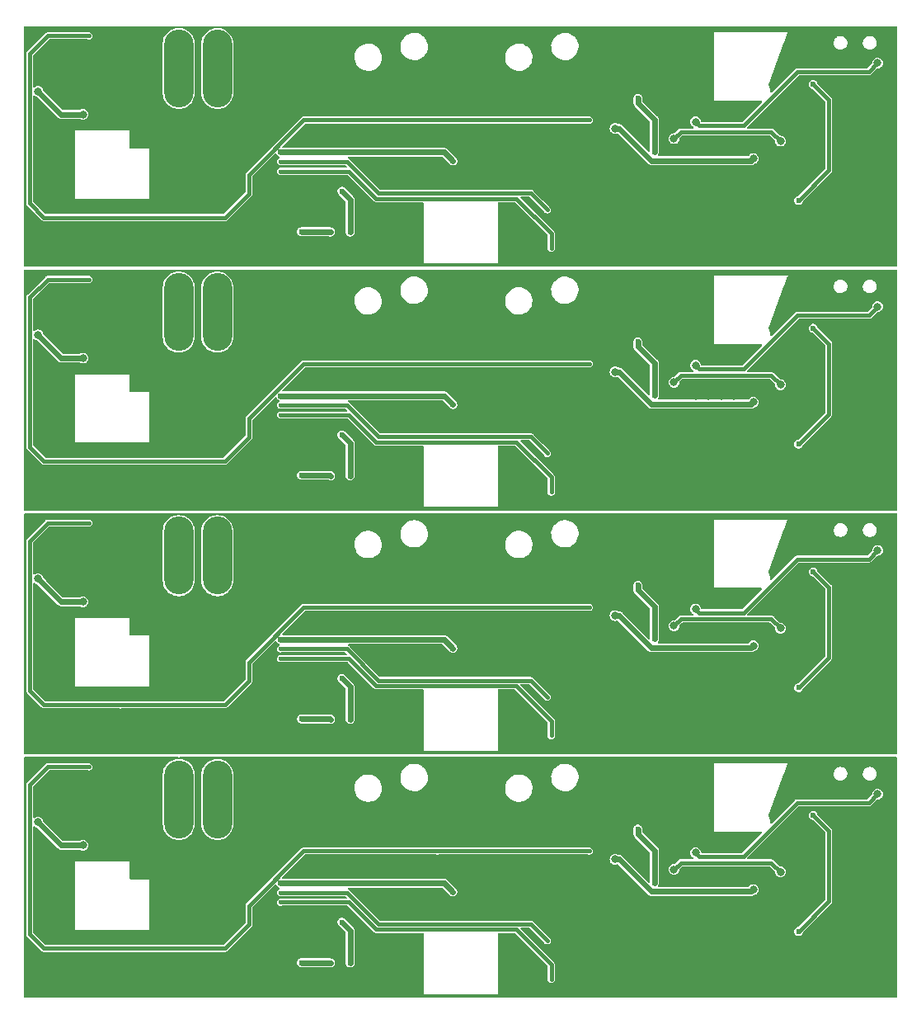
<source format=gbr>
%TF.GenerationSoftware,KiCad,Pcbnew,(6.0.7)*%
%TF.CreationDate,2023-02-24T04:41:47+08:00*%
%TF.ProjectId,PowerPanelization,506f7765-7250-4616-9e65-6c697a617469,rev?*%
%TF.SameCoordinates,Original*%
%TF.FileFunction,Copper,L2,Bot*%
%TF.FilePolarity,Positive*%
%FSLAX46Y46*%
G04 Gerber Fmt 4.6, Leading zero omitted, Abs format (unit mm)*
G04 Created by KiCad (PCBNEW (6.0.7)) date 2023-02-24 04:41:47*
%MOMM*%
%LPD*%
G01*
G04 APERTURE LIST*
%TA.AperFunction,ComponentPad*%
%ADD10C,0.500000*%
%TD*%
%TA.AperFunction,SMDPad,CuDef*%
%ADD11R,4.400000X1.800000*%
%TD*%
%TA.AperFunction,ComponentPad*%
%ADD12O,3.000000X8.000000*%
%TD*%
%TA.AperFunction,ComponentPad*%
%ADD13O,5.000000X18.000000*%
%TD*%
%TA.AperFunction,ViaPad*%
%ADD14C,0.400000*%
%TD*%
%TA.AperFunction,ViaPad*%
%ADD15C,0.600000*%
%TD*%
%TA.AperFunction,ViaPad*%
%ADD16C,0.800000*%
%TD*%
%TA.AperFunction,ViaPad*%
%ADD17C,1.000000*%
%TD*%
%TA.AperFunction,ViaPad*%
%ADD18C,1.600000*%
%TD*%
%TA.AperFunction,Conductor*%
%ADD19C,0.400000*%
%TD*%
%TA.AperFunction,Conductor*%
%ADD20C,0.600000*%
%TD*%
G04 APERTURE END LIST*
D10*
%TO.P,U3,9,EP*%
%TO.N,GND*%
X168280000Y-142900000D03*
D11*
X166330000Y-143550000D03*
D10*
X164380000Y-144200000D03*
X165680000Y-142900000D03*
X164380000Y-142900000D03*
X166980000Y-144200000D03*
X166980000Y-142900000D03*
X168280000Y-144200000D03*
X165680000Y-144200000D03*
%TD*%
%TO.P,U2,9,EP*%
%TO.N,GND*%
X102775000Y-137700000D03*
X101475000Y-136400000D03*
X102775000Y-136400000D03*
X100175000Y-136400000D03*
X98875000Y-136400000D03*
X101475000Y-137700000D03*
X100175000Y-137700000D03*
X98875000Y-137700000D03*
D11*
X100825000Y-137050000D03*
%TD*%
D12*
%TO.P,J2,1,Pin_1*%
%TO.N,+5V*%
X111290000Y-135450000D03*
%TO.P,J2,2,Pin_2*%
X115250000Y-135450000D03*
%TO.P,J2,3,Pin_3*%
%TO.N,GND*%
X119210000Y-135450000D03*
%TO.P,J2,4,Pin_4*%
X123170000Y-135450000D03*
%TD*%
D13*
%TO.P,J1,1,Pin_1*%
%TO.N,GND*%
X181730000Y-145850000D03*
%TD*%
D10*
%TO.P,U3,9,EP*%
%TO.N,GND*%
X168280000Y-117900000D03*
D11*
X166330000Y-118550000D03*
D10*
X164380000Y-119200000D03*
X165680000Y-117900000D03*
X164380000Y-117900000D03*
X166980000Y-119200000D03*
X166980000Y-117900000D03*
X168280000Y-119200000D03*
X165680000Y-119200000D03*
%TD*%
%TO.P,U2,9,EP*%
%TO.N,GND*%
X102775000Y-112700000D03*
X101475000Y-111400000D03*
X102775000Y-111400000D03*
X100175000Y-111400000D03*
X98875000Y-111400000D03*
X101475000Y-112700000D03*
X100175000Y-112700000D03*
X98875000Y-112700000D03*
D11*
X100825000Y-112050000D03*
%TD*%
D12*
%TO.P,J2,1,Pin_1*%
%TO.N,+5V*%
X111290000Y-110450000D03*
%TO.P,J2,2,Pin_2*%
X115250000Y-110450000D03*
%TO.P,J2,3,Pin_3*%
%TO.N,GND*%
X119210000Y-110450000D03*
%TO.P,J2,4,Pin_4*%
X123170000Y-110450000D03*
%TD*%
D13*
%TO.P,J1,1,Pin_1*%
%TO.N,GND*%
X181730000Y-120850000D03*
%TD*%
D10*
%TO.P,U3,9,EP*%
%TO.N,GND*%
X168280000Y-92900000D03*
D11*
X166330000Y-93550000D03*
D10*
X164380000Y-94200000D03*
X165680000Y-92900000D03*
X164380000Y-92900000D03*
X166980000Y-94200000D03*
X166980000Y-92900000D03*
X168280000Y-94200000D03*
X165680000Y-94200000D03*
%TD*%
%TO.P,U2,9,EP*%
%TO.N,GND*%
X102775000Y-87700000D03*
X101475000Y-86400000D03*
X102775000Y-86400000D03*
X100175000Y-86400000D03*
X98875000Y-86400000D03*
X101475000Y-87700000D03*
X100175000Y-87700000D03*
X98875000Y-87700000D03*
D11*
X100825000Y-87050000D03*
%TD*%
D12*
%TO.P,J2,1,Pin_1*%
%TO.N,+5V*%
X111290000Y-85450000D03*
%TO.P,J2,2,Pin_2*%
X115250000Y-85450000D03*
%TO.P,J2,3,Pin_3*%
%TO.N,GND*%
X119210000Y-85450000D03*
%TO.P,J2,4,Pin_4*%
X123170000Y-85450000D03*
%TD*%
D13*
%TO.P,J1,1,Pin_1*%
%TO.N,GND*%
X181730000Y-95850000D03*
%TD*%
D10*
%TO.P,U2,9,EP*%
%TO.N,GND*%
X102775000Y-62700000D03*
X101475000Y-61400000D03*
X102775000Y-61400000D03*
X100175000Y-61400000D03*
X98875000Y-61400000D03*
X101475000Y-62700000D03*
X100175000Y-62700000D03*
X98875000Y-62700000D03*
D11*
X100825000Y-62050000D03*
%TD*%
D12*
%TO.P,J2,1,Pin_1*%
%TO.N,+5V*%
X111290000Y-60450000D03*
%TO.P,J2,2,Pin_2*%
X115250000Y-60450000D03*
%TO.P,J2,3,Pin_3*%
%TO.N,GND*%
X119210000Y-60450000D03*
%TO.P,J2,4,Pin_4*%
X123170000Y-60450000D03*
%TD*%
D13*
%TO.P,J1,1,Pin_1*%
%TO.N,GND*%
X181730000Y-70850000D03*
%TD*%
D10*
%TO.P,U3,9,EP*%
%TO.N,GND*%
X168280000Y-67900000D03*
D11*
X166330000Y-68550000D03*
D10*
X164380000Y-69200000D03*
X165680000Y-67900000D03*
X164380000Y-67900000D03*
X166980000Y-69200000D03*
X166980000Y-67900000D03*
X168280000Y-69200000D03*
X165680000Y-69200000D03*
%TD*%
D14*
%TO.N,Net-(R4-Pad3)*%
X149130000Y-149950000D03*
D15*
%TO.N,Net-(C1-Pad1)*%
X126880000Y-152250000D03*
%TO.N,Net-(R5-Pad2)*%
X121730000Y-144050000D03*
D16*
%TO.N,GND*%
X177180000Y-142800000D03*
D14*
%TO.N,Net-(R4-Pad2)*%
X149530000Y-153900000D03*
D15*
%TO.N,Net-(C4-Pad2)*%
X128030000Y-148050000D03*
%TO.N,Net-(R15-Pad1)*%
X158430000Y-138500000D03*
D16*
%TO.N,Net-(C13-Pad1)*%
X162130000Y-142650000D03*
%TO.N,/EN*%
X183030000Y-134900000D03*
D15*
%TO.N,Net-(BT1-Pad1)*%
X176430000Y-137100000D03*
D16*
%TO.N,GND*%
X171230000Y-140550000D03*
X177180000Y-140550000D03*
X96930000Y-136050000D03*
D17*
X139430000Y-146950000D03*
D16*
X166830000Y-149950000D03*
X146730000Y-144900000D03*
D17*
X137080000Y-137650000D03*
D16*
X162980000Y-138400000D03*
D14*
%TO.N,Net-(DC1-Pad4)*%
X105317500Y-150750000D03*
%TO.N,Net-(R4-Pad3)*%
X121730000Y-145000000D03*
D16*
%TO.N,Net-(C8-Pad2)*%
X101460000Y-140170000D03*
D14*
%TO.N,Net-(DC1-Pad4)*%
X102030000Y-132100000D03*
D16*
%TO.N,GND*%
X104830000Y-134550000D03*
%TO.N,Net-(C13-Pad1)*%
X173080000Y-142900000D03*
%TO.N,GND*%
X157580000Y-146100000D03*
D14*
%TO.N,Net-(DC1-Pad4)*%
X153430000Y-140750000D03*
D15*
%TO.N,GND*%
X128030000Y-147050000D03*
D16*
X169230000Y-149950000D03*
D14*
%TO.N,Net-(R4-Pad2)*%
X121730000Y-146000000D03*
D16*
%TO.N,Net-(C8-Pad2)*%
X96830000Y-137800000D03*
%TO.N,/EN*%
X164358750Y-140921250D03*
D15*
%TO.N,Net-(C4-Pad2)*%
X128880000Y-152250000D03*
D16*
%TO.N,GND*%
X102730000Y-140250000D03*
X161030000Y-138400000D03*
%TO.N,Net-(C21-Pad1)*%
X156080000Y-141600000D03*
D14*
%TO.N,Net-(DC1-Pad4)*%
X137830000Y-140750000D03*
D17*
%TO.N,GND*%
X151680000Y-152850000D03*
D15*
%TO.N,Net-(R15-Pad1)*%
X160130000Y-144000000D03*
%TO.N,Net-(C1-Pad1)*%
X123880000Y-152200000D03*
D16*
%TO.N,GND*%
X157630000Y-143950000D03*
D17*
X138480000Y-136800000D03*
D18*
X131630000Y-145950000D03*
D16*
X97030000Y-146700000D03*
D17*
X151680000Y-154350000D03*
D15*
%TO.N,Net-(BT1-Pad1)*%
X174930000Y-149000000D03*
D17*
%TO.N,GND*%
X152580000Y-137650000D03*
D15*
%TO.N,Net-(R5-Pad2)*%
X139430000Y-144950000D03*
D16*
%TO.N,Net-(C21-Pad1)*%
X170280000Y-144700000D03*
D17*
%TO.N,GND*%
X155680000Y-152850000D03*
X153930000Y-136800000D03*
D16*
X112430000Y-142450000D03*
X117730000Y-143500000D03*
X97030000Y-144400000D03*
D15*
X102330000Y-152450000D03*
D16*
X110430000Y-142450000D03*
D17*
X153680000Y-152850000D03*
D16*
X117830000Y-145600000D03*
X97230000Y-142050000D03*
X157980000Y-141550000D03*
D17*
X153680000Y-154350000D03*
D16*
X106930000Y-138550000D03*
X171230000Y-142800000D03*
D17*
X155680000Y-154350000D03*
D16*
X117730000Y-147700000D03*
X164430000Y-150050000D03*
X162180000Y-149750000D03*
D14*
%TO.N,Net-(R4-Pad3)*%
X149130000Y-124950000D03*
D15*
%TO.N,Net-(C1-Pad1)*%
X126880000Y-127250000D03*
%TO.N,Net-(R5-Pad2)*%
X121730000Y-119050000D03*
D16*
%TO.N,GND*%
X177180000Y-117800000D03*
D14*
%TO.N,Net-(R4-Pad2)*%
X149530000Y-128900000D03*
D15*
%TO.N,Net-(C4-Pad2)*%
X128030000Y-123050000D03*
%TO.N,Net-(R15-Pad1)*%
X158430000Y-113500000D03*
D16*
%TO.N,Net-(C13-Pad1)*%
X162130000Y-117650000D03*
%TO.N,/EN*%
X183030000Y-109900000D03*
D15*
%TO.N,Net-(BT1-Pad1)*%
X176430000Y-112100000D03*
D16*
%TO.N,GND*%
X171230000Y-115550000D03*
X177180000Y-115550000D03*
X96930000Y-111050000D03*
D17*
X139430000Y-121950000D03*
D16*
X166830000Y-124950000D03*
X146730000Y-119900000D03*
D17*
X137080000Y-112650000D03*
D16*
X162980000Y-113400000D03*
D14*
%TO.N,Net-(DC1-Pad4)*%
X105317500Y-125750000D03*
%TO.N,Net-(R4-Pad3)*%
X121730000Y-120000000D03*
D16*
%TO.N,Net-(C8-Pad2)*%
X101460000Y-115170000D03*
D14*
%TO.N,Net-(DC1-Pad4)*%
X102030000Y-107100000D03*
D16*
%TO.N,GND*%
X104830000Y-109550000D03*
%TO.N,Net-(C13-Pad1)*%
X173080000Y-117900000D03*
%TO.N,GND*%
X157580000Y-121100000D03*
D14*
%TO.N,Net-(DC1-Pad4)*%
X153430000Y-115750000D03*
D15*
%TO.N,GND*%
X128030000Y-122050000D03*
D16*
X169230000Y-124950000D03*
D14*
%TO.N,Net-(R4-Pad2)*%
X121730000Y-121000000D03*
D16*
%TO.N,Net-(C8-Pad2)*%
X96830000Y-112800000D03*
%TO.N,/EN*%
X164358750Y-115921250D03*
D15*
%TO.N,Net-(C4-Pad2)*%
X128880000Y-127250000D03*
D16*
%TO.N,GND*%
X102730000Y-115250000D03*
X161030000Y-113400000D03*
%TO.N,Net-(C21-Pad1)*%
X156080000Y-116600000D03*
D14*
%TO.N,Net-(DC1-Pad4)*%
X137830000Y-115750000D03*
D17*
%TO.N,GND*%
X151680000Y-127850000D03*
D15*
%TO.N,Net-(R15-Pad1)*%
X160130000Y-119000000D03*
%TO.N,Net-(C1-Pad1)*%
X123880000Y-127200000D03*
D16*
%TO.N,GND*%
X157630000Y-118950000D03*
D17*
X138480000Y-111800000D03*
D18*
X131630000Y-120950000D03*
D16*
X97030000Y-121700000D03*
D17*
X151680000Y-129350000D03*
D15*
%TO.N,Net-(BT1-Pad1)*%
X174930000Y-124000000D03*
D17*
%TO.N,GND*%
X152580000Y-112650000D03*
D15*
%TO.N,Net-(R5-Pad2)*%
X139430000Y-119950000D03*
D16*
%TO.N,Net-(C21-Pad1)*%
X170280000Y-119700000D03*
D17*
%TO.N,GND*%
X155680000Y-127850000D03*
X153930000Y-111800000D03*
D16*
X112430000Y-117450000D03*
X117730000Y-118500000D03*
X97030000Y-119400000D03*
D15*
X102330000Y-127450000D03*
D16*
X110430000Y-117450000D03*
D17*
X153680000Y-127850000D03*
D16*
X117830000Y-120600000D03*
X97230000Y-117050000D03*
X157980000Y-116550000D03*
D17*
X153680000Y-129350000D03*
D16*
X106930000Y-113550000D03*
X171230000Y-117800000D03*
D17*
X155680000Y-129350000D03*
D16*
X117730000Y-122700000D03*
X164430000Y-125050000D03*
X162180000Y-124750000D03*
D14*
%TO.N,Net-(R4-Pad3)*%
X149130000Y-99950000D03*
D15*
%TO.N,Net-(C1-Pad1)*%
X126880000Y-102250000D03*
%TO.N,Net-(R5-Pad2)*%
X121730000Y-94050000D03*
D16*
%TO.N,GND*%
X177180000Y-92800000D03*
D14*
%TO.N,Net-(R4-Pad2)*%
X149530000Y-103900000D03*
D15*
%TO.N,Net-(C4-Pad2)*%
X128030000Y-98050000D03*
%TO.N,Net-(R15-Pad1)*%
X158430000Y-88500000D03*
D16*
%TO.N,Net-(C13-Pad1)*%
X162130000Y-92650000D03*
%TO.N,/EN*%
X183030000Y-84900000D03*
D15*
%TO.N,Net-(BT1-Pad1)*%
X176430000Y-87100000D03*
D16*
%TO.N,GND*%
X171230000Y-90550000D03*
X177180000Y-90550000D03*
X96930000Y-86050000D03*
D17*
X139430000Y-96950000D03*
D16*
X166830000Y-99950000D03*
X146730000Y-94900000D03*
D17*
X137080000Y-87650000D03*
D16*
X162980000Y-88400000D03*
D14*
%TO.N,Net-(DC1-Pad4)*%
X105317500Y-100750000D03*
%TO.N,Net-(R4-Pad3)*%
X121730000Y-95000000D03*
D16*
%TO.N,Net-(C8-Pad2)*%
X101460000Y-90170000D03*
D14*
%TO.N,Net-(DC1-Pad4)*%
X102030000Y-82100000D03*
D16*
%TO.N,GND*%
X104830000Y-84550000D03*
%TO.N,Net-(C13-Pad1)*%
X173080000Y-92900000D03*
%TO.N,GND*%
X157580000Y-96100000D03*
D14*
%TO.N,Net-(DC1-Pad4)*%
X153430000Y-90750000D03*
D15*
%TO.N,GND*%
X128030000Y-97050000D03*
D16*
X169230000Y-99950000D03*
D14*
%TO.N,Net-(R4-Pad2)*%
X121730000Y-96000000D03*
D16*
%TO.N,Net-(C8-Pad2)*%
X96830000Y-87800000D03*
%TO.N,/EN*%
X164358750Y-90921250D03*
D15*
%TO.N,Net-(C4-Pad2)*%
X128880000Y-102250000D03*
D16*
%TO.N,GND*%
X102730000Y-90250000D03*
X161030000Y-88400000D03*
%TO.N,Net-(C21-Pad1)*%
X156080000Y-91600000D03*
D14*
%TO.N,Net-(DC1-Pad4)*%
X137830000Y-90750000D03*
D17*
%TO.N,GND*%
X151680000Y-102850000D03*
D15*
%TO.N,Net-(R15-Pad1)*%
X160130000Y-94000000D03*
%TO.N,Net-(C1-Pad1)*%
X123880000Y-102200000D03*
D16*
%TO.N,GND*%
X157630000Y-93950000D03*
D17*
X138480000Y-86800000D03*
D18*
X131630000Y-95950000D03*
D16*
X97030000Y-96700000D03*
D17*
X151680000Y-104350000D03*
D15*
%TO.N,Net-(BT1-Pad1)*%
X174930000Y-99000000D03*
D17*
%TO.N,GND*%
X152580000Y-87650000D03*
D15*
%TO.N,Net-(R5-Pad2)*%
X139430000Y-94950000D03*
D16*
%TO.N,Net-(C21-Pad1)*%
X170280000Y-94700000D03*
D17*
%TO.N,GND*%
X155680000Y-102850000D03*
X153930000Y-86800000D03*
D16*
X112430000Y-92450000D03*
X117730000Y-93500000D03*
X97030000Y-94400000D03*
D15*
X102330000Y-102450000D03*
D16*
X110430000Y-92450000D03*
D17*
X153680000Y-102850000D03*
D16*
X117830000Y-95600000D03*
X97230000Y-92050000D03*
X157980000Y-91550000D03*
D17*
X153680000Y-104350000D03*
D16*
X106930000Y-88550000D03*
X171230000Y-92800000D03*
D17*
X155680000Y-104350000D03*
D16*
X117730000Y-97700000D03*
X164430000Y-100050000D03*
X162180000Y-99750000D03*
D17*
X153680000Y-77850000D03*
D16*
X164430000Y-75050000D03*
X110430000Y-67450000D03*
X117730000Y-72700000D03*
X162180000Y-74750000D03*
D17*
X155680000Y-79350000D03*
D16*
X171230000Y-67800000D03*
X97230000Y-67050000D03*
X106930000Y-63550000D03*
D17*
X153680000Y-79350000D03*
D16*
X157980000Y-66550000D03*
X117830000Y-70600000D03*
X157630000Y-68950000D03*
X177180000Y-67800000D03*
X166830000Y-74950000D03*
X97030000Y-69400000D03*
D18*
X131630000Y-70950000D03*
D16*
X146730000Y-69900000D03*
X96930000Y-61050000D03*
X161030000Y-63400000D03*
D15*
X128030000Y-72050000D03*
D16*
X102730000Y-65250000D03*
D17*
X152580000Y-62650000D03*
D16*
X104830000Y-59550000D03*
X157580000Y-71100000D03*
X162980000Y-63400000D03*
X117730000Y-68500000D03*
X112430000Y-67450000D03*
D17*
X151680000Y-79350000D03*
X137080000Y-62650000D03*
X139430000Y-71950000D03*
D15*
X102330000Y-77450000D03*
D16*
X169230000Y-74950000D03*
D17*
X153930000Y-61800000D03*
X151680000Y-77850000D03*
D16*
X97030000Y-71700000D03*
D17*
X138480000Y-61800000D03*
D16*
X177180000Y-65550000D03*
X171230000Y-65550000D03*
D17*
X155680000Y-77850000D03*
D14*
%TO.N,Net-(DC1-Pad4)*%
X102030000Y-57100000D03*
X137830000Y-65750000D03*
X105317500Y-75750000D03*
X153430000Y-65750000D03*
D15*
%TO.N,Net-(BT1-Pad1)*%
X174930000Y-74000000D03*
X176430000Y-62100000D03*
%TO.N,Net-(C1-Pad1)*%
X126880000Y-77250000D03*
X123880000Y-77200000D03*
D16*
%TO.N,Net-(C13-Pad1)*%
X162130000Y-67650000D03*
X173080000Y-67900000D03*
%TO.N,Net-(C21-Pad1)*%
X170280000Y-69700000D03*
X156080000Y-66600000D03*
D15*
%TO.N,Net-(R5-Pad2)*%
X121730000Y-69050000D03*
X139430000Y-69950000D03*
D16*
%TO.N,/EN*%
X183030000Y-59900000D03*
X164358750Y-65921250D03*
D15*
%TO.N,Net-(R15-Pad1)*%
X160130000Y-69000000D03*
X158430000Y-63500000D03*
%TO.N,Net-(C4-Pad2)*%
X128880000Y-77250000D03*
X128030000Y-73050000D03*
D16*
%TO.N,Net-(C8-Pad2)*%
X101460000Y-65170000D03*
X96830000Y-62800000D03*
D14*
%TO.N,Net-(R4-Pad2)*%
X121730000Y-71000000D03*
X149530000Y-78900000D03*
%TO.N,Net-(R4-Pad3)*%
X121730000Y-70000000D03*
X149130000Y-74950000D03*
%TD*%
D19*
%TO.N,Net-(R4-Pad2)*%
X149530000Y-153900000D02*
X149530000Y-152400000D01*
X149530000Y-152400000D02*
X145929519Y-148799519D01*
%TO.N,Net-(R4-Pad3)*%
X147430000Y-148250000D02*
X131780000Y-148250000D01*
%TO.N,Net-(R4-Pad2)*%
X145929519Y-148799519D02*
X131552381Y-148799519D01*
%TO.N,Net-(R4-Pad3)*%
X131780000Y-148250000D02*
X128530000Y-145000000D01*
X128530000Y-145000000D02*
X121730000Y-145000000D01*
%TO.N,Net-(R4-Pad2)*%
X131552381Y-148799519D02*
X128752862Y-146000000D01*
X128752862Y-146000000D02*
X121730000Y-146000000D01*
%TO.N,Net-(R4-Pad3)*%
X149130000Y-149950000D02*
X147430000Y-148250000D01*
D20*
%TO.N,Net-(R5-Pad2)*%
X138530000Y-144050000D02*
X121730000Y-144050000D01*
X139430000Y-144950000D02*
X138530000Y-144050000D01*
%TO.N,Net-(C4-Pad2)*%
X128880000Y-148900000D02*
X128030000Y-148050000D01*
D19*
%TO.N,/EN*%
X182130000Y-135800000D02*
X174780000Y-135800000D01*
D20*
%TO.N,Net-(C4-Pad2)*%
X128880000Y-152250000D02*
X128880000Y-148900000D01*
D19*
%TO.N,/EN*%
X164737011Y-141299511D02*
X164358750Y-140921250D01*
D20*
%TO.N,Net-(C8-Pad2)*%
X99200000Y-140170000D02*
X101460000Y-140170000D01*
D19*
%TO.N,/EN*%
X174780000Y-135800000D02*
X169280489Y-141299511D01*
D20*
%TO.N,Net-(R15-Pad1)*%
X160130000Y-144000000D02*
X160130000Y-140700000D01*
X159180000Y-139750000D02*
X158430000Y-139000000D01*
X160130000Y-140700000D02*
X159180000Y-139750000D01*
X158430000Y-139000000D02*
X158430000Y-138500000D01*
D19*
%TO.N,/EN*%
X183030000Y-134900000D02*
X182130000Y-135800000D01*
D20*
%TO.N,Net-(C8-Pad2)*%
X96830000Y-137800000D02*
X99200000Y-140170000D01*
D19*
%TO.N,/EN*%
X169280489Y-141299511D02*
X164737011Y-141299511D01*
%TO.N,Net-(DC1-Pad4)*%
X102030000Y-132100000D02*
X97830000Y-132100000D01*
D20*
%TO.N,Net-(C21-Pad1)*%
X159780902Y-144899511D02*
X170080489Y-144899511D01*
X170080489Y-144899511D02*
X170280000Y-144700000D01*
%TO.N,Net-(C1-Pad1)*%
X126830000Y-152200000D02*
X126880000Y-152250000D01*
D19*
%TO.N,Net-(C13-Pad1)*%
X173080000Y-142900000D02*
X172130489Y-141950489D01*
X162829511Y-141950489D02*
X162130000Y-142650000D01*
%TO.N,Net-(DC1-Pad4)*%
X97430000Y-150750000D02*
X105317500Y-150750000D01*
X95980489Y-149300489D02*
X97430000Y-150750000D01*
D20*
%TO.N,Net-(C1-Pad1)*%
X123880000Y-152200000D02*
X126830000Y-152200000D01*
D19*
%TO.N,Net-(BT1-Pad1)*%
X178030000Y-138700000D02*
X176430000Y-137100000D01*
X178030000Y-145900000D02*
X178030000Y-138700000D01*
%TO.N,Net-(DC1-Pad4)*%
X95980489Y-133949511D02*
X95980489Y-149300489D01*
D20*
%TO.N,Net-(C21-Pad1)*%
X156481391Y-141600000D02*
X159780902Y-144899511D01*
D19*
%TO.N,Net-(C13-Pad1)*%
X172130489Y-141950489D02*
X162829511Y-141950489D01*
%TO.N,Net-(DC1-Pad4)*%
X118480000Y-148300000D02*
X116030000Y-150750000D01*
D20*
%TO.N,Net-(C21-Pad1)*%
X156080000Y-141600000D02*
X156481391Y-141600000D01*
D19*
%TO.N,Net-(BT1-Pad1)*%
X174930000Y-149000000D02*
X178030000Y-145900000D01*
%TO.N,Net-(DC1-Pad4)*%
X137830000Y-140750000D02*
X124110761Y-140750000D01*
X118480000Y-146380761D02*
X118480000Y-148300000D01*
X116030000Y-150750000D02*
X105317500Y-150750000D01*
X153430000Y-140750000D02*
X137830000Y-140750000D01*
X97830000Y-132100000D02*
X95980489Y-133949511D01*
X124110761Y-140750000D02*
X118480000Y-146380761D01*
%TO.N,Net-(R4-Pad2)*%
X149530000Y-128900000D02*
X149530000Y-127400000D01*
X149530000Y-127400000D02*
X145929519Y-123799519D01*
%TO.N,Net-(R4-Pad3)*%
X147430000Y-123250000D02*
X131780000Y-123250000D01*
%TO.N,Net-(R4-Pad2)*%
X145929519Y-123799519D02*
X131552381Y-123799519D01*
%TO.N,Net-(R4-Pad3)*%
X131780000Y-123250000D02*
X128530000Y-120000000D01*
X128530000Y-120000000D02*
X121730000Y-120000000D01*
%TO.N,Net-(R4-Pad2)*%
X131552381Y-123799519D02*
X128752862Y-121000000D01*
X128752862Y-121000000D02*
X121730000Y-121000000D01*
%TO.N,Net-(R4-Pad3)*%
X149130000Y-124950000D02*
X147430000Y-123250000D01*
D20*
%TO.N,Net-(R5-Pad2)*%
X138530000Y-119050000D02*
X121730000Y-119050000D01*
X139430000Y-119950000D02*
X138530000Y-119050000D01*
%TO.N,Net-(C4-Pad2)*%
X128880000Y-123900000D02*
X128030000Y-123050000D01*
D19*
%TO.N,/EN*%
X182130000Y-110800000D02*
X174780000Y-110800000D01*
D20*
%TO.N,Net-(C4-Pad2)*%
X128880000Y-127250000D02*
X128880000Y-123900000D01*
D19*
%TO.N,/EN*%
X164737011Y-116299511D02*
X164358750Y-115921250D01*
D20*
%TO.N,Net-(C8-Pad2)*%
X99200000Y-115170000D02*
X101460000Y-115170000D01*
D19*
%TO.N,/EN*%
X174780000Y-110800000D02*
X169280489Y-116299511D01*
D20*
%TO.N,Net-(R15-Pad1)*%
X160130000Y-119000000D02*
X160130000Y-115700000D01*
X159180000Y-114750000D02*
X158430000Y-114000000D01*
X160130000Y-115700000D02*
X159180000Y-114750000D01*
X158430000Y-114000000D02*
X158430000Y-113500000D01*
D19*
%TO.N,/EN*%
X183030000Y-109900000D02*
X182130000Y-110800000D01*
D20*
%TO.N,Net-(C8-Pad2)*%
X96830000Y-112800000D02*
X99200000Y-115170000D01*
D19*
%TO.N,/EN*%
X169280489Y-116299511D02*
X164737011Y-116299511D01*
%TO.N,Net-(DC1-Pad4)*%
X102030000Y-107100000D02*
X97830000Y-107100000D01*
D20*
%TO.N,Net-(C21-Pad1)*%
X159780902Y-119899511D02*
X170080489Y-119899511D01*
X170080489Y-119899511D02*
X170280000Y-119700000D01*
%TO.N,Net-(C1-Pad1)*%
X126830000Y-127200000D02*
X126880000Y-127250000D01*
D19*
%TO.N,Net-(C13-Pad1)*%
X173080000Y-117900000D02*
X172130489Y-116950489D01*
X162829511Y-116950489D02*
X162130000Y-117650000D01*
%TO.N,Net-(DC1-Pad4)*%
X97430000Y-125750000D02*
X105317500Y-125750000D01*
X95980489Y-124300489D02*
X97430000Y-125750000D01*
D20*
%TO.N,Net-(C1-Pad1)*%
X123880000Y-127200000D02*
X126830000Y-127200000D01*
D19*
%TO.N,Net-(BT1-Pad1)*%
X178030000Y-113700000D02*
X176430000Y-112100000D01*
X178030000Y-120900000D02*
X178030000Y-113700000D01*
%TO.N,Net-(DC1-Pad4)*%
X95980489Y-108949511D02*
X95980489Y-124300489D01*
D20*
%TO.N,Net-(C21-Pad1)*%
X156481391Y-116600000D02*
X159780902Y-119899511D01*
D19*
%TO.N,Net-(C13-Pad1)*%
X172130489Y-116950489D02*
X162829511Y-116950489D01*
%TO.N,Net-(DC1-Pad4)*%
X118480000Y-123300000D02*
X116030000Y-125750000D01*
D20*
%TO.N,Net-(C21-Pad1)*%
X156080000Y-116600000D02*
X156481391Y-116600000D01*
D19*
%TO.N,Net-(BT1-Pad1)*%
X174930000Y-124000000D02*
X178030000Y-120900000D01*
%TO.N,Net-(DC1-Pad4)*%
X137830000Y-115750000D02*
X124110761Y-115750000D01*
X118480000Y-121380761D02*
X118480000Y-123300000D01*
X116030000Y-125750000D02*
X105317500Y-125750000D01*
X153430000Y-115750000D02*
X137830000Y-115750000D01*
X97830000Y-107100000D02*
X95980489Y-108949511D01*
X124110761Y-115750000D02*
X118480000Y-121380761D01*
%TO.N,Net-(R4-Pad2)*%
X149530000Y-103900000D02*
X149530000Y-102400000D01*
X149530000Y-102400000D02*
X145929519Y-98799519D01*
%TO.N,Net-(R4-Pad3)*%
X147430000Y-98250000D02*
X131780000Y-98250000D01*
%TO.N,Net-(R4-Pad2)*%
X145929519Y-98799519D02*
X131552381Y-98799519D01*
%TO.N,Net-(R4-Pad3)*%
X131780000Y-98250000D02*
X128530000Y-95000000D01*
X128530000Y-95000000D02*
X121730000Y-95000000D01*
%TO.N,Net-(R4-Pad2)*%
X131552381Y-98799519D02*
X128752862Y-96000000D01*
X128752862Y-96000000D02*
X121730000Y-96000000D01*
%TO.N,Net-(R4-Pad3)*%
X149130000Y-99950000D02*
X147430000Y-98250000D01*
D20*
%TO.N,Net-(R5-Pad2)*%
X138530000Y-94050000D02*
X121730000Y-94050000D01*
X139430000Y-94950000D02*
X138530000Y-94050000D01*
%TO.N,Net-(C4-Pad2)*%
X128880000Y-98900000D02*
X128030000Y-98050000D01*
D19*
%TO.N,/EN*%
X182130000Y-85800000D02*
X174780000Y-85800000D01*
D20*
%TO.N,Net-(C4-Pad2)*%
X128880000Y-102250000D02*
X128880000Y-98900000D01*
D19*
%TO.N,/EN*%
X164737011Y-91299511D02*
X164358750Y-90921250D01*
D20*
%TO.N,Net-(C8-Pad2)*%
X99200000Y-90170000D02*
X101460000Y-90170000D01*
D19*
%TO.N,/EN*%
X174780000Y-85800000D02*
X169280489Y-91299511D01*
D20*
%TO.N,Net-(R15-Pad1)*%
X160130000Y-94000000D02*
X160130000Y-90700000D01*
X159180000Y-89750000D02*
X158430000Y-89000000D01*
X160130000Y-90700000D02*
X159180000Y-89750000D01*
X158430000Y-89000000D02*
X158430000Y-88500000D01*
D19*
%TO.N,/EN*%
X183030000Y-84900000D02*
X182130000Y-85800000D01*
D20*
%TO.N,Net-(C8-Pad2)*%
X96830000Y-87800000D02*
X99200000Y-90170000D01*
D19*
%TO.N,/EN*%
X169280489Y-91299511D02*
X164737011Y-91299511D01*
%TO.N,Net-(DC1-Pad4)*%
X102030000Y-82100000D02*
X97830000Y-82100000D01*
D20*
%TO.N,Net-(C21-Pad1)*%
X159780902Y-94899511D02*
X170080489Y-94899511D01*
X170080489Y-94899511D02*
X170280000Y-94700000D01*
%TO.N,Net-(C1-Pad1)*%
X126830000Y-102200000D02*
X126880000Y-102250000D01*
D19*
%TO.N,Net-(C13-Pad1)*%
X173080000Y-92900000D02*
X172130489Y-91950489D01*
X162829511Y-91950489D02*
X162130000Y-92650000D01*
%TO.N,Net-(DC1-Pad4)*%
X97430000Y-100750000D02*
X105317500Y-100750000D01*
X95980489Y-99300489D02*
X97430000Y-100750000D01*
D20*
%TO.N,Net-(C1-Pad1)*%
X123880000Y-102200000D02*
X126830000Y-102200000D01*
D19*
%TO.N,Net-(BT1-Pad1)*%
X178030000Y-88700000D02*
X176430000Y-87100000D01*
X178030000Y-95900000D02*
X178030000Y-88700000D01*
%TO.N,Net-(DC1-Pad4)*%
X95980489Y-83949511D02*
X95980489Y-99300489D01*
D20*
%TO.N,Net-(C21-Pad1)*%
X156481391Y-91600000D02*
X159780902Y-94899511D01*
D19*
%TO.N,Net-(C13-Pad1)*%
X172130489Y-91950489D02*
X162829511Y-91950489D01*
%TO.N,Net-(DC1-Pad4)*%
X118480000Y-98300000D02*
X116030000Y-100750000D01*
D20*
%TO.N,Net-(C21-Pad1)*%
X156080000Y-91600000D02*
X156481391Y-91600000D01*
D19*
%TO.N,Net-(BT1-Pad1)*%
X174930000Y-99000000D02*
X178030000Y-95900000D01*
%TO.N,Net-(DC1-Pad4)*%
X137830000Y-90750000D02*
X124110761Y-90750000D01*
X118480000Y-96380761D02*
X118480000Y-98300000D01*
X116030000Y-100750000D02*
X105317500Y-100750000D01*
X153430000Y-90750000D02*
X137830000Y-90750000D01*
X97830000Y-82100000D02*
X95980489Y-83949511D01*
X124110761Y-90750000D02*
X118480000Y-96380761D01*
X153430000Y-65750000D02*
X137830000Y-65750000D01*
X116030000Y-75750000D02*
X105317500Y-75750000D01*
X118480000Y-71380761D02*
X118480000Y-73300000D01*
X124110761Y-65750000D02*
X118480000Y-71380761D01*
X137830000Y-65750000D02*
X124110761Y-65750000D01*
X97830000Y-57100000D02*
X95980489Y-58949511D01*
X102030000Y-57100000D02*
X97830000Y-57100000D01*
X97430000Y-75750000D02*
X105317500Y-75750000D01*
X95980489Y-74300489D02*
X97430000Y-75750000D01*
X118480000Y-73300000D02*
X116030000Y-75750000D01*
X95980489Y-58949511D02*
X95980489Y-74300489D01*
%TO.N,Net-(BT1-Pad1)*%
X174930000Y-74000000D02*
X178030000Y-70900000D01*
X178030000Y-70900000D02*
X178030000Y-63700000D01*
X178030000Y-63700000D02*
X176430000Y-62100000D01*
D20*
%TO.N,Net-(C1-Pad1)*%
X126830000Y-77200000D02*
X126880000Y-77250000D01*
X123880000Y-77200000D02*
X126830000Y-77200000D01*
D19*
%TO.N,Net-(C13-Pad1)*%
X173080000Y-67900000D02*
X172130489Y-66950489D01*
X172130489Y-66950489D02*
X162829511Y-66950489D01*
X162829511Y-66950489D02*
X162130000Y-67650000D01*
D20*
%TO.N,Net-(C21-Pad1)*%
X156080000Y-66600000D02*
X156481391Y-66600000D01*
X156481391Y-66600000D02*
X159780902Y-69899511D01*
X170080489Y-69899511D02*
X170280000Y-69700000D01*
X159780902Y-69899511D02*
X170080489Y-69899511D01*
%TO.N,Net-(R5-Pad2)*%
X138530000Y-69050000D02*
X121730000Y-69050000D01*
X139430000Y-69950000D02*
X138530000Y-69050000D01*
D19*
%TO.N,/EN*%
X164737011Y-66299511D02*
X164358750Y-65921250D01*
X182130000Y-60800000D02*
X174780000Y-60800000D01*
X174780000Y-60800000D02*
X169280489Y-66299511D01*
X183030000Y-59900000D02*
X182130000Y-60800000D01*
X169280489Y-66299511D02*
X164737011Y-66299511D01*
D20*
%TO.N,Net-(R15-Pad1)*%
X158430000Y-64000000D02*
X158430000Y-63500000D01*
X160130000Y-65700000D02*
X159180000Y-64750000D01*
X159180000Y-64750000D02*
X158430000Y-64000000D01*
X160130000Y-69000000D02*
X160130000Y-65700000D01*
%TO.N,Net-(C4-Pad2)*%
X128880000Y-77250000D02*
X128880000Y-73900000D01*
X128880000Y-73900000D02*
X128030000Y-73050000D01*
%TO.N,Net-(C8-Pad2)*%
X99200000Y-65170000D02*
X101460000Y-65170000D01*
X96830000Y-62800000D02*
X99200000Y-65170000D01*
D19*
%TO.N,Net-(R4-Pad2)*%
X149530000Y-77400000D02*
X145929519Y-73799519D01*
X149530000Y-78900000D02*
X149530000Y-77400000D01*
X145929519Y-73799519D02*
X131552381Y-73799519D01*
X128752862Y-71000000D02*
X121730000Y-71000000D01*
X131552381Y-73799519D02*
X128752862Y-71000000D01*
%TO.N,Net-(R4-Pad3)*%
X128530000Y-70000000D02*
X121730000Y-70000000D01*
X149130000Y-74950000D02*
X147430000Y-73250000D01*
X147430000Y-73250000D02*
X131780000Y-73250000D01*
X131780000Y-73250000D02*
X128530000Y-70000000D01*
%TD*%
%TA.AperFunction,Conductor*%
%TO.N,GND*%
G36*
X111290956Y-56119018D02*
G01*
X111294312Y-56115089D01*
X111346039Y-56100500D01*
X115193961Y-56100500D01*
X115250956Y-56119018D01*
X115254312Y-56115089D01*
X115306039Y-56100500D01*
X184980500Y-56100500D01*
X185038691Y-56119407D01*
X185074655Y-56168907D01*
X185079500Y-56199500D01*
X185079500Y-80700500D01*
X185060593Y-80758691D01*
X185011093Y-80794655D01*
X184980500Y-80799500D01*
X95479500Y-80799500D01*
X95421309Y-80780593D01*
X95385345Y-80731093D01*
X95380500Y-80700500D01*
X95380500Y-77194440D01*
X123424901Y-77194440D01*
X123425816Y-77201436D01*
X123431174Y-77242408D01*
X123431763Y-77248253D01*
X123434125Y-77281610D01*
X123435383Y-77299384D01*
X123438055Y-77306290D01*
X123438432Y-77307977D01*
X123439779Y-77312033D01*
X123440718Y-77315396D01*
X123441633Y-77322394D01*
X123460554Y-77365396D01*
X123462692Y-77370254D01*
X123464403Y-77374397D01*
X123484261Y-77425726D01*
X123488841Y-77431535D01*
X123489651Y-77432956D01*
X123491339Y-77435360D01*
X123493605Y-77440510D01*
X123529803Y-77483572D01*
X123531715Y-77485921D01*
X123568128Y-77532110D01*
X123574034Y-77536192D01*
X123576639Y-77539291D01*
X123626923Y-77572762D01*
X123628293Y-77573692D01*
X123630475Y-77575200D01*
X123671956Y-77603869D01*
X123679569Y-77609131D01*
X123683360Y-77610330D01*
X123684060Y-77610796D01*
X123725600Y-77623774D01*
X123747647Y-77630662D01*
X123747972Y-77630764D01*
X123808730Y-77649980D01*
X123815337Y-77650500D01*
X123873012Y-77650500D01*
X123874826Y-77650517D01*
X123929198Y-77651514D01*
X123929200Y-77651514D01*
X123936255Y-77651643D01*
X123939554Y-77650743D01*
X123943480Y-77650500D01*
X126642394Y-77650500D01*
X126682083Y-77659480D01*
X126684060Y-77660796D01*
X126690787Y-77662898D01*
X126690790Y-77662899D01*
X126736740Y-77677254D01*
X126740022Y-77678343D01*
X126787645Y-77695067D01*
X126787647Y-77695067D01*
X126794631Y-77697520D01*
X126802025Y-77697810D01*
X126803336Y-77698060D01*
X126807233Y-77699278D01*
X126866468Y-77700364D01*
X126868458Y-77700421D01*
X126929994Y-77702838D01*
X126934614Y-77701613D01*
X126936255Y-77701643D01*
X126998174Y-77684762D01*
X126998741Y-77684610D01*
X127022377Y-77678343D01*
X127060937Y-77668119D01*
X127115605Y-77634025D01*
X127116192Y-77633662D01*
X127156144Y-77609131D01*
X127170724Y-77600179D01*
X127171824Y-77598964D01*
X127175882Y-77596433D01*
X127216206Y-77549964D01*
X127217568Y-77548427D01*
X127252589Y-77509736D01*
X127257322Y-77504507D01*
X127259102Y-77500831D01*
X127259817Y-77499706D01*
X127264667Y-77494117D01*
X127267660Y-77487347D01*
X127267662Y-77487344D01*
X127288057Y-77441210D01*
X127289498Y-77438097D01*
X127313588Y-77388375D01*
X127314620Y-77382240D01*
X127316024Y-77378540D01*
X127316448Y-77376991D01*
X127319442Y-77370218D01*
X127325802Y-77316485D01*
X127326483Y-77311730D01*
X127334997Y-77261120D01*
X127335133Y-77250000D01*
X127334636Y-77246528D01*
X127334545Y-77244646D01*
X127334494Y-77243036D01*
X127335364Y-77235690D01*
X127333345Y-77224632D01*
X127326742Y-77188483D01*
X127325137Y-77179694D01*
X127324529Y-77175958D01*
X127317839Y-77129241D01*
X127317839Y-77129240D01*
X127316839Y-77122259D01*
X127314023Y-77116066D01*
X127312881Y-77111242D01*
X127312356Y-77109708D01*
X127311026Y-77102427D01*
X127307612Y-77095854D01*
X127286529Y-77055266D01*
X127284261Y-77050608D01*
X127273022Y-77025888D01*
X127263428Y-77004788D01*
X127258825Y-76999446D01*
X127255025Y-76993504D01*
X127255505Y-76993197D01*
X127254536Y-76991764D01*
X127254334Y-76991900D01*
X127251185Y-76987227D01*
X127248580Y-76982212D01*
X127244275Y-76977172D01*
X127213311Y-76946208D01*
X127208316Y-76940827D01*
X127183799Y-76912373D01*
X127183797Y-76912371D01*
X127179193Y-76907028D01*
X127173272Y-76903190D01*
X127168789Y-76899280D01*
X127156122Y-76885966D01*
X127146455Y-76873703D01*
X127146453Y-76873701D01*
X127141872Y-76867890D01*
X127093251Y-76834286D01*
X127090728Y-76832483D01*
X127084949Y-76828214D01*
X127073813Y-76819989D01*
X127049139Y-76801764D01*
X127049137Y-76801763D01*
X127043184Y-76797366D01*
X127036368Y-76794973D01*
X127030431Y-76790869D01*
X127023372Y-76788636D01*
X127023371Y-76788636D01*
X126994818Y-76779606D01*
X126974071Y-76773044D01*
X126971186Y-76772082D01*
X126915369Y-76752481D01*
X126909327Y-76752244D01*
X126906653Y-76751723D01*
X126901270Y-76750020D01*
X126894663Y-76749500D01*
X126841459Y-76749500D01*
X126837572Y-76749424D01*
X126787397Y-76747452D01*
X126787394Y-76747452D01*
X126780006Y-76747162D01*
X126773228Y-76748959D01*
X126763403Y-76749500D01*
X123887614Y-76749500D01*
X123887009Y-76749498D01*
X123825284Y-76749121D01*
X123818231Y-76749078D01*
X123811451Y-76751016D01*
X123811448Y-76751016D01*
X123790285Y-76757064D01*
X123777803Y-76759774D01*
X123753358Y-76763450D01*
X123753355Y-76763451D01*
X123746038Y-76764551D01*
X123730391Y-76772065D01*
X123727067Y-76773661D01*
X123711417Y-76779606D01*
X123694155Y-76784539D01*
X123676482Y-76795690D01*
X123666307Y-76802110D01*
X123656333Y-76807627D01*
X123623921Y-76823191D01*
X123618490Y-76828211D01*
X123618486Y-76828214D01*
X123611296Y-76834860D01*
X123596927Y-76845885D01*
X123590988Y-76849632D01*
X123590984Y-76849635D01*
X123585019Y-76853399D01*
X123580353Y-76858683D01*
X123580350Y-76858685D01*
X123560667Y-76880973D01*
X123553662Y-76888138D01*
X123542499Y-76898457D01*
X123524444Y-76915146D01*
X123520726Y-76921548D01*
X123517759Y-76926656D01*
X123506351Y-76942474D01*
X123499596Y-76950122D01*
X123482309Y-76986942D01*
X123478323Y-76994550D01*
X123456404Y-77032287D01*
X123454733Y-77039497D01*
X123454274Y-77041478D01*
X123448361Y-77058555D01*
X123447752Y-77060546D01*
X123444754Y-77066932D01*
X123443669Y-77073899D01*
X123443668Y-77073903D01*
X123437905Y-77110916D01*
X123436527Y-77118037D01*
X123429538Y-77148191D01*
X123425815Y-77164255D01*
X123426338Y-77171640D01*
X123425896Y-77177251D01*
X123425763Y-77180414D01*
X123426072Y-77180418D01*
X123425986Y-77187469D01*
X123424901Y-77194440D01*
X95380500Y-77194440D01*
X95380500Y-74283750D01*
X95625538Y-74283750D01*
X95626500Y-74291875D01*
X95629303Y-74315560D01*
X95629650Y-74321452D01*
X95629653Y-74321452D01*
X95629989Y-74325519D01*
X95629989Y-74329604D01*
X95630659Y-74333630D01*
X95630660Y-74333641D01*
X95632985Y-74347608D01*
X95633641Y-74352215D01*
X95639253Y-74399627D01*
X95642607Y-74406611D01*
X95643028Y-74407943D01*
X95644301Y-74415592D01*
X95666994Y-74457649D01*
X95669094Y-74461772D01*
X95687069Y-74499206D01*
X95687071Y-74499210D01*
X95689763Y-74504815D01*
X95693081Y-74508763D01*
X95694589Y-74510271D01*
X95695771Y-74511560D01*
X95696637Y-74512586D01*
X95699711Y-74518283D01*
X95705716Y-74523834D01*
X95705720Y-74523839D01*
X95736507Y-74552298D01*
X95739310Y-74554992D01*
X97148255Y-75963937D01*
X97161420Y-75980240D01*
X97162733Y-75982274D01*
X97162736Y-75982278D01*
X97167175Y-75989152D01*
X97192332Y-76008985D01*
X97196737Y-76012899D01*
X97196738Y-76012898D01*
X97199869Y-76015551D01*
X97202746Y-76018428D01*
X97217601Y-76029044D01*
X97221312Y-76031830D01*
X97258811Y-76061392D01*
X97266118Y-76063958D01*
X97267363Y-76064605D01*
X97273669Y-76069111D01*
X97305458Y-76078618D01*
X97319415Y-76082792D01*
X97323851Y-76084233D01*
X97363033Y-76097993D01*
X97363036Y-76097994D01*
X97368906Y-76100055D01*
X97374044Y-76100500D01*
X97376182Y-76100500D01*
X97377901Y-76100574D01*
X97379262Y-76100689D01*
X97385464Y-76102544D01*
X97393635Y-76102223D01*
X97435554Y-76100576D01*
X97439441Y-76100500D01*
X105170586Y-76100500D01*
X105197740Y-76104801D01*
X105201582Y-76106758D01*
X105317500Y-76125118D01*
X105433418Y-76106758D01*
X105437260Y-76104801D01*
X105464414Y-76100500D01*
X115982052Y-76100500D01*
X116002888Y-76102718D01*
X116004170Y-76102994D01*
X116013261Y-76104951D01*
X116045071Y-76101186D01*
X116050963Y-76100839D01*
X116050963Y-76100836D01*
X116055030Y-76100500D01*
X116059115Y-76100500D01*
X116063141Y-76099830D01*
X116063152Y-76099829D01*
X116077119Y-76097504D01*
X116081726Y-76096848D01*
X116104689Y-76094130D01*
X116121012Y-76092198D01*
X116121013Y-76092198D01*
X116129138Y-76091236D01*
X116136122Y-76087882D01*
X116137454Y-76087461D01*
X116145103Y-76086188D01*
X116187160Y-76063495D01*
X116191283Y-76061395D01*
X116228717Y-76043420D01*
X116228721Y-76043418D01*
X116234326Y-76040726D01*
X116238274Y-76037408D01*
X116239782Y-76035900D01*
X116241071Y-76034718D01*
X116242097Y-76033852D01*
X116247794Y-76030778D01*
X116253345Y-76024773D01*
X116253350Y-76024769D01*
X116281809Y-75993982D01*
X116284503Y-75991179D01*
X118693937Y-73581745D01*
X118710240Y-73568580D01*
X118712274Y-73567267D01*
X118712278Y-73567264D01*
X118719152Y-73562825D01*
X118738985Y-73537668D01*
X118742899Y-73533263D01*
X118742898Y-73533262D01*
X118745551Y-73530131D01*
X118748428Y-73527254D01*
X118759044Y-73512399D01*
X118761835Y-73508681D01*
X118786327Y-73477614D01*
X118786327Y-73477613D01*
X118791392Y-73471189D01*
X118793958Y-73463882D01*
X118794605Y-73462636D01*
X118799111Y-73456331D01*
X118812788Y-73410596D01*
X118814229Y-73406161D01*
X118827993Y-73366967D01*
X118827994Y-73366964D01*
X118830055Y-73361094D01*
X118830500Y-73355956D01*
X118830500Y-73353820D01*
X118830575Y-73352081D01*
X118830689Y-73350738D01*
X118832543Y-73344537D01*
X118830576Y-73294462D01*
X118830500Y-73290576D01*
X118830500Y-73064310D01*
X127574636Y-73064310D01*
X127575965Y-73071586D01*
X127575965Y-73071591D01*
X127584267Y-73117047D01*
X127585042Y-73121995D01*
X127591633Y-73172394D01*
X127594474Y-73178851D01*
X127596370Y-73185642D01*
X127596081Y-73185723D01*
X127597645Y-73190292D01*
X127598975Y-73197573D01*
X127602386Y-73204139D01*
X127602386Y-73204140D01*
X127621933Y-73241771D01*
X127624693Y-73247533D01*
X127640763Y-73284054D01*
X127640767Y-73284061D01*
X127643605Y-73290510D01*
X127648141Y-73295906D01*
X127651869Y-73301895D01*
X127651769Y-73301957D01*
X127658188Y-73311564D01*
X127661421Y-73317788D01*
X127665725Y-73322828D01*
X127694358Y-73351461D01*
X127700137Y-73357763D01*
X127722100Y-73383892D01*
X127722103Y-73383894D01*
X127726639Y-73389291D01*
X127732509Y-73393198D01*
X127732513Y-73393202D01*
X127735042Y-73394885D01*
X127750190Y-73407293D01*
X128400504Y-74057608D01*
X128428281Y-74112125D01*
X128429500Y-74127612D01*
X128429500Y-77207243D01*
X128428321Y-77222473D01*
X128426263Y-77235690D01*
X128424901Y-77244440D01*
X128425816Y-77251438D01*
X128425816Y-77251440D01*
X128429048Y-77276157D01*
X128429500Y-77280558D01*
X128429500Y-77283850D01*
X128430049Y-77287502D01*
X128433618Y-77311249D01*
X128433882Y-77313126D01*
X128438477Y-77348262D01*
X128441633Y-77372394D01*
X128443331Y-77376253D01*
X128443451Y-77376642D01*
X128444551Y-77383962D01*
X128464606Y-77425726D01*
X128469784Y-77436510D01*
X128471154Y-77439490D01*
X128490763Y-77484053D01*
X128490766Y-77484057D01*
X128493605Y-77490510D01*
X128497415Y-77495043D01*
X128499076Y-77498067D01*
X128499988Y-77499410D01*
X128503191Y-77506079D01*
X128539338Y-77545182D01*
X128540226Y-77546143D01*
X128543306Y-77549636D01*
X128576639Y-77589291D01*
X128582512Y-77593201D01*
X128585995Y-77596315D01*
X128588736Y-77599011D01*
X128590122Y-77600121D01*
X128595146Y-77605556D01*
X128639060Y-77631063D01*
X128644185Y-77634253D01*
X128668618Y-77650517D01*
X128684060Y-77660796D01*
X128690793Y-77662900D01*
X128697157Y-77665935D01*
X128697052Y-77666155D01*
X128702166Y-77668406D01*
X128705889Y-77669880D01*
X128712287Y-77673596D01*
X128741779Y-77680432D01*
X128758039Y-77684201D01*
X128765195Y-77686144D01*
X128807233Y-77699278D01*
X128814286Y-77699407D01*
X128814962Y-77699517D01*
X128834577Y-77701942D01*
X128837048Y-77702515D01*
X128837050Y-77702515D01*
X128844255Y-77704185D01*
X128887300Y-77701137D01*
X128896108Y-77700907D01*
X128929203Y-77701514D01*
X128929205Y-77701514D01*
X128936255Y-77701643D01*
X128946570Y-77698831D01*
X128965623Y-77695591D01*
X128968403Y-77695394D01*
X128971999Y-77695140D01*
X128972000Y-77695140D01*
X128979384Y-77694617D01*
X129016050Y-77680432D01*
X129025730Y-77677249D01*
X129053951Y-77669555D01*
X129060755Y-77667700D01*
X129073169Y-77660078D01*
X129089248Y-77652114D01*
X129090466Y-77651643D01*
X129105726Y-77645739D01*
X129133599Y-77623766D01*
X129143070Y-77617159D01*
X129170724Y-77600179D01*
X129183101Y-77586505D01*
X129195204Y-77575200D01*
X129206299Y-77566453D01*
X129212110Y-77561872D01*
X129225663Y-77542262D01*
X129230098Y-77535846D01*
X129238141Y-77525698D01*
X129252589Y-77509736D01*
X129257322Y-77504507D01*
X129260396Y-77498163D01*
X129260399Y-77498158D01*
X129267050Y-77484430D01*
X129274701Y-77471310D01*
X129284925Y-77456517D01*
X129284926Y-77456516D01*
X129289131Y-77450431D01*
X129292048Y-77441210D01*
X129297510Y-77423939D01*
X129302806Y-77410629D01*
X129310512Y-77394723D01*
X129313588Y-77388375D01*
X129317929Y-77362572D01*
X129321165Y-77349144D01*
X129328278Y-77326655D01*
X129328280Y-77326646D01*
X129329980Y-77321270D01*
X129330500Y-77314663D01*
X129330500Y-77296120D01*
X129331872Y-77279695D01*
X129334363Y-77264891D01*
X129334363Y-77264886D01*
X129334997Y-77261120D01*
X129335133Y-77250000D01*
X129331500Y-77224631D01*
X129330500Y-77210597D01*
X129330500Y-73932627D01*
X129331186Y-73920991D01*
X129334494Y-73893038D01*
X129335364Y-73885690D01*
X129324749Y-73827567D01*
X129324240Y-73824510D01*
X129316549Y-73773353D01*
X129316549Y-73773352D01*
X129315449Y-73766038D01*
X129312323Y-73759528D01*
X129311026Y-73752427D01*
X129283796Y-73700005D01*
X129282408Y-73697227D01*
X129260017Y-73650600D01*
X129260015Y-73650596D01*
X129256809Y-73643921D01*
X129252705Y-73639482D01*
X129251181Y-73637221D01*
X129248580Y-73632212D01*
X129244276Y-73627172D01*
X129206631Y-73589527D01*
X129203937Y-73586724D01*
X129200126Y-73582601D01*
X129164854Y-73544444D01*
X129158792Y-73540923D01*
X129151472Y-73534368D01*
X128363310Y-72746207D01*
X128358315Y-72740826D01*
X128333798Y-72712372D01*
X128333797Y-72712371D01*
X128329193Y-72707028D01*
X128289001Y-72680977D01*
X128284030Y-72677536D01*
X128249136Y-72651762D01*
X128249135Y-72651761D01*
X128243184Y-72647366D01*
X128236200Y-72644913D01*
X128234628Y-72644081D01*
X128231067Y-72642637D01*
X128226824Y-72640676D01*
X128220906Y-72636841D01*
X128171287Y-72622001D01*
X128166854Y-72620560D01*
X128122351Y-72604932D01*
X128122346Y-72604931D01*
X128115369Y-72602481D01*
X128107980Y-72602191D01*
X128106388Y-72601887D01*
X128102949Y-72601564D01*
X128097273Y-72599866D01*
X128081848Y-72599772D01*
X128041563Y-72599526D01*
X128038280Y-72599452D01*
X127987398Y-72597452D01*
X127987395Y-72597452D01*
X127980006Y-72597162D01*
X127972854Y-72599058D01*
X127972442Y-72599104D01*
X127968231Y-72599078D01*
X127961454Y-72601015D01*
X127961453Y-72601015D01*
X127910709Y-72615518D01*
X127908876Y-72616022D01*
X127856220Y-72629983D01*
X127856218Y-72629984D01*
X127849063Y-72631881D01*
X127845348Y-72634198D01*
X127844155Y-72634539D01*
X127789275Y-72669166D01*
X127788835Y-72669442D01*
X127740398Y-72699650D01*
X127740396Y-72699652D01*
X127734118Y-72703567D01*
X127729268Y-72709156D01*
X127729267Y-72709157D01*
X127692039Y-72752059D01*
X127691513Y-72752661D01*
X127649596Y-72800122D01*
X127648728Y-72801970D01*
X127645333Y-72805883D01*
X127642342Y-72812648D01*
X127642341Y-72812650D01*
X127620660Y-72861693D01*
X127619730Y-72863735D01*
X127594754Y-72916932D01*
X127594119Y-72921009D01*
X127594042Y-72921215D01*
X127593550Y-72923015D01*
X127590558Y-72929783D01*
X127589689Y-72937129D01*
X127589688Y-72937131D01*
X127588914Y-72943673D01*
X127584429Y-72981572D01*
X127583813Y-72986775D01*
X127583325Y-72990337D01*
X127574901Y-73044440D01*
X127575746Y-73050901D01*
X127575455Y-73055358D01*
X127575505Y-73056962D01*
X127574636Y-73064310D01*
X118830500Y-73064310D01*
X118830500Y-71566951D01*
X118849407Y-71508760D01*
X118859496Y-71496947D01*
X121156047Y-69200396D01*
X121210564Y-69172619D01*
X121270996Y-69182190D01*
X121314261Y-69225455D01*
X121318374Y-69234662D01*
X121334261Y-69275726D01*
X121338841Y-69281535D01*
X121339651Y-69282956D01*
X121341339Y-69285360D01*
X121343605Y-69290510D01*
X121379803Y-69333572D01*
X121381715Y-69335921D01*
X121418128Y-69382110D01*
X121424034Y-69386192D01*
X121426639Y-69389291D01*
X121476923Y-69422762D01*
X121478293Y-69423692D01*
X121494714Y-69435041D01*
X121514927Y-69449011D01*
X121529569Y-69459131D01*
X121533360Y-69460330D01*
X121534060Y-69460796D01*
X121537944Y-69462009D01*
X121537945Y-69462010D01*
X121573788Y-69473208D01*
X121623693Y-69508608D01*
X121643260Y-69566580D01*
X121625014Y-69624982D01*
X121589211Y-69655914D01*
X121516450Y-69692987D01*
X121516448Y-69692988D01*
X121509511Y-69696523D01*
X121426523Y-69779511D01*
X121422988Y-69786448D01*
X121422987Y-69786450D01*
X121376778Y-69877141D01*
X121376777Y-69877144D01*
X121373242Y-69884082D01*
X121354882Y-70000000D01*
X121356101Y-70007696D01*
X121368880Y-70088375D01*
X121373242Y-70115918D01*
X121376777Y-70122856D01*
X121376778Y-70122859D01*
X121422987Y-70213550D01*
X121426523Y-70220489D01*
X121509511Y-70303477D01*
X121516448Y-70307012D01*
X121516450Y-70307013D01*
X121607141Y-70353222D01*
X121607144Y-70353223D01*
X121614082Y-70356758D01*
X121621776Y-70357977D01*
X121621777Y-70357977D01*
X121722304Y-70373899D01*
X121730000Y-70375118D01*
X121845918Y-70356758D01*
X121849760Y-70354801D01*
X121876914Y-70350500D01*
X128343810Y-70350500D01*
X128402001Y-70369407D01*
X128413814Y-70379496D01*
X128514814Y-70480496D01*
X128542591Y-70535013D01*
X128533020Y-70595445D01*
X128489755Y-70638710D01*
X128444810Y-70649500D01*
X121876914Y-70649500D01*
X121849760Y-70645199D01*
X121845918Y-70643242D01*
X121730000Y-70624882D01*
X121722304Y-70626101D01*
X121621777Y-70642023D01*
X121621776Y-70642023D01*
X121614082Y-70643242D01*
X121607144Y-70646777D01*
X121607141Y-70646778D01*
X121516450Y-70692987D01*
X121516448Y-70692988D01*
X121509511Y-70696523D01*
X121426523Y-70779511D01*
X121422988Y-70786448D01*
X121422987Y-70786450D01*
X121376778Y-70877141D01*
X121376777Y-70877144D01*
X121373242Y-70884082D01*
X121354882Y-71000000D01*
X121356101Y-71007696D01*
X121371745Y-71106464D01*
X121373242Y-71115918D01*
X121376777Y-71122856D01*
X121376778Y-71122859D01*
X121422575Y-71212741D01*
X121426523Y-71220489D01*
X121509511Y-71303477D01*
X121516448Y-71307012D01*
X121516450Y-71307013D01*
X121607141Y-71353222D01*
X121607144Y-71353223D01*
X121614082Y-71356758D01*
X121621776Y-71357977D01*
X121621777Y-71357977D01*
X121722304Y-71373899D01*
X121730000Y-71375118D01*
X121845918Y-71356758D01*
X121849760Y-71354801D01*
X121876914Y-71350500D01*
X128566672Y-71350500D01*
X128624863Y-71369407D01*
X128636676Y-71379496D01*
X131270636Y-74013456D01*
X131283801Y-74029759D01*
X131285114Y-74031793D01*
X131285117Y-74031797D01*
X131289556Y-74038671D01*
X131314713Y-74058504D01*
X131319122Y-74062421D01*
X131319123Y-74062420D01*
X131322248Y-74065068D01*
X131325128Y-74067948D01*
X131328439Y-74070314D01*
X131328446Y-74070320D01*
X131339977Y-74078560D01*
X131343705Y-74081359D01*
X131350359Y-74086604D01*
X131381192Y-74110911D01*
X131388494Y-74113475D01*
X131389748Y-74114127D01*
X131396050Y-74118630D01*
X131426084Y-74127612D01*
X131441796Y-74132311D01*
X131446232Y-74133752D01*
X131485414Y-74147512D01*
X131485417Y-74147513D01*
X131491287Y-74149574D01*
X131496425Y-74150019D01*
X131498563Y-74150019D01*
X131500282Y-74150093D01*
X131501643Y-74150208D01*
X131507845Y-74152063D01*
X131516016Y-74151742D01*
X131557935Y-74150095D01*
X131561822Y-74150019D01*
X136331000Y-74150019D01*
X136389191Y-74168926D01*
X136425155Y-74218426D01*
X136430000Y-74249019D01*
X136430000Y-80450000D01*
X144030000Y-80450000D01*
X144030000Y-74249019D01*
X144048907Y-74190828D01*
X144098407Y-74154864D01*
X144129000Y-74150019D01*
X145743329Y-74150019D01*
X145801520Y-74168926D01*
X145813333Y-74179015D01*
X149150504Y-77516186D01*
X149178281Y-77570703D01*
X149179500Y-77586190D01*
X149179500Y-78753086D01*
X149175199Y-78780240D01*
X149173242Y-78784082D01*
X149154882Y-78900000D01*
X149173242Y-79015918D01*
X149176777Y-79022856D01*
X149176778Y-79022859D01*
X149222987Y-79113550D01*
X149226523Y-79120489D01*
X149309511Y-79203477D01*
X149316448Y-79207012D01*
X149316450Y-79207013D01*
X149407141Y-79253222D01*
X149407144Y-79253223D01*
X149414082Y-79256758D01*
X149421776Y-79257977D01*
X149421777Y-79257977D01*
X149522304Y-79273899D01*
X149530000Y-79275118D01*
X149537696Y-79273899D01*
X149638223Y-79257977D01*
X149638224Y-79257977D01*
X149645918Y-79256758D01*
X149652856Y-79253223D01*
X149652859Y-79253222D01*
X149743550Y-79207013D01*
X149743552Y-79207012D01*
X149750489Y-79203477D01*
X149833477Y-79120489D01*
X149837013Y-79113550D01*
X149883222Y-79022859D01*
X149883223Y-79022856D01*
X149886758Y-79015918D01*
X149905118Y-78900000D01*
X149886758Y-78784082D01*
X149884801Y-78780240D01*
X149880500Y-78753086D01*
X149880500Y-77447948D01*
X149882718Y-77427112D01*
X149883228Y-77424741D01*
X149884951Y-77416739D01*
X149881186Y-77384929D01*
X149880839Y-77379037D01*
X149880836Y-77379037D01*
X149880500Y-77374970D01*
X149880500Y-77370885D01*
X149879830Y-77366859D01*
X149879829Y-77366848D01*
X149877504Y-77352881D01*
X149876846Y-77348262D01*
X149871236Y-77300861D01*
X149867883Y-77293878D01*
X149867461Y-77292544D01*
X149866188Y-77284897D01*
X149855393Y-77264890D01*
X149843506Y-77242861D01*
X149841388Y-77238703D01*
X149823422Y-77201288D01*
X149823421Y-77201287D01*
X149820726Y-77195674D01*
X149817408Y-77191726D01*
X149815898Y-77190216D01*
X149814718Y-77188929D01*
X149813852Y-77187903D01*
X149810778Y-77182206D01*
X149804773Y-77176655D01*
X149804769Y-77176650D01*
X149773982Y-77148191D01*
X149771179Y-77145497D01*
X146395186Y-73769504D01*
X146367409Y-73714987D01*
X146376980Y-73654555D01*
X146420245Y-73611290D01*
X146465190Y-73600500D01*
X147243810Y-73600500D01*
X147302001Y-73619407D01*
X147313814Y-73629496D01*
X148786054Y-75101736D01*
X148804260Y-75126795D01*
X148826523Y-75170489D01*
X148909511Y-75253477D01*
X148916448Y-75257012D01*
X148916450Y-75257013D01*
X149007141Y-75303222D01*
X149007144Y-75303223D01*
X149014082Y-75306758D01*
X149021776Y-75307977D01*
X149021777Y-75307977D01*
X149122304Y-75323899D01*
X149130000Y-75325118D01*
X149137696Y-75323899D01*
X149238223Y-75307977D01*
X149238224Y-75307977D01*
X149245918Y-75306758D01*
X149252856Y-75303223D01*
X149252859Y-75303222D01*
X149343550Y-75257013D01*
X149343552Y-75257012D01*
X149350489Y-75253477D01*
X149433477Y-75170489D01*
X149462859Y-75112823D01*
X149483222Y-75072859D01*
X149483223Y-75072856D01*
X149486758Y-75065918D01*
X149505118Y-74950000D01*
X149486758Y-74834082D01*
X149483223Y-74827144D01*
X149483222Y-74827141D01*
X149437013Y-74736450D01*
X149437012Y-74736448D01*
X149433477Y-74729511D01*
X149350489Y-74646523D01*
X149343552Y-74642988D01*
X149343550Y-74642987D01*
X149306795Y-74624260D01*
X149281736Y-74606054D01*
X148670122Y-73994440D01*
X174474901Y-73994440D01*
X174475816Y-74001437D01*
X174475816Y-74001438D01*
X174479785Y-74031793D01*
X174491633Y-74122394D01*
X174494471Y-74128845D01*
X174494472Y-74128847D01*
X174533888Y-74218426D01*
X174543605Y-74240510D01*
X174562574Y-74263076D01*
X174622100Y-74333892D01*
X174622103Y-74333894D01*
X174626639Y-74339291D01*
X174734060Y-74410796D01*
X174740788Y-74412898D01*
X174740790Y-74412899D01*
X174772450Y-74422790D01*
X174857233Y-74449278D01*
X174921744Y-74450461D01*
X174979202Y-74451514D01*
X174979204Y-74451514D01*
X174986255Y-74451643D01*
X174993058Y-74449788D01*
X174993060Y-74449788D01*
X175034828Y-74438400D01*
X175110755Y-74417700D01*
X175220724Y-74350179D01*
X175235466Y-74333892D01*
X175302590Y-74259735D01*
X175302590Y-74259734D01*
X175307322Y-74254507D01*
X175348786Y-74168926D01*
X175360512Y-74144724D01*
X175360512Y-74144723D01*
X175363588Y-74138375D01*
X175366516Y-74120974D01*
X175373767Y-74077871D01*
X175401391Y-74024291D01*
X178243937Y-71181745D01*
X178260240Y-71168580D01*
X178262274Y-71167267D01*
X178262278Y-71167264D01*
X178269152Y-71162825D01*
X178288985Y-71137668D01*
X178292899Y-71133263D01*
X178292898Y-71133262D01*
X178295551Y-71130131D01*
X178298428Y-71127254D01*
X178309044Y-71112399D01*
X178311835Y-71108681D01*
X178336327Y-71077614D01*
X178336327Y-71077613D01*
X178341392Y-71071189D01*
X178343958Y-71063882D01*
X178344605Y-71062637D01*
X178349111Y-71056331D01*
X178362792Y-71010585D01*
X178364233Y-71006149D01*
X178377993Y-70966967D01*
X178377994Y-70966964D01*
X178380055Y-70961094D01*
X178380500Y-70955956D01*
X178380500Y-70953818D01*
X178380574Y-70952099D01*
X178380689Y-70950738D01*
X178382544Y-70944536D01*
X178380576Y-70894446D01*
X178380500Y-70890559D01*
X178380500Y-63747953D01*
X178382718Y-63727115D01*
X178383230Y-63724739D01*
X178383230Y-63724738D01*
X178384952Y-63716740D01*
X178381186Y-63684921D01*
X178380839Y-63679043D01*
X178380837Y-63679043D01*
X178380500Y-63674965D01*
X178380500Y-63670885D01*
X178377507Y-63652904D01*
X178376851Y-63648297D01*
X178372199Y-63608991D01*
X178371237Y-63600862D01*
X178367883Y-63593878D01*
X178367460Y-63592540D01*
X178366188Y-63584897D01*
X178362299Y-63577689D01*
X178343508Y-63542863D01*
X178341390Y-63538707D01*
X178324640Y-63503825D01*
X178320726Y-63495674D01*
X178317408Y-63491726D01*
X178315898Y-63490216D01*
X178314718Y-63488929D01*
X178313852Y-63487903D01*
X178310778Y-63482206D01*
X178304773Y-63476655D01*
X178304769Y-63476650D01*
X178273982Y-63448191D01*
X178271179Y-63445497D01*
X176901675Y-62075993D01*
X176873679Y-62020023D01*
X176867839Y-61979242D01*
X176866839Y-61972259D01*
X176813428Y-61854788D01*
X176729193Y-61757028D01*
X176723276Y-61753193D01*
X176723274Y-61753191D01*
X176626824Y-61690677D01*
X176620906Y-61686841D01*
X176614150Y-61684821D01*
X176614149Y-61684820D01*
X176571335Y-61672016D01*
X176497273Y-61649866D01*
X176420644Y-61649398D01*
X176375282Y-61649121D01*
X176368231Y-61649078D01*
X176361454Y-61651015D01*
X176361453Y-61651015D01*
X176250935Y-61682601D01*
X176250933Y-61682602D01*
X176244155Y-61684539D01*
X176135019Y-61753399D01*
X176049596Y-61850122D01*
X175994754Y-61966932D01*
X175974901Y-62094440D01*
X175991633Y-62222394D01*
X175994471Y-62228845D01*
X175994472Y-62228847D01*
X176035156Y-62321309D01*
X176043605Y-62340510D01*
X176068269Y-62369851D01*
X176122100Y-62433892D01*
X176122103Y-62433894D01*
X176126639Y-62439291D01*
X176234060Y-62510796D01*
X176240788Y-62512898D01*
X176240790Y-62512899D01*
X176350504Y-62547176D01*
X176350506Y-62547176D01*
X176357233Y-62549278D01*
X176358348Y-62549298D01*
X176410092Y-62575774D01*
X177650504Y-63816186D01*
X177678281Y-63870703D01*
X177679500Y-63886190D01*
X177679500Y-70713810D01*
X177660593Y-70772001D01*
X177650504Y-70783814D01*
X174910183Y-73524135D01*
X174867384Y-73549320D01*
X174750935Y-73582601D01*
X174750933Y-73582602D01*
X174744155Y-73584539D01*
X174635019Y-73653399D01*
X174549596Y-73750122D01*
X174494754Y-73866932D01*
X174474901Y-73994440D01*
X148670122Y-73994440D01*
X147711745Y-73036063D01*
X147698580Y-73019760D01*
X147697267Y-73017726D01*
X147697264Y-73017722D01*
X147692825Y-73010848D01*
X147667668Y-72991015D01*
X147663263Y-72987102D01*
X147663262Y-72987103D01*
X147660139Y-72984457D01*
X147657254Y-72981572D01*
X147642385Y-72970946D01*
X147638684Y-72968167D01*
X147607614Y-72943673D01*
X147601189Y-72938608D01*
X147593882Y-72936042D01*
X147592637Y-72935395D01*
X147586331Y-72930889D01*
X147553983Y-72921215D01*
X147540585Y-72917208D01*
X147536149Y-72915767D01*
X147496967Y-72902007D01*
X147496964Y-72902006D01*
X147491094Y-72899945D01*
X147485956Y-72899500D01*
X147483818Y-72899500D01*
X147482099Y-72899426D01*
X147480738Y-72899311D01*
X147474536Y-72897456D01*
X147466365Y-72897777D01*
X147424446Y-72899424D01*
X147420559Y-72899500D01*
X131966190Y-72899500D01*
X131907999Y-72880593D01*
X131896186Y-72870504D01*
X128811745Y-69786063D01*
X128798580Y-69769760D01*
X128797267Y-69767726D01*
X128797264Y-69767722D01*
X128792825Y-69760848D01*
X128767668Y-69741015D01*
X128763263Y-69737101D01*
X128763262Y-69737102D01*
X128760131Y-69734449D01*
X128757254Y-69731572D01*
X128742399Y-69720956D01*
X128738681Y-69718165D01*
X128729862Y-69711212D01*
X128718213Y-69702029D01*
X128707614Y-69693673D01*
X128707613Y-69693673D01*
X128701189Y-69688608D01*
X128694769Y-69686354D01*
X128688143Y-69682184D01*
X128686331Y-69680889D01*
X128686330Y-69680889D01*
X128686311Y-69680875D01*
X128688169Y-69678277D01*
X128654682Y-69645830D01*
X128644159Y-69585557D01*
X128671073Y-69530609D01*
X128725145Y-69501975D01*
X128742172Y-69500500D01*
X138302389Y-69500500D01*
X138360580Y-69519407D01*
X138372393Y-69529496D01*
X139094358Y-70251461D01*
X139100137Y-70257763D01*
X139122100Y-70283892D01*
X139122103Y-70283894D01*
X139126639Y-70289291D01*
X139169352Y-70317723D01*
X139173313Y-70320502D01*
X139205483Y-70344263D01*
X139216816Y-70352634D01*
X139223794Y-70355084D01*
X139225216Y-70355837D01*
X139228886Y-70357352D01*
X139234060Y-70360796D01*
X139286780Y-70377267D01*
X139290044Y-70378350D01*
X139337644Y-70395066D01*
X139337648Y-70395067D01*
X139344631Y-70397519D01*
X139352027Y-70397809D01*
X139353327Y-70398057D01*
X139357233Y-70399278D01*
X139416483Y-70400364D01*
X139418483Y-70400421D01*
X139479994Y-70402838D01*
X139484614Y-70401613D01*
X139486255Y-70401643D01*
X139489974Y-70400629D01*
X139489975Y-70400629D01*
X139548126Y-70384775D01*
X139548792Y-70384596D01*
X139584536Y-70375118D01*
X139610936Y-70368118D01*
X139629152Y-70356758D01*
X139649187Y-70344263D01*
X139665585Y-70334037D01*
X139666040Y-70333755D01*
X139720724Y-70300179D01*
X139721824Y-70298964D01*
X139725882Y-70296433D01*
X139766229Y-70249937D01*
X139767585Y-70248407D01*
X139776563Y-70238489D01*
X139807322Y-70204507D01*
X139809105Y-70200827D01*
X139809817Y-70199705D01*
X139814667Y-70194116D01*
X139838054Y-70141217D01*
X139839505Y-70138082D01*
X139860513Y-70094723D01*
X139860514Y-70094719D01*
X139863588Y-70088375D01*
X139864619Y-70082243D01*
X139866025Y-70078538D01*
X139866450Y-70076984D01*
X139869442Y-70070217D01*
X139875799Y-70016504D01*
X139876485Y-70011715D01*
X139884363Y-69964891D01*
X139884364Y-69964885D01*
X139884997Y-69961120D01*
X139885133Y-69950000D01*
X139884636Y-69946527D01*
X139884545Y-69944647D01*
X139884494Y-69943036D01*
X139885364Y-69935689D01*
X139884035Y-69928413D01*
X139884035Y-69928409D01*
X139875140Y-69879710D01*
X139874529Y-69875957D01*
X139869911Y-69843709D01*
X139866839Y-69822259D01*
X139864020Y-69816059D01*
X139862877Y-69811232D01*
X139862355Y-69809707D01*
X139861025Y-69802427D01*
X139857616Y-69795865D01*
X139857615Y-69795861D01*
X139836535Y-69755281D01*
X139834267Y-69750621D01*
X139816349Y-69711212D01*
X139816348Y-69711211D01*
X139813428Y-69704788D01*
X139808822Y-69699442D01*
X139805024Y-69693504D01*
X139805509Y-69693194D01*
X139804541Y-69691764D01*
X139804336Y-69691902D01*
X139801181Y-69687220D01*
X139798579Y-69682211D01*
X139794275Y-69677172D01*
X139763311Y-69646208D01*
X139758316Y-69640827D01*
X139733798Y-69612372D01*
X139733797Y-69612371D01*
X139729193Y-69607028D01*
X139723273Y-69603191D01*
X139722505Y-69602521D01*
X139707419Y-69590316D01*
X138871619Y-68754516D01*
X138863877Y-68745803D01*
X138846453Y-68723701D01*
X138841872Y-68717890D01*
X138793251Y-68684286D01*
X138790728Y-68682483D01*
X138749139Y-68651764D01*
X138749137Y-68651763D01*
X138743184Y-68647366D01*
X138736368Y-68644973D01*
X138730431Y-68640869D01*
X138723372Y-68638636D01*
X138723371Y-68638636D01*
X138699520Y-68631093D01*
X138674071Y-68623044D01*
X138671186Y-68622082D01*
X138615369Y-68602481D01*
X138609327Y-68602244D01*
X138606653Y-68601723D01*
X138601270Y-68600020D01*
X138594663Y-68599500D01*
X138541459Y-68599500D01*
X138537572Y-68599424D01*
X138487397Y-68597452D01*
X138487394Y-68597452D01*
X138480006Y-68597162D01*
X138473228Y-68598959D01*
X138463403Y-68599500D01*
X121995951Y-68599500D01*
X121937760Y-68580593D01*
X121901796Y-68531093D01*
X121901796Y-68469907D01*
X121925947Y-68430496D01*
X123756443Y-66600000D01*
X155524750Y-66600000D01*
X155525597Y-66606433D01*
X155542728Y-66736552D01*
X155543670Y-66743709D01*
X155599139Y-66877625D01*
X155687379Y-66992621D01*
X155802375Y-67080861D01*
X155936291Y-67136330D01*
X155942720Y-67137176D01*
X155942722Y-67137177D01*
X156073567Y-67154403D01*
X156080000Y-67155250D01*
X156086433Y-67154403D01*
X156217278Y-67137177D01*
X156217280Y-67137176D01*
X156223709Y-67136330D01*
X156273547Y-67115687D01*
X156334542Y-67110886D01*
X156381435Y-67137147D01*
X159439283Y-70194995D01*
X159447024Y-70203707D01*
X159469030Y-70231621D01*
X159515622Y-70263822D01*
X159517643Y-70265219D01*
X159520174Y-70267028D01*
X159561763Y-70297747D01*
X159561765Y-70297748D01*
X159567718Y-70302145D01*
X159574534Y-70304538D01*
X159580471Y-70308642D01*
X159587530Y-70310875D01*
X159587531Y-70310875D01*
X159607875Y-70317309D01*
X159636831Y-70326467D01*
X159639716Y-70327429D01*
X159695533Y-70347030D01*
X159701575Y-70347267D01*
X159704249Y-70347788D01*
X159709632Y-70349491D01*
X159716239Y-70350011D01*
X159769443Y-70350011D01*
X159773330Y-70350087D01*
X159830896Y-70352349D01*
X159837675Y-70350552D01*
X159847495Y-70350011D01*
X170047862Y-70350011D01*
X170059498Y-70350697D01*
X170094799Y-70354875D01*
X170102075Y-70353546D01*
X170102078Y-70353546D01*
X170137754Y-70347030D01*
X170152919Y-70344260D01*
X170155965Y-70343753D01*
X170214451Y-70334960D01*
X170220964Y-70331832D01*
X170228062Y-70330536D01*
X170280471Y-70303312D01*
X170283251Y-70301923D01*
X170329897Y-70279524D01*
X170329900Y-70279522D01*
X170336568Y-70276320D01*
X170341011Y-70272213D01*
X170343269Y-70270691D01*
X170348277Y-70268090D01*
X170353317Y-70263786D01*
X170353327Y-70263798D01*
X170353894Y-70263532D01*
X170357243Y-70261275D01*
X170357595Y-70261797D01*
X170407311Y-70238489D01*
X170417278Y-70237177D01*
X170417280Y-70237176D01*
X170423709Y-70236330D01*
X170557625Y-70180861D01*
X170672621Y-70092621D01*
X170760861Y-69977625D01*
X170816330Y-69843709D01*
X170818235Y-69829245D01*
X170834403Y-69706433D01*
X170835250Y-69700000D01*
X170825360Y-69624882D01*
X170817177Y-69562722D01*
X170817176Y-69562720D01*
X170816330Y-69556291D01*
X170760861Y-69422375D01*
X170672621Y-69307379D01*
X170640793Y-69282956D01*
X170562774Y-69223090D01*
X170557625Y-69219139D01*
X170423709Y-69163670D01*
X170417280Y-69162824D01*
X170417278Y-69162823D01*
X170286433Y-69145597D01*
X170280000Y-69144750D01*
X170273567Y-69145597D01*
X170142722Y-69162823D01*
X170142720Y-69162824D01*
X170136291Y-69163670D01*
X170002375Y-69219139D01*
X169997226Y-69223090D01*
X169919208Y-69282956D01*
X169887379Y-69307379D01*
X169883428Y-69312528D01*
X169883425Y-69312531D01*
X169808421Y-69410278D01*
X169757996Y-69444934D01*
X169729879Y-69449011D01*
X160556095Y-69449011D01*
X160497904Y-69430104D01*
X160461940Y-69380604D01*
X160461940Y-69319418D01*
X160474653Y-69293724D01*
X160480097Y-69285847D01*
X160488141Y-69275698D01*
X160502589Y-69259736D01*
X160507322Y-69254507D01*
X160510396Y-69248163D01*
X160510399Y-69248158D01*
X160517050Y-69234430D01*
X160524701Y-69221310D01*
X160534925Y-69206517D01*
X160534926Y-69206516D01*
X160539131Y-69200431D01*
X160543060Y-69188010D01*
X160547510Y-69173939D01*
X160552806Y-69160629D01*
X160558254Y-69149384D01*
X160563588Y-69138375D01*
X160567929Y-69112572D01*
X160571165Y-69099144D01*
X160578278Y-69076655D01*
X160578280Y-69076646D01*
X160579980Y-69071270D01*
X160580500Y-69064663D01*
X160580500Y-69046120D01*
X160581872Y-69029695D01*
X160584363Y-69014891D01*
X160584363Y-69014886D01*
X160584997Y-69011120D01*
X160585133Y-69000000D01*
X160581500Y-68974631D01*
X160580500Y-68960597D01*
X160580500Y-67650000D01*
X161574750Y-67650000D01*
X161575597Y-67656433D01*
X161587955Y-67750297D01*
X161593670Y-67793709D01*
X161649139Y-67927625D01*
X161737379Y-68042621D01*
X161852375Y-68130861D01*
X161986291Y-68186330D01*
X161992720Y-68187176D01*
X161992722Y-68187177D01*
X162123567Y-68204403D01*
X162130000Y-68205250D01*
X162136433Y-68204403D01*
X162267278Y-68187177D01*
X162267280Y-68187176D01*
X162273709Y-68186330D01*
X162407625Y-68130861D01*
X162522621Y-68042621D01*
X162610861Y-67927625D01*
X162666330Y-67793709D01*
X162672046Y-67750297D01*
X162684403Y-67656433D01*
X162685250Y-67650000D01*
X162684403Y-67643566D01*
X162684403Y-67637078D01*
X162686304Y-67637078D01*
X162695837Y-67585613D01*
X162712835Y-67562846D01*
X162945697Y-67329984D01*
X163000212Y-67302208D01*
X163015699Y-67300989D01*
X171944299Y-67300989D01*
X172002490Y-67319896D01*
X172014303Y-67329985D01*
X172497158Y-67812840D01*
X172524935Y-67867357D01*
X172525194Y-67887078D01*
X172525597Y-67887078D01*
X172525597Y-67893566D01*
X172524750Y-67900000D01*
X172543670Y-68043709D01*
X172599139Y-68177625D01*
X172687379Y-68292621D01*
X172802375Y-68380861D01*
X172936291Y-68436330D01*
X172942720Y-68437176D01*
X172942722Y-68437177D01*
X173073567Y-68454403D01*
X173080000Y-68455250D01*
X173086433Y-68454403D01*
X173217278Y-68437177D01*
X173217280Y-68437176D01*
X173223709Y-68436330D01*
X173357625Y-68380861D01*
X173472621Y-68292621D01*
X173560861Y-68177625D01*
X173616330Y-68043709D01*
X173635250Y-67900000D01*
X173623775Y-67812840D01*
X173617177Y-67762722D01*
X173617176Y-67762720D01*
X173616330Y-67756291D01*
X173560861Y-67622375D01*
X173472621Y-67507379D01*
X173357625Y-67419139D01*
X173223709Y-67363670D01*
X173217280Y-67362824D01*
X173217278Y-67362823D01*
X173086433Y-67345597D01*
X173080000Y-67344750D01*
X173073566Y-67345597D01*
X173067078Y-67345597D01*
X173067078Y-67343699D01*
X173015597Y-67334152D01*
X172992840Y-67317158D01*
X172412234Y-66736552D01*
X172399069Y-66720249D01*
X172397756Y-66718215D01*
X172397753Y-66718211D01*
X172393314Y-66711337D01*
X172368157Y-66691504D01*
X172363752Y-66687590D01*
X172363751Y-66687591D01*
X172360620Y-66684938D01*
X172357743Y-66682061D01*
X172342888Y-66671445D01*
X172339170Y-66668654D01*
X172336215Y-66666324D01*
X172301678Y-66639097D01*
X172294371Y-66636531D01*
X172293126Y-66635884D01*
X172286820Y-66631378D01*
X172255031Y-66621871D01*
X172241074Y-66617697D01*
X172236638Y-66616256D01*
X172197456Y-66602496D01*
X172197453Y-66602495D01*
X172191583Y-66600434D01*
X172186445Y-66599989D01*
X172184307Y-66599989D01*
X172182588Y-66599915D01*
X172181227Y-66599800D01*
X172175025Y-66597945D01*
X172166854Y-66598266D01*
X172124935Y-66599913D01*
X172121048Y-66599989D01*
X169714701Y-66599989D01*
X169656510Y-66581082D01*
X169620546Y-66531582D01*
X169620546Y-66470396D01*
X169644697Y-66430985D01*
X174896186Y-61179496D01*
X174950703Y-61151719D01*
X174966190Y-61150500D01*
X182082052Y-61150500D01*
X182102888Y-61152718D01*
X182104170Y-61152994D01*
X182113261Y-61154951D01*
X182145071Y-61151186D01*
X182150963Y-61150839D01*
X182150963Y-61150836D01*
X182155030Y-61150500D01*
X182159115Y-61150500D01*
X182163141Y-61149830D01*
X182163152Y-61149829D01*
X182177119Y-61147504D01*
X182181726Y-61146848D01*
X182204689Y-61144130D01*
X182221012Y-61142198D01*
X182221013Y-61142198D01*
X182229138Y-61141236D01*
X182236122Y-61137882D01*
X182237454Y-61137461D01*
X182245103Y-61136188D01*
X182287160Y-61113495D01*
X182291283Y-61111395D01*
X182328717Y-61093420D01*
X182328721Y-61093418D01*
X182334326Y-61090726D01*
X182338274Y-61087408D01*
X182339782Y-61085900D01*
X182341071Y-61084718D01*
X182342097Y-61083852D01*
X182347794Y-61080778D01*
X182353345Y-61074773D01*
X182353350Y-61074769D01*
X182381809Y-61043982D01*
X182384503Y-61041179D01*
X182942840Y-60482842D01*
X182997357Y-60455065D01*
X183017078Y-60454806D01*
X183017078Y-60454403D01*
X183023566Y-60454403D01*
X183030000Y-60455250D01*
X183036433Y-60454403D01*
X183167278Y-60437177D01*
X183167280Y-60437176D01*
X183173709Y-60436330D01*
X183307625Y-60380861D01*
X183422621Y-60292621D01*
X183510861Y-60177625D01*
X183566330Y-60043709D01*
X183585250Y-59900000D01*
X183581593Y-59872221D01*
X183567177Y-59762722D01*
X183567176Y-59762720D01*
X183566330Y-59756291D01*
X183510861Y-59622375D01*
X183422621Y-59507379D01*
X183307625Y-59419139D01*
X183173709Y-59363670D01*
X183167280Y-59362824D01*
X183167278Y-59362823D01*
X183036433Y-59345597D01*
X183030000Y-59344750D01*
X183023567Y-59345597D01*
X182892722Y-59362823D01*
X182892720Y-59362824D01*
X182886291Y-59363670D01*
X182752375Y-59419139D01*
X182637379Y-59507379D01*
X182549139Y-59622375D01*
X182493670Y-59756291D01*
X182492824Y-59762720D01*
X182492823Y-59762722D01*
X182478407Y-59872221D01*
X182474750Y-59900000D01*
X182475597Y-59906433D01*
X182475597Y-59912922D01*
X182473699Y-59912922D01*
X182464152Y-59964403D01*
X182447158Y-59987160D01*
X182013814Y-60420504D01*
X181959297Y-60448281D01*
X181943810Y-60449500D01*
X174827948Y-60449500D01*
X174807112Y-60447282D01*
X174805830Y-60447006D01*
X174796739Y-60445049D01*
X174769103Y-60448320D01*
X174764929Y-60448814D01*
X174759037Y-60449161D01*
X174759037Y-60449164D01*
X174754970Y-60449500D01*
X174750885Y-60449500D01*
X174746859Y-60450170D01*
X174746848Y-60450171D01*
X174732881Y-60452496D01*
X174728269Y-60453153D01*
X174680861Y-60458764D01*
X174673878Y-60462117D01*
X174672544Y-60462539D01*
X174664897Y-60463812D01*
X174657696Y-60467698D01*
X174657695Y-60467698D01*
X174622861Y-60486494D01*
X174618703Y-60488612D01*
X174581288Y-60506578D01*
X174581287Y-60506579D01*
X174575674Y-60509274D01*
X174571726Y-60512592D01*
X174570216Y-60514102D01*
X174568929Y-60515282D01*
X174567903Y-60516148D01*
X174562206Y-60519222D01*
X174556655Y-60525227D01*
X174556650Y-60525231D01*
X174528191Y-60556018D01*
X174525497Y-60558821D01*
X172185061Y-62899257D01*
X172130544Y-62927034D01*
X172070112Y-62917463D01*
X172026847Y-62874198D01*
X172018689Y-62851928D01*
X171971246Y-62650296D01*
X171836914Y-62079385D01*
X171840657Y-62021758D01*
X171901241Y-61861212D01*
X173395620Y-57901105D01*
X178529031Y-57901105D01*
X178530423Y-57906901D01*
X178530423Y-57906905D01*
X178547003Y-57975962D01*
X178568612Y-58065968D01*
X178601475Y-58129638D01*
X178640161Y-58204591D01*
X178646375Y-58216631D01*
X178757831Y-58344396D01*
X178896547Y-58441887D01*
X178965262Y-58468678D01*
X179039632Y-58497674D01*
X179054513Y-58503476D01*
X179060428Y-58504255D01*
X179060429Y-58504255D01*
X179173624Y-58519157D01*
X179183826Y-58520500D01*
X179272516Y-58520500D01*
X179295443Y-58517726D01*
X179392398Y-58505993D01*
X179392401Y-58505992D01*
X179398320Y-58505276D01*
X179556923Y-58445345D01*
X179561840Y-58441965D01*
X179561843Y-58441964D01*
X179691733Y-58352692D01*
X179696651Y-58349312D01*
X179809440Y-58222721D01*
X179812665Y-58216631D01*
X179853471Y-58139561D01*
X179888776Y-58072881D01*
X179913818Y-57973187D01*
X179928627Y-57914231D01*
X179928627Y-57914228D01*
X179930081Y-57908441D01*
X179930119Y-57901105D01*
X181529031Y-57901105D01*
X181530423Y-57906901D01*
X181530423Y-57906905D01*
X181547003Y-57975962D01*
X181568612Y-58065968D01*
X181601475Y-58129638D01*
X181640161Y-58204591D01*
X181646375Y-58216631D01*
X181757831Y-58344396D01*
X181896547Y-58441887D01*
X181965262Y-58468678D01*
X182039632Y-58497674D01*
X182054513Y-58503476D01*
X182060428Y-58504255D01*
X182060429Y-58504255D01*
X182173624Y-58519157D01*
X182183826Y-58520500D01*
X182272516Y-58520500D01*
X182295443Y-58517726D01*
X182392398Y-58505993D01*
X182392401Y-58505992D01*
X182398320Y-58505276D01*
X182556923Y-58445345D01*
X182561840Y-58441965D01*
X182561843Y-58441964D01*
X182691733Y-58352692D01*
X182696651Y-58349312D01*
X182809440Y-58222721D01*
X182812665Y-58216631D01*
X182853471Y-58139561D01*
X182888776Y-58072881D01*
X182913818Y-57973187D01*
X182928627Y-57914231D01*
X182928627Y-57914228D01*
X182930081Y-57908441D01*
X182930969Y-57738895D01*
X182891388Y-57574032D01*
X182840335Y-57475118D01*
X182816364Y-57428675D01*
X182816362Y-57428673D01*
X182813625Y-57423369D01*
X182702169Y-57295604D01*
X182563453Y-57198113D01*
X182405487Y-57136524D01*
X182399572Y-57135745D01*
X182399571Y-57135745D01*
X182279387Y-57119923D01*
X182276174Y-57119500D01*
X182187484Y-57119500D01*
X182183989Y-57119923D01*
X182067602Y-57134007D01*
X182067599Y-57134008D01*
X182061680Y-57134724D01*
X181903077Y-57194655D01*
X181898160Y-57198035D01*
X181898157Y-57198036D01*
X181872139Y-57215918D01*
X181763349Y-57290688D01*
X181650560Y-57417279D01*
X181647770Y-57422549D01*
X181647769Y-57422550D01*
X181632970Y-57450500D01*
X181571224Y-57567119D01*
X181568030Y-57579835D01*
X181546020Y-57667461D01*
X181529919Y-57731559D01*
X181529471Y-57817159D01*
X181529115Y-57885147D01*
X181529031Y-57901105D01*
X179930119Y-57901105D01*
X179930969Y-57738895D01*
X179891388Y-57574032D01*
X179840335Y-57475118D01*
X179816364Y-57428675D01*
X179816362Y-57428673D01*
X179813625Y-57423369D01*
X179702169Y-57295604D01*
X179563453Y-57198113D01*
X179405487Y-57136524D01*
X179399572Y-57135745D01*
X179399571Y-57135745D01*
X179279387Y-57119923D01*
X179276174Y-57119500D01*
X179187484Y-57119500D01*
X179183989Y-57119923D01*
X179067602Y-57134007D01*
X179067599Y-57134008D01*
X179061680Y-57134724D01*
X178903077Y-57194655D01*
X178898160Y-57198035D01*
X178898157Y-57198036D01*
X178872139Y-57215918D01*
X178763349Y-57290688D01*
X178650560Y-57417279D01*
X178647770Y-57422549D01*
X178647769Y-57422550D01*
X178632970Y-57450500D01*
X178571224Y-57567119D01*
X178568030Y-57579835D01*
X178546020Y-57667461D01*
X178529919Y-57731559D01*
X178529471Y-57817159D01*
X178529115Y-57885147D01*
X178529031Y-57901105D01*
X173395620Y-57901105D01*
X173523643Y-57561845D01*
X173824465Y-56764668D01*
X173830000Y-56750000D01*
X166230000Y-56750000D01*
X166230000Y-63750000D01*
X171095310Y-63750000D01*
X171153501Y-63768907D01*
X171189465Y-63818407D01*
X171189465Y-63879593D01*
X171165314Y-63919004D01*
X169164303Y-65920015D01*
X169109786Y-65947792D01*
X169094299Y-65949011D01*
X165004475Y-65949011D01*
X164946284Y-65930104D01*
X164910320Y-65880604D01*
X164906322Y-65862933D01*
X164895927Y-65783972D01*
X164895926Y-65783970D01*
X164895080Y-65777541D01*
X164839611Y-65643625D01*
X164751371Y-65528629D01*
X164636375Y-65440389D01*
X164502459Y-65384920D01*
X164496030Y-65384074D01*
X164496028Y-65384073D01*
X164365183Y-65366847D01*
X164358750Y-65366000D01*
X164352317Y-65366847D01*
X164221472Y-65384073D01*
X164221470Y-65384074D01*
X164215041Y-65384920D01*
X164081125Y-65440389D01*
X163966129Y-65528629D01*
X163877889Y-65643625D01*
X163822420Y-65777541D01*
X163803500Y-65921250D01*
X163804347Y-65927683D01*
X163809983Y-65970489D01*
X163822420Y-66064959D01*
X163877889Y-66198875D01*
X163966129Y-66313871D01*
X164081125Y-66402111D01*
X164099026Y-66409526D01*
X164145550Y-66449262D01*
X164159834Y-66508756D01*
X164136419Y-66565284D01*
X164084250Y-66597254D01*
X164061139Y-66599989D01*
X162877459Y-66599989D01*
X162856623Y-66597771D01*
X162855341Y-66597495D01*
X162846250Y-66595538D01*
X162815091Y-66599226D01*
X162814440Y-66599303D01*
X162808548Y-66599650D01*
X162808548Y-66599653D01*
X162804481Y-66599989D01*
X162800396Y-66599989D01*
X162796370Y-66600659D01*
X162796359Y-66600660D01*
X162782392Y-66602985D01*
X162777785Y-66603641D01*
X162754822Y-66606359D01*
X162738499Y-66608291D01*
X162738498Y-66608291D01*
X162730373Y-66609253D01*
X162723389Y-66612607D01*
X162722057Y-66613028D01*
X162714408Y-66614301D01*
X162672351Y-66636994D01*
X162668228Y-66639094D01*
X162630794Y-66657069D01*
X162630790Y-66657071D01*
X162625185Y-66659763D01*
X162621237Y-66663081D01*
X162619729Y-66664589D01*
X162618440Y-66665771D01*
X162617414Y-66666637D01*
X162611717Y-66669711D01*
X162606166Y-66675716D01*
X162606161Y-66675720D01*
X162577702Y-66706507D01*
X162575008Y-66709310D01*
X162217160Y-67067158D01*
X162162643Y-67094935D01*
X162142922Y-67095194D01*
X162142922Y-67095597D01*
X162136434Y-67095597D01*
X162130000Y-67094750D01*
X162123567Y-67095597D01*
X161992722Y-67112823D01*
X161992720Y-67112824D01*
X161986291Y-67113670D01*
X161852375Y-67169139D01*
X161737379Y-67257379D01*
X161649139Y-67372375D01*
X161593670Y-67506291D01*
X161574750Y-67650000D01*
X160580500Y-67650000D01*
X160580500Y-65732627D01*
X160581186Y-65720991D01*
X160584494Y-65693038D01*
X160585364Y-65685690D01*
X160574749Y-65627567D01*
X160574240Y-65624510D01*
X160566549Y-65573353D01*
X160566549Y-65573352D01*
X160565449Y-65566038D01*
X160562323Y-65559528D01*
X160561026Y-65552427D01*
X160533780Y-65499977D01*
X160532392Y-65497198D01*
X160521347Y-65474197D01*
X160506809Y-65443921D01*
X160502704Y-65439480D01*
X160501179Y-65437217D01*
X160498579Y-65432212D01*
X160494275Y-65427172D01*
X160456643Y-65389540D01*
X160453949Y-65386737D01*
X160419876Y-65349876D01*
X160419873Y-65349874D01*
X160414854Y-65344444D01*
X160408790Y-65340922D01*
X160401465Y-65334362D01*
X158909496Y-63842393D01*
X158881719Y-63787876D01*
X158880500Y-63772389D01*
X158880500Y-63546120D01*
X158881872Y-63529695D01*
X158884363Y-63514891D01*
X158884363Y-63514886D01*
X158884997Y-63511120D01*
X158885133Y-63500000D01*
X158884590Y-63496208D01*
X158880632Y-63468568D01*
X158880500Y-63467356D01*
X158880500Y-63466150D01*
X158876010Y-63436285D01*
X158875922Y-63435681D01*
X158867384Y-63376064D01*
X158866839Y-63372259D01*
X158866160Y-63370765D01*
X158865449Y-63366038D01*
X158838822Y-63310588D01*
X158837949Y-63308719D01*
X158816350Y-63261213D01*
X158816347Y-63261209D01*
X158813428Y-63254788D01*
X158810757Y-63251688D01*
X158810013Y-63250594D01*
X158806809Y-63243921D01*
X158767542Y-63201442D01*
X158765241Y-63198864D01*
X158733797Y-63162371D01*
X158733796Y-63162370D01*
X158729193Y-63157028D01*
X158723976Y-63153647D01*
X158721138Y-63150889D01*
X158719879Y-63149881D01*
X158714854Y-63144444D01*
X158668089Y-63117282D01*
X158663966Y-63114750D01*
X158626828Y-63090678D01*
X158626820Y-63090674D01*
X158620906Y-63086841D01*
X158614149Y-63084820D01*
X158608831Y-63082363D01*
X158605816Y-63080796D01*
X158604116Y-63080123D01*
X158597713Y-63076404D01*
X158548717Y-63065047D01*
X158542706Y-63063454D01*
X158504032Y-63051887D01*
X158504029Y-63051887D01*
X158497273Y-63049866D01*
X158490218Y-63049823D01*
X158483245Y-63048781D01*
X158483272Y-63048601D01*
X158475462Y-63047684D01*
X158472958Y-63047487D01*
X158465745Y-63045815D01*
X158419359Y-63049099D01*
X158411776Y-63049344D01*
X158379553Y-63049147D01*
X158375281Y-63049121D01*
X158368231Y-63049078D01*
X158361455Y-63051015D01*
X158361452Y-63051015D01*
X158361215Y-63051083D01*
X158340999Y-63054648D01*
X158340105Y-63054711D01*
X158338000Y-63054860D01*
X158337999Y-63054860D01*
X158330616Y-63055383D01*
X158323712Y-63058054D01*
X158290826Y-63070777D01*
X158282313Y-63073634D01*
X158244155Y-63084539D01*
X158234698Y-63090506D01*
X158217594Y-63099108D01*
X158204274Y-63104261D01*
X158183044Y-63120998D01*
X158173772Y-63128307D01*
X158165313Y-63134286D01*
X158135019Y-63153399D01*
X158130353Y-63158682D01*
X158130345Y-63158689D01*
X158125051Y-63164684D01*
X158112141Y-63176893D01*
X158097890Y-63188128D01*
X158093683Y-63194215D01*
X158077996Y-63216913D01*
X158070757Y-63226161D01*
X158054263Y-63244836D01*
X158054259Y-63244843D01*
X158049596Y-63250122D01*
X158045658Y-63258510D01*
X158041552Y-63267255D01*
X158033381Y-63281464D01*
X158025078Y-63293478D01*
X158025076Y-63293481D01*
X158020869Y-63299569D01*
X158011476Y-63329269D01*
X158006699Y-63341490D01*
X157994754Y-63366932D01*
X157991246Y-63389463D01*
X157987822Y-63404060D01*
X157980020Y-63428730D01*
X157979500Y-63435337D01*
X157979500Y-63457243D01*
X157978321Y-63472473D01*
X157974901Y-63494440D01*
X157975816Y-63501437D01*
X157975816Y-63501438D01*
X157978664Y-63523217D01*
X157979500Y-63536053D01*
X157979500Y-63967373D01*
X157978814Y-63979009D01*
X157974636Y-64014310D01*
X157975965Y-64021586D01*
X157975965Y-64021589D01*
X157985248Y-64072414D01*
X157985758Y-64075476D01*
X157994551Y-64133962D01*
X157997679Y-64140475D01*
X157998975Y-64147573D01*
X158002386Y-64154139D01*
X158026198Y-64199980D01*
X158027588Y-64202762D01*
X158049987Y-64249408D01*
X158049989Y-64249411D01*
X158053191Y-64256079D01*
X158057297Y-64260521D01*
X158058820Y-64262781D01*
X158061421Y-64267788D01*
X158065725Y-64272828D01*
X158103357Y-64310460D01*
X158106051Y-64313263D01*
X158140124Y-64350124D01*
X158140127Y-64350126D01*
X158145146Y-64355556D01*
X158151210Y-64359078D01*
X158158535Y-64365638D01*
X159650504Y-65857607D01*
X159678281Y-65912124D01*
X159679500Y-65927611D01*
X159679500Y-68921998D01*
X159660593Y-68980189D01*
X159611093Y-69016153D01*
X159549907Y-69016153D01*
X159510496Y-68992002D01*
X156823010Y-66304516D01*
X156815268Y-66295803D01*
X156797844Y-66273701D01*
X156793263Y-66267890D01*
X156744642Y-66234286D01*
X156742119Y-66232483D01*
X156700530Y-66201764D01*
X156700528Y-66201763D01*
X156694575Y-66197366D01*
X156687759Y-66194973D01*
X156681822Y-66190869D01*
X156674763Y-66188636D01*
X156674762Y-66188636D01*
X156654418Y-66182202D01*
X156625462Y-66173044D01*
X156622577Y-66172082D01*
X156566760Y-66152481D01*
X156560718Y-66152244D01*
X156558044Y-66151723D01*
X156552661Y-66150020D01*
X156546054Y-66149500D01*
X156492850Y-66149500D01*
X156488963Y-66149424D01*
X156431397Y-66147162D01*
X156431456Y-66145662D01*
X156379731Y-66134947D01*
X156368521Y-66127499D01*
X156362777Y-66123091D01*
X156362770Y-66123087D01*
X156357625Y-66119139D01*
X156223709Y-66063670D01*
X156217280Y-66062824D01*
X156217278Y-66062823D01*
X156086433Y-66045597D01*
X156080000Y-66044750D01*
X156073567Y-66045597D01*
X155942722Y-66062823D01*
X155942720Y-66062824D01*
X155936291Y-66063670D01*
X155802375Y-66119139D01*
X155687379Y-66207379D01*
X155599139Y-66322375D01*
X155543670Y-66456291D01*
X155542824Y-66462720D01*
X155542823Y-66462722D01*
X155532825Y-66538663D01*
X155524750Y-66600000D01*
X123756443Y-66600000D01*
X124226947Y-66129496D01*
X124281464Y-66101719D01*
X124296951Y-66100500D01*
X137683086Y-66100500D01*
X137710240Y-66104801D01*
X137714082Y-66106758D01*
X137830000Y-66125118D01*
X137945918Y-66106758D01*
X137949760Y-66104801D01*
X137976914Y-66100500D01*
X153283086Y-66100500D01*
X153310240Y-66104801D01*
X153314082Y-66106758D01*
X153430000Y-66125118D01*
X153437696Y-66123899D01*
X153442798Y-66123091D01*
X153467749Y-66119139D01*
X153538223Y-66107977D01*
X153538224Y-66107977D01*
X153545918Y-66106758D01*
X153552856Y-66103223D01*
X153552859Y-66103222D01*
X153643550Y-66057013D01*
X153643552Y-66057012D01*
X153650489Y-66053477D01*
X153733477Y-65970489D01*
X153737013Y-65963550D01*
X153783222Y-65872859D01*
X153783223Y-65872856D01*
X153786758Y-65865918D01*
X153788075Y-65857607D01*
X153803899Y-65757696D01*
X153805118Y-65750000D01*
X153788790Y-65646910D01*
X153787977Y-65641777D01*
X153787977Y-65641776D01*
X153786758Y-65634082D01*
X153783223Y-65627144D01*
X153783222Y-65627141D01*
X153737013Y-65536450D01*
X153737012Y-65536448D01*
X153733477Y-65529511D01*
X153650489Y-65446523D01*
X153643552Y-65442988D01*
X153643550Y-65442987D01*
X153552859Y-65396778D01*
X153552856Y-65396777D01*
X153545918Y-65393242D01*
X153538224Y-65392023D01*
X153538223Y-65392023D01*
X153437696Y-65376101D01*
X153430000Y-65374882D01*
X153314082Y-65393242D01*
X153310240Y-65395199D01*
X153283086Y-65399500D01*
X137976914Y-65399500D01*
X137949760Y-65395199D01*
X137945918Y-65393242D01*
X137830000Y-65374882D01*
X137714082Y-65393242D01*
X137710240Y-65395199D01*
X137683086Y-65399500D01*
X124158714Y-65399500D01*
X124137878Y-65397282D01*
X124136543Y-65396995D01*
X124135500Y-65396770D01*
X124135499Y-65396770D01*
X124127501Y-65395048D01*
X124095858Y-65398793D01*
X124095682Y-65398814D01*
X124089804Y-65399161D01*
X124089804Y-65399163D01*
X124085726Y-65399500D01*
X124081646Y-65399500D01*
X124077623Y-65400170D01*
X124077619Y-65400170D01*
X124071000Y-65401272D01*
X124063665Y-65402493D01*
X124059061Y-65403149D01*
X124011623Y-65408763D01*
X124004638Y-65412118D01*
X124003304Y-65412540D01*
X123995658Y-65413812D01*
X123953620Y-65436495D01*
X123949494Y-65438597D01*
X123906435Y-65459273D01*
X123902487Y-65462592D01*
X123900982Y-65464097D01*
X123899691Y-65465281D01*
X123898663Y-65466148D01*
X123892967Y-65469222D01*
X123887416Y-65475227D01*
X123887411Y-65475231D01*
X123858952Y-65506018D01*
X123856258Y-65508821D01*
X118266063Y-71099016D01*
X118249760Y-71112181D01*
X118247726Y-71113494D01*
X118247722Y-71113497D01*
X118240848Y-71117936D01*
X118221015Y-71143093D01*
X118217101Y-71147498D01*
X118217102Y-71147499D01*
X118214449Y-71150630D01*
X118211572Y-71153507D01*
X118200956Y-71168362D01*
X118198170Y-71172073D01*
X118168608Y-71209572D01*
X118166042Y-71216879D01*
X118165395Y-71218124D01*
X118160889Y-71224430D01*
X118158545Y-71232269D01*
X118147208Y-71270176D01*
X118145767Y-71274612D01*
X118134389Y-71307013D01*
X118129945Y-71319667D01*
X118129500Y-71324805D01*
X118129500Y-71326943D01*
X118129426Y-71328662D01*
X118129311Y-71330023D01*
X118127456Y-71336225D01*
X118127777Y-71344396D01*
X118129424Y-71386315D01*
X118129500Y-71390202D01*
X118129500Y-73113810D01*
X118110593Y-73172001D01*
X118100504Y-73183814D01*
X115913814Y-75370504D01*
X115859297Y-75398281D01*
X115843810Y-75399500D01*
X105464414Y-75399500D01*
X105437260Y-75395199D01*
X105433418Y-75393242D01*
X105317500Y-75374882D01*
X105201582Y-75393242D01*
X105197740Y-75395199D01*
X105170586Y-75399500D01*
X97616190Y-75399500D01*
X97557999Y-75380593D01*
X97546186Y-75370504D01*
X96359985Y-74184303D01*
X96332208Y-74129786D01*
X96330989Y-74114299D01*
X96330989Y-73850000D01*
X100630000Y-73850000D01*
X108230000Y-73850000D01*
X108230000Y-68650000D01*
X106329000Y-68650000D01*
X106270809Y-68631093D01*
X106234845Y-68581593D01*
X106230000Y-68551000D01*
X106230000Y-66850000D01*
X100630000Y-66850000D01*
X100630000Y-73850000D01*
X96330989Y-73850000D01*
X96330989Y-63311738D01*
X96349896Y-63253547D01*
X96399396Y-63217583D01*
X96460582Y-63217583D01*
X96490257Y-63233196D01*
X96512315Y-63250122D01*
X96552375Y-63280861D01*
X96686291Y-63336330D01*
X96692724Y-63337177D01*
X96702416Y-63338453D01*
X96759499Y-63366602D01*
X98858381Y-65465484D01*
X98866122Y-65474196D01*
X98888128Y-65502110D01*
X98894215Y-65506317D01*
X98897838Y-65508821D01*
X98927775Y-65529511D01*
X98936741Y-65535708D01*
X98939272Y-65537517D01*
X98980861Y-65568236D01*
X98980863Y-65568237D01*
X98986816Y-65572634D01*
X98993632Y-65575027D01*
X98999569Y-65579131D01*
X99006628Y-65581364D01*
X99006629Y-65581364D01*
X99026973Y-65587798D01*
X99055929Y-65596956D01*
X99058814Y-65597918D01*
X99114631Y-65617519D01*
X99120673Y-65617756D01*
X99123347Y-65618277D01*
X99128730Y-65619980D01*
X99135337Y-65620500D01*
X99188541Y-65620500D01*
X99192428Y-65620576D01*
X99242603Y-65622548D01*
X99242606Y-65622548D01*
X99249994Y-65622838D01*
X99256772Y-65621041D01*
X99266597Y-65620500D01*
X101109201Y-65620500D01*
X101169468Y-65640958D01*
X101177222Y-65646908D01*
X101177228Y-65646911D01*
X101182375Y-65650861D01*
X101316291Y-65706330D01*
X101322720Y-65707176D01*
X101322722Y-65707177D01*
X101453567Y-65724403D01*
X101460000Y-65725250D01*
X101466433Y-65724403D01*
X101597278Y-65707177D01*
X101597280Y-65707176D01*
X101603709Y-65706330D01*
X101737625Y-65650861D01*
X101852621Y-65562621D01*
X101940861Y-65447625D01*
X101996330Y-65313709D01*
X102015250Y-65170000D01*
X101996330Y-65026291D01*
X101940861Y-64892375D01*
X101852621Y-64777379D01*
X101737625Y-64689139D01*
X101603709Y-64633670D01*
X101597280Y-64632824D01*
X101597278Y-64632823D01*
X101466433Y-64615597D01*
X101460000Y-64614750D01*
X101453567Y-64615597D01*
X101322722Y-64632823D01*
X101322720Y-64632824D01*
X101316291Y-64633670D01*
X101182375Y-64689139D01*
X101177228Y-64693089D01*
X101177222Y-64693092D01*
X101169468Y-64699042D01*
X101109201Y-64719500D01*
X99427611Y-64719500D01*
X99369420Y-64700593D01*
X99357607Y-64690504D01*
X97681956Y-63014853D01*
X109639500Y-63014853D01*
X109642216Y-63049367D01*
X109654185Y-63201442D01*
X109654779Y-63208994D01*
X109661860Y-63238487D01*
X109714379Y-63457243D01*
X109715427Y-63461610D01*
X109814846Y-63701628D01*
X109950588Y-63923140D01*
X110119311Y-64120689D01*
X110316860Y-64289412D01*
X110538372Y-64425154D01*
X110778390Y-64524573D01*
X110782164Y-64525479D01*
X110782167Y-64525480D01*
X110916933Y-64557834D01*
X111031006Y-64585221D01*
X111034871Y-64585525D01*
X111034876Y-64585526D01*
X111286125Y-64605299D01*
X111290000Y-64605604D01*
X111293875Y-64605299D01*
X111545124Y-64585526D01*
X111545129Y-64585525D01*
X111548994Y-64585221D01*
X111663067Y-64557834D01*
X111797833Y-64525480D01*
X111797836Y-64525479D01*
X111801610Y-64524573D01*
X112041628Y-64425154D01*
X112263140Y-64289412D01*
X112460689Y-64120689D01*
X112629412Y-63923140D01*
X112765154Y-63701628D01*
X112864573Y-63461610D01*
X112865622Y-63457243D01*
X112918140Y-63238487D01*
X112925221Y-63208994D01*
X112925816Y-63201442D01*
X112937784Y-63049367D01*
X112940500Y-63014853D01*
X113599500Y-63014853D01*
X113602216Y-63049367D01*
X113614185Y-63201442D01*
X113614779Y-63208994D01*
X113621860Y-63238487D01*
X113674379Y-63457243D01*
X113675427Y-63461610D01*
X113774846Y-63701628D01*
X113910588Y-63923140D01*
X114079311Y-64120689D01*
X114276860Y-64289412D01*
X114498372Y-64425154D01*
X114738390Y-64524573D01*
X114742164Y-64525479D01*
X114742167Y-64525480D01*
X114876933Y-64557834D01*
X114991006Y-64585221D01*
X114994871Y-64585525D01*
X114994876Y-64585526D01*
X115246125Y-64605299D01*
X115250000Y-64605604D01*
X115253875Y-64605299D01*
X115505124Y-64585526D01*
X115505129Y-64585525D01*
X115508994Y-64585221D01*
X115623067Y-64557834D01*
X115757833Y-64525480D01*
X115757836Y-64525479D01*
X115761610Y-64524573D01*
X116001628Y-64425154D01*
X116223140Y-64289412D01*
X116420689Y-64120689D01*
X116589412Y-63923140D01*
X116725154Y-63701628D01*
X116824573Y-63461610D01*
X116825622Y-63457243D01*
X116878140Y-63238487D01*
X116885221Y-63208994D01*
X116885816Y-63201442D01*
X116897784Y-63049367D01*
X116900500Y-63014853D01*
X116900500Y-59233789D01*
X129320996Y-59233789D01*
X129329913Y-59471295D01*
X129330773Y-59475395D01*
X129330774Y-59475401D01*
X129347602Y-59555603D01*
X129378719Y-59703904D01*
X129466020Y-59924963D01*
X129468190Y-59928539D01*
X129468192Y-59928543D01*
X129536233Y-60040670D01*
X129589319Y-60128153D01*
X129592069Y-60131322D01*
X129742343Y-60304499D01*
X129742347Y-60304503D01*
X129745090Y-60307664D01*
X129928880Y-60458362D01*
X130135433Y-60575939D01*
X130358844Y-60657034D01*
X130408194Y-60665958D01*
X130589521Y-60698747D01*
X130589526Y-60698748D01*
X130592725Y-60699326D01*
X130612322Y-60700250D01*
X130616472Y-60700446D01*
X130616476Y-60700446D01*
X130617619Y-60700500D01*
X130784680Y-60700500D01*
X130786763Y-60700323D01*
X130786769Y-60700323D01*
X130957652Y-60685823D01*
X130957653Y-60685823D01*
X130961823Y-60685469D01*
X130965873Y-60684418D01*
X130965878Y-60684417D01*
X131187818Y-60626813D01*
X131187821Y-60626812D01*
X131191874Y-60625760D01*
X131408576Y-60528143D01*
X131412902Y-60525231D01*
X131602261Y-60397746D01*
X131602262Y-60397745D01*
X131605732Y-60395409D01*
X131608762Y-60392519D01*
X131774671Y-60234250D01*
X131774675Y-60234245D01*
X131777705Y-60231355D01*
X131919579Y-60040670D01*
X131958355Y-59964403D01*
X132025398Y-59832539D01*
X132025400Y-59832535D01*
X132027295Y-59828807D01*
X132097775Y-59601824D01*
X132129004Y-59366211D01*
X132128788Y-59360439D01*
X132125585Y-59275149D01*
X132120087Y-59128705D01*
X132119227Y-59124605D01*
X132119226Y-59124599D01*
X132081340Y-58944038D01*
X132071281Y-58896096D01*
X131983980Y-58675037D01*
X131940816Y-58603904D01*
X131862857Y-58475433D01*
X131860681Y-58471847D01*
X131776990Y-58375401D01*
X131707657Y-58295501D01*
X131707653Y-58295497D01*
X131704910Y-58292336D01*
X131521120Y-58141638D01*
X131507331Y-58133789D01*
X134050996Y-58133789D01*
X134051153Y-58137974D01*
X134051153Y-58137977D01*
X134053566Y-58202254D01*
X134059913Y-58371295D01*
X134060773Y-58375395D01*
X134060774Y-58375401D01*
X134080346Y-58468678D01*
X134108719Y-58603904D01*
X134196020Y-58824963D01*
X134198190Y-58828539D01*
X134198192Y-58828543D01*
X134277327Y-58958952D01*
X134319319Y-59028153D01*
X134322069Y-59031322D01*
X134472343Y-59204499D01*
X134472347Y-59204503D01*
X134475090Y-59207664D01*
X134658880Y-59358362D01*
X134865433Y-59475939D01*
X135088844Y-59557034D01*
X135138194Y-59565958D01*
X135319521Y-59598747D01*
X135319526Y-59598748D01*
X135322725Y-59599326D01*
X135342322Y-59600250D01*
X135346472Y-59600446D01*
X135346476Y-59600446D01*
X135347619Y-59600500D01*
X135514680Y-59600500D01*
X135516763Y-59600323D01*
X135516769Y-59600323D01*
X135687652Y-59585823D01*
X135687653Y-59585823D01*
X135691823Y-59585469D01*
X135695873Y-59584418D01*
X135695878Y-59584417D01*
X135917818Y-59526813D01*
X135917821Y-59526812D01*
X135921874Y-59525760D01*
X136138576Y-59428143D01*
X136146082Y-59423090D01*
X136332261Y-59297746D01*
X136332262Y-59297745D01*
X136335732Y-59295409D01*
X136338762Y-59292519D01*
X136400327Y-59233789D01*
X144795996Y-59233789D01*
X144804913Y-59471295D01*
X144805773Y-59475395D01*
X144805774Y-59475401D01*
X144822602Y-59555603D01*
X144853719Y-59703904D01*
X144941020Y-59924963D01*
X144943190Y-59928539D01*
X144943192Y-59928543D01*
X145011233Y-60040670D01*
X145064319Y-60128153D01*
X145067069Y-60131322D01*
X145217343Y-60304499D01*
X145217347Y-60304503D01*
X145220090Y-60307664D01*
X145403880Y-60458362D01*
X145610433Y-60575939D01*
X145833844Y-60657034D01*
X145883194Y-60665958D01*
X146064521Y-60698747D01*
X146064526Y-60698748D01*
X146067725Y-60699326D01*
X146087322Y-60700250D01*
X146091472Y-60700446D01*
X146091476Y-60700446D01*
X146092619Y-60700500D01*
X146259680Y-60700500D01*
X146261763Y-60700323D01*
X146261769Y-60700323D01*
X146432652Y-60685823D01*
X146432653Y-60685823D01*
X146436823Y-60685469D01*
X146440873Y-60684418D01*
X146440878Y-60684417D01*
X146662818Y-60626813D01*
X146662821Y-60626812D01*
X146666874Y-60625760D01*
X146883576Y-60528143D01*
X146887902Y-60525231D01*
X147077261Y-60397746D01*
X147077262Y-60397745D01*
X147080732Y-60395409D01*
X147083762Y-60392519D01*
X147249671Y-60234250D01*
X147249675Y-60234245D01*
X147252705Y-60231355D01*
X147394579Y-60040670D01*
X147433355Y-59964403D01*
X147500398Y-59832539D01*
X147500400Y-59832535D01*
X147502295Y-59828807D01*
X147572775Y-59601824D01*
X147604004Y-59366211D01*
X147603788Y-59360439D01*
X147600585Y-59275149D01*
X147595087Y-59128705D01*
X147594227Y-59124605D01*
X147594226Y-59124599D01*
X147556340Y-58944038D01*
X147546281Y-58896096D01*
X147458980Y-58675037D01*
X147415816Y-58603904D01*
X147337857Y-58475433D01*
X147335681Y-58471847D01*
X147251990Y-58375401D01*
X147182657Y-58295501D01*
X147182653Y-58295497D01*
X147179910Y-58292336D01*
X146996120Y-58141638D01*
X146982331Y-58133789D01*
X149525996Y-58133789D01*
X149526153Y-58137974D01*
X149526153Y-58137977D01*
X149528566Y-58202254D01*
X149534913Y-58371295D01*
X149535773Y-58375395D01*
X149535774Y-58375401D01*
X149555346Y-58468678D01*
X149583719Y-58603904D01*
X149671020Y-58824963D01*
X149673190Y-58828539D01*
X149673192Y-58828543D01*
X149752327Y-58958952D01*
X149794319Y-59028153D01*
X149797069Y-59031322D01*
X149947343Y-59204499D01*
X149947347Y-59204503D01*
X149950090Y-59207664D01*
X150133880Y-59358362D01*
X150340433Y-59475939D01*
X150563844Y-59557034D01*
X150613194Y-59565958D01*
X150794521Y-59598747D01*
X150794526Y-59598748D01*
X150797725Y-59599326D01*
X150817322Y-59600250D01*
X150821472Y-59600446D01*
X150821476Y-59600446D01*
X150822619Y-59600500D01*
X150989680Y-59600500D01*
X150991763Y-59600323D01*
X150991769Y-59600323D01*
X151162652Y-59585823D01*
X151162653Y-59585823D01*
X151166823Y-59585469D01*
X151170873Y-59584418D01*
X151170878Y-59584417D01*
X151392818Y-59526813D01*
X151392821Y-59526812D01*
X151396874Y-59525760D01*
X151613576Y-59428143D01*
X151621082Y-59423090D01*
X151807261Y-59297746D01*
X151807262Y-59297745D01*
X151810732Y-59295409D01*
X151813762Y-59292519D01*
X151979671Y-59134250D01*
X151979675Y-59134245D01*
X151982705Y-59131355D01*
X152124579Y-58940670D01*
X152146572Y-58897412D01*
X152230398Y-58732539D01*
X152230400Y-58732535D01*
X152232295Y-58728807D01*
X152302775Y-58501824D01*
X152320811Y-58365750D01*
X152333454Y-58270362D01*
X152333454Y-58270360D01*
X152334004Y-58266211D01*
X152332539Y-58227174D01*
X152329249Y-58139561D01*
X152325087Y-58028705D01*
X152324227Y-58024605D01*
X152324226Y-58024599D01*
X152277143Y-57800206D01*
X152276281Y-57796096D01*
X152188980Y-57575037D01*
X152185151Y-57568726D01*
X152067857Y-57375433D01*
X152065681Y-57371847D01*
X151992322Y-57287308D01*
X151912657Y-57195501D01*
X151912653Y-57195497D01*
X151909910Y-57192336D01*
X151838773Y-57134007D01*
X151729364Y-57044298D01*
X151729365Y-57044298D01*
X151726120Y-57041638D01*
X151519567Y-56924061D01*
X151296156Y-56842966D01*
X151198079Y-56825231D01*
X151065479Y-56801253D01*
X151065474Y-56801252D01*
X151062275Y-56800674D01*
X151042678Y-56799750D01*
X151038528Y-56799554D01*
X151038524Y-56799554D01*
X151037381Y-56799500D01*
X150870320Y-56799500D01*
X150868237Y-56799677D01*
X150868231Y-56799677D01*
X150697348Y-56814177D01*
X150697347Y-56814177D01*
X150693177Y-56814531D01*
X150689127Y-56815582D01*
X150689122Y-56815583D01*
X150467182Y-56873187D01*
X150467179Y-56873188D01*
X150463126Y-56874240D01*
X150246424Y-56971857D01*
X150242947Y-56974198D01*
X150242945Y-56974199D01*
X150216836Y-56991777D01*
X150049268Y-57104591D01*
X150046241Y-57107478D01*
X150046238Y-57107481D01*
X149880329Y-57265750D01*
X149880325Y-57265755D01*
X149877295Y-57268645D01*
X149874793Y-57272008D01*
X149874792Y-57272009D01*
X149859790Y-57292172D01*
X149735421Y-57459330D01*
X149733519Y-57463071D01*
X149674614Y-57578930D01*
X149627705Y-57671193D01*
X149557225Y-57898176D01*
X149525996Y-58133789D01*
X146982331Y-58133789D01*
X146789567Y-58024061D01*
X146566156Y-57942966D01*
X146516806Y-57934042D01*
X146335479Y-57901253D01*
X146335474Y-57901252D01*
X146332275Y-57900674D01*
X146312678Y-57899750D01*
X146308528Y-57899554D01*
X146308524Y-57899554D01*
X146307381Y-57899500D01*
X146140320Y-57899500D01*
X146138237Y-57899677D01*
X146138231Y-57899677D01*
X145967348Y-57914177D01*
X145967347Y-57914177D01*
X145963177Y-57914531D01*
X145959127Y-57915582D01*
X145959122Y-57915583D01*
X145737182Y-57973187D01*
X145737179Y-57973188D01*
X145733126Y-57974240D01*
X145516424Y-58071857D01*
X145512947Y-58074198D01*
X145512945Y-58074199D01*
X145418213Y-58137977D01*
X145319268Y-58204591D01*
X145316241Y-58207478D01*
X145316238Y-58207481D01*
X145150329Y-58365750D01*
X145150325Y-58365755D01*
X145147295Y-58368645D01*
X145005421Y-58559330D01*
X145003519Y-58563071D01*
X144914074Y-58738998D01*
X144897705Y-58771193D01*
X144827225Y-58998176D01*
X144826675Y-59002326D01*
X144799107Y-59210320D01*
X144795996Y-59233789D01*
X136400327Y-59233789D01*
X136504671Y-59134250D01*
X136504675Y-59134245D01*
X136507705Y-59131355D01*
X136649579Y-58940670D01*
X136671572Y-58897412D01*
X136755398Y-58732539D01*
X136755400Y-58732535D01*
X136757295Y-58728807D01*
X136827775Y-58501824D01*
X136845811Y-58365750D01*
X136858454Y-58270362D01*
X136858454Y-58270360D01*
X136859004Y-58266211D01*
X136857539Y-58227174D01*
X136854249Y-58139561D01*
X136850087Y-58028705D01*
X136849227Y-58024605D01*
X136849226Y-58024599D01*
X136802143Y-57800206D01*
X136801281Y-57796096D01*
X136713980Y-57575037D01*
X136710151Y-57568726D01*
X136592857Y-57375433D01*
X136590681Y-57371847D01*
X136517322Y-57287308D01*
X136437657Y-57195501D01*
X136437653Y-57195497D01*
X136434910Y-57192336D01*
X136363773Y-57134007D01*
X136254364Y-57044298D01*
X136254365Y-57044298D01*
X136251120Y-57041638D01*
X136044567Y-56924061D01*
X135821156Y-56842966D01*
X135723079Y-56825231D01*
X135590479Y-56801253D01*
X135590474Y-56801252D01*
X135587275Y-56800674D01*
X135567678Y-56799750D01*
X135563528Y-56799554D01*
X135563524Y-56799554D01*
X135562381Y-56799500D01*
X135395320Y-56799500D01*
X135393237Y-56799677D01*
X135393231Y-56799677D01*
X135222348Y-56814177D01*
X135222347Y-56814177D01*
X135218177Y-56814531D01*
X135214127Y-56815582D01*
X135214122Y-56815583D01*
X134992182Y-56873187D01*
X134992179Y-56873188D01*
X134988126Y-56874240D01*
X134771424Y-56971857D01*
X134767947Y-56974198D01*
X134767945Y-56974199D01*
X134741836Y-56991777D01*
X134574268Y-57104591D01*
X134571241Y-57107478D01*
X134571238Y-57107481D01*
X134405329Y-57265750D01*
X134405325Y-57265755D01*
X134402295Y-57268645D01*
X134399793Y-57272008D01*
X134399792Y-57272009D01*
X134384790Y-57292172D01*
X134260421Y-57459330D01*
X134258519Y-57463071D01*
X134199614Y-57578930D01*
X134152705Y-57671193D01*
X134082225Y-57898176D01*
X134050996Y-58133789D01*
X131507331Y-58133789D01*
X131314567Y-58024061D01*
X131091156Y-57942966D01*
X131041806Y-57934042D01*
X130860479Y-57901253D01*
X130860474Y-57901252D01*
X130857275Y-57900674D01*
X130837678Y-57899750D01*
X130833528Y-57899554D01*
X130833524Y-57899554D01*
X130832381Y-57899500D01*
X130665320Y-57899500D01*
X130663237Y-57899677D01*
X130663231Y-57899677D01*
X130492348Y-57914177D01*
X130492347Y-57914177D01*
X130488177Y-57914531D01*
X130484127Y-57915582D01*
X130484122Y-57915583D01*
X130262182Y-57973187D01*
X130262179Y-57973188D01*
X130258126Y-57974240D01*
X130041424Y-58071857D01*
X130037947Y-58074198D01*
X130037945Y-58074199D01*
X129943213Y-58137977D01*
X129844268Y-58204591D01*
X129841241Y-58207478D01*
X129841238Y-58207481D01*
X129675329Y-58365750D01*
X129675325Y-58365755D01*
X129672295Y-58368645D01*
X129530421Y-58559330D01*
X129528519Y-58563071D01*
X129439074Y-58738998D01*
X129422705Y-58771193D01*
X129352225Y-58998176D01*
X129351675Y-59002326D01*
X129324107Y-59210320D01*
X129320996Y-59233789D01*
X116900500Y-59233789D01*
X116900500Y-57885147D01*
X116893185Y-57792194D01*
X116885526Y-57694876D01*
X116885525Y-57694871D01*
X116885221Y-57691006D01*
X116833098Y-57473899D01*
X116825480Y-57442167D01*
X116825479Y-57442164D01*
X116824573Y-57438390D01*
X116725154Y-57198372D01*
X116589412Y-56976860D01*
X116420689Y-56779311D01*
X116223140Y-56610588D01*
X116001628Y-56474846D01*
X115761610Y-56375427D01*
X115757836Y-56374521D01*
X115757833Y-56374520D01*
X115623067Y-56342166D01*
X115508994Y-56314779D01*
X115505129Y-56314475D01*
X115505124Y-56314474D01*
X115298272Y-56298195D01*
X115252432Y-56279207D01*
X115252152Y-56279593D01*
X115201728Y-56298195D01*
X114994876Y-56314474D01*
X114994871Y-56314475D01*
X114991006Y-56314779D01*
X114876933Y-56342166D01*
X114742167Y-56374520D01*
X114742164Y-56374521D01*
X114738390Y-56375427D01*
X114498372Y-56474846D01*
X114276860Y-56610588D01*
X114079311Y-56779311D01*
X113910588Y-56976860D01*
X113774846Y-57198372D01*
X113675427Y-57438390D01*
X113674521Y-57442164D01*
X113674520Y-57442167D01*
X113666902Y-57473899D01*
X113614779Y-57691006D01*
X113614475Y-57694871D01*
X113614474Y-57694876D01*
X113606815Y-57792194D01*
X113599500Y-57885147D01*
X113599500Y-63014853D01*
X112940500Y-63014853D01*
X112940500Y-57885147D01*
X112933185Y-57792194D01*
X112925526Y-57694876D01*
X112925525Y-57694871D01*
X112925221Y-57691006D01*
X112873098Y-57473899D01*
X112865480Y-57442167D01*
X112865479Y-57442164D01*
X112864573Y-57438390D01*
X112765154Y-57198372D01*
X112629412Y-56976860D01*
X112460689Y-56779311D01*
X112263140Y-56610588D01*
X112041628Y-56474846D01*
X111801610Y-56375427D01*
X111797836Y-56374521D01*
X111797833Y-56374520D01*
X111663067Y-56342166D01*
X111548994Y-56314779D01*
X111545129Y-56314475D01*
X111545124Y-56314474D01*
X111338272Y-56298195D01*
X111292432Y-56279207D01*
X111292152Y-56279593D01*
X111241728Y-56298195D01*
X111034876Y-56314474D01*
X111034871Y-56314475D01*
X111031006Y-56314779D01*
X110916933Y-56342166D01*
X110782167Y-56374520D01*
X110782164Y-56374521D01*
X110778390Y-56375427D01*
X110538372Y-56474846D01*
X110316860Y-56610588D01*
X110119311Y-56779311D01*
X109950588Y-56976860D01*
X109814846Y-57198372D01*
X109715427Y-57438390D01*
X109714521Y-57442164D01*
X109714520Y-57442167D01*
X109706902Y-57473899D01*
X109654779Y-57691006D01*
X109654475Y-57694871D01*
X109654474Y-57694876D01*
X109646815Y-57792194D01*
X109639500Y-57885147D01*
X109639500Y-63014853D01*
X97681956Y-63014853D01*
X97396602Y-62729499D01*
X97368453Y-62672416D01*
X97367177Y-62662724D01*
X97366330Y-62656291D01*
X97310861Y-62522375D01*
X97222621Y-62407379D01*
X97107625Y-62319139D01*
X96973709Y-62263670D01*
X96967280Y-62262824D01*
X96967278Y-62262823D01*
X96836433Y-62245597D01*
X96830000Y-62244750D01*
X96823567Y-62245597D01*
X96692722Y-62262823D01*
X96692720Y-62262824D01*
X96686291Y-62263670D01*
X96552375Y-62319139D01*
X96547226Y-62323090D01*
X96490257Y-62366804D01*
X96432581Y-62387228D01*
X96373915Y-62369851D01*
X96336668Y-62321309D01*
X96330989Y-62288262D01*
X96330989Y-59135701D01*
X96349896Y-59077510D01*
X96359985Y-59065697D01*
X97946186Y-57479496D01*
X98000703Y-57451719D01*
X98016190Y-57450500D01*
X101883086Y-57450500D01*
X101910240Y-57454801D01*
X101914082Y-57456758D01*
X102030000Y-57475118D01*
X102037696Y-57473899D01*
X102138223Y-57457977D01*
X102138224Y-57457977D01*
X102145918Y-57456758D01*
X102152856Y-57453223D01*
X102152859Y-57453222D01*
X102243550Y-57407013D01*
X102243552Y-57407012D01*
X102250489Y-57403477D01*
X102333477Y-57320489D01*
X102337013Y-57313550D01*
X102383222Y-57222859D01*
X102383223Y-57222856D01*
X102386758Y-57215918D01*
X102389922Y-57195945D01*
X102403899Y-57107696D01*
X102405118Y-57100000D01*
X102400922Y-57073511D01*
X102387977Y-56991777D01*
X102387977Y-56991776D01*
X102386758Y-56984082D01*
X102383223Y-56977144D01*
X102383222Y-56977141D01*
X102337013Y-56886450D01*
X102337012Y-56886448D01*
X102333477Y-56879511D01*
X102250489Y-56796523D01*
X102243552Y-56792988D01*
X102243550Y-56792987D01*
X102152859Y-56746778D01*
X102152856Y-56746777D01*
X102145918Y-56743242D01*
X102138224Y-56742023D01*
X102138223Y-56742023D01*
X102037696Y-56726101D01*
X102030000Y-56724882D01*
X101914082Y-56743242D01*
X101910240Y-56745199D01*
X101883086Y-56749500D01*
X97877953Y-56749500D01*
X97857117Y-56747282D01*
X97855782Y-56746995D01*
X97854739Y-56746770D01*
X97854738Y-56746770D01*
X97846740Y-56745048D01*
X97815097Y-56748793D01*
X97814921Y-56748814D01*
X97809043Y-56749161D01*
X97809043Y-56749163D01*
X97804965Y-56749500D01*
X97800885Y-56749500D01*
X97796862Y-56750170D01*
X97796858Y-56750170D01*
X97790239Y-56751272D01*
X97782904Y-56752493D01*
X97778300Y-56753149D01*
X97730862Y-56758763D01*
X97723877Y-56762118D01*
X97722543Y-56762540D01*
X97714897Y-56763812D01*
X97672859Y-56786495D01*
X97668733Y-56788597D01*
X97625674Y-56809273D01*
X97621726Y-56812592D01*
X97620221Y-56814097D01*
X97618930Y-56815281D01*
X97617902Y-56816148D01*
X97612206Y-56819222D01*
X97606655Y-56825227D01*
X97606650Y-56825231D01*
X97578191Y-56856018D01*
X97575497Y-56858821D01*
X95766552Y-58667766D01*
X95750249Y-58680931D01*
X95748215Y-58682244D01*
X95748211Y-58682247D01*
X95741337Y-58686686D01*
X95721504Y-58711843D01*
X95717590Y-58716248D01*
X95717591Y-58716249D01*
X95714938Y-58719380D01*
X95712061Y-58722257D01*
X95701445Y-58737112D01*
X95698659Y-58740823D01*
X95669097Y-58778322D01*
X95666531Y-58785629D01*
X95665884Y-58786874D01*
X95661378Y-58793180D01*
X95659034Y-58801019D01*
X95647697Y-58838926D01*
X95646256Y-58843362D01*
X95630434Y-58888417D01*
X95629989Y-58893555D01*
X95629989Y-58895693D01*
X95629915Y-58897412D01*
X95629800Y-58898773D01*
X95627945Y-58904975D01*
X95628266Y-58913146D01*
X95629913Y-58955065D01*
X95629989Y-58958952D01*
X95629989Y-74252541D01*
X95627771Y-74273377D01*
X95625538Y-74283750D01*
X95380500Y-74283750D01*
X95380500Y-56199500D01*
X95399407Y-56141309D01*
X95448907Y-56105345D01*
X95479500Y-56100500D01*
X111233961Y-56100500D01*
X111290956Y-56119018D01*
G37*
%TD.AperFunction*%
%TD*%
%TA.AperFunction,Conductor*%
%TO.N,GND*%
G36*
X111290956Y-81119018D02*
G01*
X111294312Y-81115089D01*
X111346039Y-81100500D01*
X115193961Y-81100500D01*
X115250956Y-81119018D01*
X115254312Y-81115089D01*
X115306039Y-81100500D01*
X184980500Y-81100500D01*
X185038691Y-81119407D01*
X185074655Y-81168907D01*
X185079500Y-81199500D01*
X185079500Y-105700500D01*
X185060593Y-105758691D01*
X185011093Y-105794655D01*
X184980500Y-105799500D01*
X95479500Y-105799500D01*
X95421309Y-105780593D01*
X95385345Y-105731093D01*
X95380500Y-105700500D01*
X95380500Y-102194440D01*
X123424901Y-102194440D01*
X123425816Y-102201436D01*
X123431174Y-102242408D01*
X123431763Y-102248253D01*
X123434125Y-102281610D01*
X123435383Y-102299384D01*
X123438055Y-102306290D01*
X123438432Y-102307977D01*
X123439779Y-102312033D01*
X123440718Y-102315396D01*
X123441633Y-102322394D01*
X123460554Y-102365396D01*
X123462692Y-102370254D01*
X123464403Y-102374397D01*
X123484261Y-102425726D01*
X123488841Y-102431535D01*
X123489651Y-102432956D01*
X123491339Y-102435360D01*
X123493605Y-102440510D01*
X123529803Y-102483572D01*
X123531715Y-102485921D01*
X123568128Y-102532110D01*
X123574034Y-102536192D01*
X123576639Y-102539291D01*
X123626923Y-102572762D01*
X123628293Y-102573692D01*
X123630475Y-102575200D01*
X123671956Y-102603869D01*
X123679569Y-102609131D01*
X123683360Y-102610330D01*
X123684060Y-102610796D01*
X123725600Y-102623774D01*
X123747647Y-102630662D01*
X123747972Y-102630764D01*
X123808730Y-102649980D01*
X123815337Y-102650500D01*
X123873012Y-102650500D01*
X123874826Y-102650517D01*
X123929198Y-102651514D01*
X123929200Y-102651514D01*
X123936255Y-102651643D01*
X123939554Y-102650743D01*
X123943480Y-102650500D01*
X126642394Y-102650500D01*
X126682083Y-102659480D01*
X126684060Y-102660796D01*
X126690787Y-102662898D01*
X126690790Y-102662899D01*
X126736740Y-102677254D01*
X126740022Y-102678343D01*
X126787645Y-102695067D01*
X126787647Y-102695067D01*
X126794631Y-102697520D01*
X126802025Y-102697810D01*
X126803336Y-102698060D01*
X126807233Y-102699278D01*
X126866468Y-102700364D01*
X126868458Y-102700421D01*
X126929994Y-102702838D01*
X126934614Y-102701613D01*
X126936255Y-102701643D01*
X126998174Y-102684762D01*
X126998741Y-102684610D01*
X127022377Y-102678343D01*
X127060937Y-102668119D01*
X127115605Y-102634025D01*
X127116192Y-102633662D01*
X127156144Y-102609131D01*
X127170724Y-102600179D01*
X127171824Y-102598964D01*
X127175882Y-102596433D01*
X127216206Y-102549964D01*
X127217568Y-102548427D01*
X127252589Y-102509736D01*
X127257322Y-102504507D01*
X127259102Y-102500831D01*
X127259817Y-102499706D01*
X127264667Y-102494117D01*
X127267660Y-102487347D01*
X127267662Y-102487344D01*
X127288057Y-102441210D01*
X127289498Y-102438097D01*
X127313588Y-102388375D01*
X127314620Y-102382240D01*
X127316024Y-102378540D01*
X127316448Y-102376991D01*
X127319442Y-102370218D01*
X127325802Y-102316485D01*
X127326483Y-102311730D01*
X127334997Y-102261120D01*
X127335133Y-102250000D01*
X127334636Y-102246528D01*
X127334545Y-102244646D01*
X127334494Y-102243036D01*
X127335364Y-102235690D01*
X127333345Y-102224632D01*
X127326742Y-102188483D01*
X127325137Y-102179694D01*
X127324529Y-102175958D01*
X127317839Y-102129241D01*
X127317839Y-102129240D01*
X127316839Y-102122259D01*
X127314023Y-102116066D01*
X127312881Y-102111242D01*
X127312356Y-102109708D01*
X127311026Y-102102427D01*
X127307612Y-102095854D01*
X127286529Y-102055266D01*
X127284261Y-102050608D01*
X127273022Y-102025888D01*
X127263428Y-102004788D01*
X127258825Y-101999446D01*
X127255025Y-101993504D01*
X127255505Y-101993197D01*
X127254536Y-101991764D01*
X127254334Y-101991900D01*
X127251185Y-101987227D01*
X127248580Y-101982212D01*
X127244275Y-101977172D01*
X127213311Y-101946208D01*
X127208316Y-101940827D01*
X127183799Y-101912373D01*
X127183797Y-101912371D01*
X127179193Y-101907028D01*
X127173272Y-101903190D01*
X127168789Y-101899280D01*
X127156122Y-101885966D01*
X127146455Y-101873703D01*
X127146453Y-101873701D01*
X127141872Y-101867890D01*
X127093251Y-101834286D01*
X127090728Y-101832483D01*
X127084949Y-101828214D01*
X127073813Y-101819989D01*
X127049139Y-101801764D01*
X127049137Y-101801763D01*
X127043184Y-101797366D01*
X127036368Y-101794973D01*
X127030431Y-101790869D01*
X127023372Y-101788636D01*
X127023371Y-101788636D01*
X126994818Y-101779606D01*
X126974071Y-101773044D01*
X126971186Y-101772082D01*
X126915369Y-101752481D01*
X126909327Y-101752244D01*
X126906653Y-101751723D01*
X126901270Y-101750020D01*
X126894663Y-101749500D01*
X126841459Y-101749500D01*
X126837572Y-101749424D01*
X126787397Y-101747452D01*
X126787394Y-101747452D01*
X126780006Y-101747162D01*
X126773228Y-101748959D01*
X126763403Y-101749500D01*
X123887614Y-101749500D01*
X123887009Y-101749498D01*
X123825284Y-101749121D01*
X123818231Y-101749078D01*
X123811451Y-101751016D01*
X123811448Y-101751016D01*
X123790285Y-101757064D01*
X123777803Y-101759774D01*
X123753358Y-101763450D01*
X123753355Y-101763451D01*
X123746038Y-101764551D01*
X123730391Y-101772065D01*
X123727067Y-101773661D01*
X123711417Y-101779606D01*
X123694155Y-101784539D01*
X123676482Y-101795690D01*
X123666307Y-101802110D01*
X123656333Y-101807627D01*
X123623921Y-101823191D01*
X123618490Y-101828211D01*
X123618486Y-101828214D01*
X123611296Y-101834860D01*
X123596927Y-101845885D01*
X123590988Y-101849632D01*
X123590984Y-101849635D01*
X123585019Y-101853399D01*
X123580353Y-101858683D01*
X123580350Y-101858685D01*
X123560667Y-101880973D01*
X123553662Y-101888138D01*
X123542499Y-101898457D01*
X123524444Y-101915146D01*
X123520726Y-101921548D01*
X123517759Y-101926656D01*
X123506351Y-101942474D01*
X123499596Y-101950122D01*
X123482309Y-101986942D01*
X123478323Y-101994550D01*
X123456404Y-102032287D01*
X123454733Y-102039497D01*
X123454274Y-102041478D01*
X123448361Y-102058555D01*
X123447752Y-102060546D01*
X123444754Y-102066932D01*
X123443669Y-102073899D01*
X123443668Y-102073903D01*
X123437905Y-102110916D01*
X123436527Y-102118037D01*
X123429538Y-102148191D01*
X123425815Y-102164255D01*
X123426338Y-102171640D01*
X123425896Y-102177251D01*
X123425763Y-102180414D01*
X123426072Y-102180418D01*
X123425986Y-102187469D01*
X123424901Y-102194440D01*
X95380500Y-102194440D01*
X95380500Y-99283750D01*
X95625538Y-99283750D01*
X95626500Y-99291875D01*
X95629303Y-99315560D01*
X95629650Y-99321452D01*
X95629653Y-99321452D01*
X95629989Y-99325519D01*
X95629989Y-99329604D01*
X95630659Y-99333630D01*
X95630660Y-99333641D01*
X95632985Y-99347608D01*
X95633641Y-99352215D01*
X95639253Y-99399627D01*
X95642607Y-99406611D01*
X95643028Y-99407943D01*
X95644301Y-99415592D01*
X95666994Y-99457649D01*
X95669094Y-99461772D01*
X95687069Y-99499206D01*
X95687071Y-99499210D01*
X95689763Y-99504815D01*
X95693081Y-99508763D01*
X95694589Y-99510271D01*
X95695771Y-99511560D01*
X95696637Y-99512586D01*
X95699711Y-99518283D01*
X95705716Y-99523834D01*
X95705720Y-99523839D01*
X95736507Y-99552298D01*
X95739310Y-99554992D01*
X97148255Y-100963937D01*
X97161420Y-100980240D01*
X97162733Y-100982274D01*
X97162736Y-100982278D01*
X97167175Y-100989152D01*
X97192332Y-101008985D01*
X97196737Y-101012899D01*
X97196738Y-101012898D01*
X97199869Y-101015551D01*
X97202746Y-101018428D01*
X97217601Y-101029044D01*
X97221312Y-101031830D01*
X97258811Y-101061392D01*
X97266118Y-101063958D01*
X97267363Y-101064605D01*
X97273669Y-101069111D01*
X97305458Y-101078618D01*
X97319415Y-101082792D01*
X97323851Y-101084233D01*
X97363033Y-101097993D01*
X97363036Y-101097994D01*
X97368906Y-101100055D01*
X97374044Y-101100500D01*
X97376182Y-101100500D01*
X97377901Y-101100574D01*
X97379262Y-101100689D01*
X97385464Y-101102544D01*
X97393635Y-101102223D01*
X97435554Y-101100576D01*
X97439441Y-101100500D01*
X105170586Y-101100500D01*
X105197740Y-101104801D01*
X105201582Y-101106758D01*
X105317500Y-101125118D01*
X105433418Y-101106758D01*
X105437260Y-101104801D01*
X105464414Y-101100500D01*
X115982052Y-101100500D01*
X116002888Y-101102718D01*
X116004170Y-101102994D01*
X116013261Y-101104951D01*
X116045071Y-101101186D01*
X116050963Y-101100839D01*
X116050963Y-101100836D01*
X116055030Y-101100500D01*
X116059115Y-101100500D01*
X116063141Y-101099830D01*
X116063152Y-101099829D01*
X116077119Y-101097504D01*
X116081726Y-101096848D01*
X116104689Y-101094130D01*
X116121012Y-101092198D01*
X116121013Y-101092198D01*
X116129138Y-101091236D01*
X116136122Y-101087882D01*
X116137454Y-101087461D01*
X116145103Y-101086188D01*
X116187160Y-101063495D01*
X116191283Y-101061395D01*
X116228717Y-101043420D01*
X116228721Y-101043418D01*
X116234326Y-101040726D01*
X116238274Y-101037408D01*
X116239782Y-101035900D01*
X116241071Y-101034718D01*
X116242097Y-101033852D01*
X116247794Y-101030778D01*
X116253345Y-101024773D01*
X116253350Y-101024769D01*
X116281809Y-100993982D01*
X116284503Y-100991179D01*
X118693937Y-98581745D01*
X118710240Y-98568580D01*
X118712274Y-98567267D01*
X118712278Y-98567264D01*
X118719152Y-98562825D01*
X118738985Y-98537668D01*
X118742899Y-98533263D01*
X118742898Y-98533262D01*
X118745551Y-98530131D01*
X118748428Y-98527254D01*
X118759044Y-98512399D01*
X118761835Y-98508681D01*
X118786327Y-98477614D01*
X118786327Y-98477613D01*
X118791392Y-98471189D01*
X118793958Y-98463882D01*
X118794605Y-98462636D01*
X118799111Y-98456331D01*
X118812788Y-98410596D01*
X118814229Y-98406161D01*
X118827993Y-98366967D01*
X118827994Y-98366964D01*
X118830055Y-98361094D01*
X118830500Y-98355956D01*
X118830500Y-98353820D01*
X118830575Y-98352081D01*
X118830689Y-98350738D01*
X118832543Y-98344537D01*
X118830576Y-98294462D01*
X118830500Y-98290576D01*
X118830500Y-98064310D01*
X127574636Y-98064310D01*
X127575965Y-98071586D01*
X127575965Y-98071591D01*
X127584267Y-98117047D01*
X127585042Y-98121995D01*
X127591633Y-98172394D01*
X127594474Y-98178851D01*
X127596370Y-98185642D01*
X127596081Y-98185723D01*
X127597645Y-98190292D01*
X127598975Y-98197573D01*
X127602386Y-98204139D01*
X127602386Y-98204140D01*
X127621933Y-98241771D01*
X127624693Y-98247533D01*
X127640763Y-98284054D01*
X127640767Y-98284061D01*
X127643605Y-98290510D01*
X127648141Y-98295906D01*
X127651869Y-98301895D01*
X127651769Y-98301957D01*
X127658188Y-98311564D01*
X127661421Y-98317788D01*
X127665725Y-98322828D01*
X127694358Y-98351461D01*
X127700137Y-98357763D01*
X127722100Y-98383892D01*
X127722103Y-98383894D01*
X127726639Y-98389291D01*
X127732509Y-98393198D01*
X127732513Y-98393202D01*
X127735042Y-98394885D01*
X127750190Y-98407293D01*
X128400504Y-99057608D01*
X128428281Y-99112125D01*
X128429500Y-99127612D01*
X128429500Y-102207243D01*
X128428321Y-102222473D01*
X128426263Y-102235690D01*
X128424901Y-102244440D01*
X128425816Y-102251438D01*
X128425816Y-102251440D01*
X128429048Y-102276157D01*
X128429500Y-102280558D01*
X128429500Y-102283850D01*
X128430049Y-102287502D01*
X128433618Y-102311249D01*
X128433882Y-102313126D01*
X128438477Y-102348262D01*
X128441633Y-102372394D01*
X128443331Y-102376253D01*
X128443451Y-102376642D01*
X128444551Y-102383962D01*
X128464606Y-102425726D01*
X128469784Y-102436510D01*
X128471154Y-102439490D01*
X128490763Y-102484053D01*
X128490766Y-102484057D01*
X128493605Y-102490510D01*
X128497415Y-102495043D01*
X128499076Y-102498067D01*
X128499988Y-102499410D01*
X128503191Y-102506079D01*
X128539338Y-102545182D01*
X128540226Y-102546143D01*
X128543306Y-102549636D01*
X128576639Y-102589291D01*
X128582512Y-102593201D01*
X128585995Y-102596315D01*
X128588736Y-102599011D01*
X128590122Y-102600121D01*
X128595146Y-102605556D01*
X128639060Y-102631063D01*
X128644185Y-102634253D01*
X128668618Y-102650517D01*
X128684060Y-102660796D01*
X128690793Y-102662900D01*
X128697157Y-102665935D01*
X128697052Y-102666155D01*
X128702166Y-102668406D01*
X128705889Y-102669880D01*
X128712287Y-102673596D01*
X128741779Y-102680432D01*
X128758039Y-102684201D01*
X128765195Y-102686144D01*
X128807233Y-102699278D01*
X128814286Y-102699407D01*
X128814962Y-102699517D01*
X128834577Y-102701942D01*
X128837048Y-102702515D01*
X128837050Y-102702515D01*
X128844255Y-102704185D01*
X128887300Y-102701137D01*
X128896108Y-102700907D01*
X128929203Y-102701514D01*
X128929205Y-102701514D01*
X128936255Y-102701643D01*
X128946570Y-102698831D01*
X128965623Y-102695591D01*
X128968403Y-102695394D01*
X128971999Y-102695140D01*
X128972000Y-102695140D01*
X128979384Y-102694617D01*
X129016050Y-102680432D01*
X129025730Y-102677249D01*
X129053951Y-102669555D01*
X129060755Y-102667700D01*
X129073169Y-102660078D01*
X129089248Y-102652114D01*
X129090466Y-102651643D01*
X129105726Y-102645739D01*
X129133599Y-102623766D01*
X129143070Y-102617159D01*
X129170724Y-102600179D01*
X129183101Y-102586505D01*
X129195204Y-102575200D01*
X129206299Y-102566453D01*
X129212110Y-102561872D01*
X129225663Y-102542262D01*
X129230098Y-102535846D01*
X129238141Y-102525698D01*
X129252589Y-102509736D01*
X129257322Y-102504507D01*
X129260396Y-102498163D01*
X129260399Y-102498158D01*
X129267050Y-102484430D01*
X129274701Y-102471310D01*
X129284925Y-102456517D01*
X129284926Y-102456516D01*
X129289131Y-102450431D01*
X129292048Y-102441210D01*
X129297510Y-102423939D01*
X129302806Y-102410629D01*
X129310512Y-102394723D01*
X129313588Y-102388375D01*
X129317929Y-102362572D01*
X129321165Y-102349144D01*
X129328278Y-102326655D01*
X129328280Y-102326646D01*
X129329980Y-102321270D01*
X129330500Y-102314663D01*
X129330500Y-102296120D01*
X129331872Y-102279695D01*
X129334363Y-102264891D01*
X129334363Y-102264886D01*
X129334997Y-102261120D01*
X129335133Y-102250000D01*
X129331500Y-102224631D01*
X129330500Y-102210597D01*
X129330500Y-98932627D01*
X129331186Y-98920991D01*
X129334494Y-98893038D01*
X129335364Y-98885690D01*
X129324749Y-98827567D01*
X129324240Y-98824510D01*
X129316549Y-98773353D01*
X129316549Y-98773352D01*
X129315449Y-98766038D01*
X129312323Y-98759528D01*
X129311026Y-98752427D01*
X129283796Y-98700005D01*
X129282408Y-98697227D01*
X129260017Y-98650600D01*
X129260015Y-98650596D01*
X129256809Y-98643921D01*
X129252705Y-98639482D01*
X129251181Y-98637221D01*
X129248580Y-98632212D01*
X129244276Y-98627172D01*
X129206631Y-98589527D01*
X129203937Y-98586724D01*
X129200126Y-98582601D01*
X129164854Y-98544444D01*
X129158792Y-98540923D01*
X129151472Y-98534368D01*
X128363310Y-97746207D01*
X128358315Y-97740826D01*
X128333798Y-97712372D01*
X128333797Y-97712371D01*
X128329193Y-97707028D01*
X128289001Y-97680977D01*
X128284030Y-97677536D01*
X128249136Y-97651762D01*
X128249135Y-97651761D01*
X128243184Y-97647366D01*
X128236200Y-97644913D01*
X128234628Y-97644081D01*
X128231067Y-97642637D01*
X128226824Y-97640676D01*
X128220906Y-97636841D01*
X128171287Y-97622001D01*
X128166854Y-97620560D01*
X128122351Y-97604932D01*
X128122346Y-97604931D01*
X128115369Y-97602481D01*
X128107980Y-97602191D01*
X128106388Y-97601887D01*
X128102949Y-97601564D01*
X128097273Y-97599866D01*
X128081848Y-97599772D01*
X128041563Y-97599526D01*
X128038280Y-97599452D01*
X127987398Y-97597452D01*
X127987395Y-97597452D01*
X127980006Y-97597162D01*
X127972854Y-97599058D01*
X127972442Y-97599104D01*
X127968231Y-97599078D01*
X127961454Y-97601015D01*
X127961453Y-97601015D01*
X127910709Y-97615518D01*
X127908876Y-97616022D01*
X127856220Y-97629983D01*
X127856218Y-97629984D01*
X127849063Y-97631881D01*
X127845348Y-97634198D01*
X127844155Y-97634539D01*
X127789275Y-97669166D01*
X127788835Y-97669442D01*
X127740398Y-97699650D01*
X127740396Y-97699652D01*
X127734118Y-97703567D01*
X127729268Y-97709156D01*
X127729267Y-97709157D01*
X127692039Y-97752059D01*
X127691513Y-97752661D01*
X127649596Y-97800122D01*
X127648728Y-97801970D01*
X127645333Y-97805883D01*
X127642342Y-97812648D01*
X127642341Y-97812650D01*
X127620660Y-97861693D01*
X127619730Y-97863735D01*
X127594754Y-97916932D01*
X127594119Y-97921009D01*
X127594042Y-97921215D01*
X127593550Y-97923015D01*
X127590558Y-97929783D01*
X127589689Y-97937129D01*
X127589688Y-97937131D01*
X127588914Y-97943673D01*
X127584429Y-97981572D01*
X127583813Y-97986775D01*
X127583325Y-97990337D01*
X127574901Y-98044440D01*
X127575746Y-98050901D01*
X127575455Y-98055358D01*
X127575505Y-98056962D01*
X127574636Y-98064310D01*
X118830500Y-98064310D01*
X118830500Y-96566951D01*
X118849407Y-96508760D01*
X118859496Y-96496947D01*
X121156047Y-94200396D01*
X121210564Y-94172619D01*
X121270996Y-94182190D01*
X121314261Y-94225455D01*
X121318374Y-94234662D01*
X121334261Y-94275726D01*
X121338841Y-94281535D01*
X121339651Y-94282956D01*
X121341339Y-94285360D01*
X121343605Y-94290510D01*
X121379803Y-94333572D01*
X121381715Y-94335921D01*
X121418128Y-94382110D01*
X121424034Y-94386192D01*
X121426639Y-94389291D01*
X121476923Y-94422762D01*
X121478293Y-94423692D01*
X121494714Y-94435041D01*
X121514927Y-94449011D01*
X121529569Y-94459131D01*
X121533360Y-94460330D01*
X121534060Y-94460796D01*
X121537944Y-94462009D01*
X121537945Y-94462010D01*
X121573788Y-94473208D01*
X121623693Y-94508608D01*
X121643260Y-94566580D01*
X121625014Y-94624982D01*
X121589211Y-94655914D01*
X121516450Y-94692987D01*
X121516448Y-94692988D01*
X121509511Y-94696523D01*
X121426523Y-94779511D01*
X121422988Y-94786448D01*
X121422987Y-94786450D01*
X121376778Y-94877141D01*
X121376777Y-94877144D01*
X121373242Y-94884082D01*
X121354882Y-95000000D01*
X121356101Y-95007696D01*
X121368880Y-95088375D01*
X121373242Y-95115918D01*
X121376777Y-95122856D01*
X121376778Y-95122859D01*
X121422987Y-95213550D01*
X121426523Y-95220489D01*
X121509511Y-95303477D01*
X121516448Y-95307012D01*
X121516450Y-95307013D01*
X121607141Y-95353222D01*
X121607144Y-95353223D01*
X121614082Y-95356758D01*
X121621776Y-95357977D01*
X121621777Y-95357977D01*
X121722304Y-95373899D01*
X121730000Y-95375118D01*
X121845918Y-95356758D01*
X121849760Y-95354801D01*
X121876914Y-95350500D01*
X128343810Y-95350500D01*
X128402001Y-95369407D01*
X128413814Y-95379496D01*
X128514814Y-95480496D01*
X128542591Y-95535013D01*
X128533020Y-95595445D01*
X128489755Y-95638710D01*
X128444810Y-95649500D01*
X121876914Y-95649500D01*
X121849760Y-95645199D01*
X121845918Y-95643242D01*
X121730000Y-95624882D01*
X121722304Y-95626101D01*
X121621777Y-95642023D01*
X121621776Y-95642023D01*
X121614082Y-95643242D01*
X121607144Y-95646777D01*
X121607141Y-95646778D01*
X121516450Y-95692987D01*
X121516448Y-95692988D01*
X121509511Y-95696523D01*
X121426523Y-95779511D01*
X121422988Y-95786448D01*
X121422987Y-95786450D01*
X121376778Y-95877141D01*
X121376777Y-95877144D01*
X121373242Y-95884082D01*
X121354882Y-96000000D01*
X121356101Y-96007696D01*
X121371745Y-96106464D01*
X121373242Y-96115918D01*
X121376777Y-96122856D01*
X121376778Y-96122859D01*
X121422575Y-96212741D01*
X121426523Y-96220489D01*
X121509511Y-96303477D01*
X121516448Y-96307012D01*
X121516450Y-96307013D01*
X121607141Y-96353222D01*
X121607144Y-96353223D01*
X121614082Y-96356758D01*
X121621776Y-96357977D01*
X121621777Y-96357977D01*
X121722304Y-96373899D01*
X121730000Y-96375118D01*
X121845918Y-96356758D01*
X121849760Y-96354801D01*
X121876914Y-96350500D01*
X128566672Y-96350500D01*
X128624863Y-96369407D01*
X128636676Y-96379496D01*
X131270636Y-99013456D01*
X131283801Y-99029759D01*
X131285114Y-99031793D01*
X131285117Y-99031797D01*
X131289556Y-99038671D01*
X131314713Y-99058504D01*
X131319122Y-99062421D01*
X131319123Y-99062420D01*
X131322248Y-99065068D01*
X131325128Y-99067948D01*
X131328439Y-99070314D01*
X131328446Y-99070320D01*
X131339977Y-99078560D01*
X131343705Y-99081359D01*
X131350359Y-99086604D01*
X131381192Y-99110911D01*
X131388494Y-99113475D01*
X131389748Y-99114127D01*
X131396050Y-99118630D01*
X131426084Y-99127612D01*
X131441796Y-99132311D01*
X131446232Y-99133752D01*
X131485414Y-99147512D01*
X131485417Y-99147513D01*
X131491287Y-99149574D01*
X131496425Y-99150019D01*
X131498563Y-99150019D01*
X131500282Y-99150093D01*
X131501643Y-99150208D01*
X131507845Y-99152063D01*
X131516016Y-99151742D01*
X131557935Y-99150095D01*
X131561822Y-99150019D01*
X136331000Y-99150019D01*
X136389191Y-99168926D01*
X136425155Y-99218426D01*
X136430000Y-99249019D01*
X136430000Y-105450000D01*
X144030000Y-105450000D01*
X144030000Y-99249019D01*
X144048907Y-99190828D01*
X144098407Y-99154864D01*
X144129000Y-99150019D01*
X145743329Y-99150019D01*
X145801520Y-99168926D01*
X145813333Y-99179015D01*
X149150504Y-102516186D01*
X149178281Y-102570703D01*
X149179500Y-102586190D01*
X149179500Y-103753086D01*
X149175199Y-103780240D01*
X149173242Y-103784082D01*
X149154882Y-103900000D01*
X149173242Y-104015918D01*
X149176777Y-104022856D01*
X149176778Y-104022859D01*
X149222987Y-104113550D01*
X149226523Y-104120489D01*
X149309511Y-104203477D01*
X149316448Y-104207012D01*
X149316450Y-104207013D01*
X149407141Y-104253222D01*
X149407144Y-104253223D01*
X149414082Y-104256758D01*
X149421776Y-104257977D01*
X149421777Y-104257977D01*
X149522304Y-104273899D01*
X149530000Y-104275118D01*
X149537696Y-104273899D01*
X149638223Y-104257977D01*
X149638224Y-104257977D01*
X149645918Y-104256758D01*
X149652856Y-104253223D01*
X149652859Y-104253222D01*
X149743550Y-104207013D01*
X149743552Y-104207012D01*
X149750489Y-104203477D01*
X149833477Y-104120489D01*
X149837013Y-104113550D01*
X149883222Y-104022859D01*
X149883223Y-104022856D01*
X149886758Y-104015918D01*
X149905118Y-103900000D01*
X149886758Y-103784082D01*
X149884801Y-103780240D01*
X149880500Y-103753086D01*
X149880500Y-102447948D01*
X149882718Y-102427112D01*
X149883228Y-102424741D01*
X149884951Y-102416739D01*
X149881186Y-102384929D01*
X149880839Y-102379037D01*
X149880836Y-102379037D01*
X149880500Y-102374970D01*
X149880500Y-102370885D01*
X149879830Y-102366859D01*
X149879829Y-102366848D01*
X149877504Y-102352881D01*
X149876846Y-102348262D01*
X149871236Y-102300861D01*
X149867883Y-102293878D01*
X149867461Y-102292544D01*
X149866188Y-102284897D01*
X149855393Y-102264890D01*
X149843506Y-102242861D01*
X149841388Y-102238703D01*
X149823422Y-102201288D01*
X149823421Y-102201287D01*
X149820726Y-102195674D01*
X149817408Y-102191726D01*
X149815898Y-102190216D01*
X149814718Y-102188929D01*
X149813852Y-102187903D01*
X149810778Y-102182206D01*
X149804773Y-102176655D01*
X149804769Y-102176650D01*
X149773982Y-102148191D01*
X149771179Y-102145497D01*
X146395186Y-98769504D01*
X146367409Y-98714987D01*
X146376980Y-98654555D01*
X146420245Y-98611290D01*
X146465190Y-98600500D01*
X147243810Y-98600500D01*
X147302001Y-98619407D01*
X147313814Y-98629496D01*
X148786054Y-100101736D01*
X148804260Y-100126795D01*
X148826523Y-100170489D01*
X148909511Y-100253477D01*
X148916448Y-100257012D01*
X148916450Y-100257013D01*
X149007141Y-100303222D01*
X149007144Y-100303223D01*
X149014082Y-100306758D01*
X149021776Y-100307977D01*
X149021777Y-100307977D01*
X149122304Y-100323899D01*
X149130000Y-100325118D01*
X149137696Y-100323899D01*
X149238223Y-100307977D01*
X149238224Y-100307977D01*
X149245918Y-100306758D01*
X149252856Y-100303223D01*
X149252859Y-100303222D01*
X149343550Y-100257013D01*
X149343552Y-100257012D01*
X149350489Y-100253477D01*
X149433477Y-100170489D01*
X149462859Y-100112823D01*
X149483222Y-100072859D01*
X149483223Y-100072856D01*
X149486758Y-100065918D01*
X149505118Y-99950000D01*
X149486758Y-99834082D01*
X149483223Y-99827144D01*
X149483222Y-99827141D01*
X149437013Y-99736450D01*
X149437012Y-99736448D01*
X149433477Y-99729511D01*
X149350489Y-99646523D01*
X149343552Y-99642988D01*
X149343550Y-99642987D01*
X149306795Y-99624260D01*
X149281736Y-99606054D01*
X148670122Y-98994440D01*
X174474901Y-98994440D01*
X174475816Y-99001437D01*
X174475816Y-99001438D01*
X174479785Y-99031793D01*
X174491633Y-99122394D01*
X174494471Y-99128845D01*
X174494472Y-99128847D01*
X174533888Y-99218426D01*
X174543605Y-99240510D01*
X174562574Y-99263076D01*
X174622100Y-99333892D01*
X174622103Y-99333894D01*
X174626639Y-99339291D01*
X174734060Y-99410796D01*
X174740788Y-99412898D01*
X174740790Y-99412899D01*
X174772450Y-99422790D01*
X174857233Y-99449278D01*
X174921744Y-99450461D01*
X174979202Y-99451514D01*
X174979204Y-99451514D01*
X174986255Y-99451643D01*
X174993058Y-99449788D01*
X174993060Y-99449788D01*
X175034828Y-99438400D01*
X175110755Y-99417700D01*
X175220724Y-99350179D01*
X175235466Y-99333892D01*
X175302590Y-99259735D01*
X175302590Y-99259734D01*
X175307322Y-99254507D01*
X175348786Y-99168926D01*
X175360512Y-99144724D01*
X175360512Y-99144723D01*
X175363588Y-99138375D01*
X175366516Y-99120974D01*
X175373767Y-99077871D01*
X175401391Y-99024291D01*
X178243937Y-96181745D01*
X178260240Y-96168580D01*
X178262274Y-96167267D01*
X178262278Y-96167264D01*
X178269152Y-96162825D01*
X178288985Y-96137668D01*
X178292899Y-96133263D01*
X178292898Y-96133262D01*
X178295551Y-96130131D01*
X178298428Y-96127254D01*
X178309044Y-96112399D01*
X178311835Y-96108681D01*
X178336327Y-96077614D01*
X178336327Y-96077613D01*
X178341392Y-96071189D01*
X178343958Y-96063882D01*
X178344605Y-96062637D01*
X178349111Y-96056331D01*
X178362792Y-96010585D01*
X178364233Y-96006149D01*
X178377993Y-95966967D01*
X178377994Y-95966964D01*
X178380055Y-95961094D01*
X178380500Y-95955956D01*
X178380500Y-95953818D01*
X178380574Y-95952099D01*
X178380689Y-95950738D01*
X178382544Y-95944536D01*
X178380576Y-95894446D01*
X178380500Y-95890559D01*
X178380500Y-88747953D01*
X178382718Y-88727115D01*
X178383230Y-88724739D01*
X178383230Y-88724738D01*
X178384952Y-88716740D01*
X178381186Y-88684921D01*
X178380839Y-88679043D01*
X178380837Y-88679043D01*
X178380500Y-88674965D01*
X178380500Y-88670885D01*
X178377507Y-88652904D01*
X178376851Y-88648297D01*
X178372199Y-88608991D01*
X178371237Y-88600862D01*
X178367883Y-88593878D01*
X178367460Y-88592540D01*
X178366188Y-88584897D01*
X178362299Y-88577689D01*
X178343508Y-88542863D01*
X178341390Y-88538707D01*
X178324640Y-88503825D01*
X178320726Y-88495674D01*
X178317408Y-88491726D01*
X178315898Y-88490216D01*
X178314718Y-88488929D01*
X178313852Y-88487903D01*
X178310778Y-88482206D01*
X178304773Y-88476655D01*
X178304769Y-88476650D01*
X178273982Y-88448191D01*
X178271179Y-88445497D01*
X176901675Y-87075993D01*
X176873679Y-87020023D01*
X176867839Y-86979242D01*
X176866839Y-86972259D01*
X176813428Y-86854788D01*
X176729193Y-86757028D01*
X176723276Y-86753193D01*
X176723274Y-86753191D01*
X176626824Y-86690677D01*
X176620906Y-86686841D01*
X176614150Y-86684821D01*
X176614149Y-86684820D01*
X176571335Y-86672016D01*
X176497273Y-86649866D01*
X176420644Y-86649398D01*
X176375282Y-86649121D01*
X176368231Y-86649078D01*
X176361454Y-86651015D01*
X176361453Y-86651015D01*
X176250935Y-86682601D01*
X176250933Y-86682602D01*
X176244155Y-86684539D01*
X176135019Y-86753399D01*
X176049596Y-86850122D01*
X175994754Y-86966932D01*
X175974901Y-87094440D01*
X175991633Y-87222394D01*
X175994471Y-87228845D01*
X175994472Y-87228847D01*
X176035156Y-87321309D01*
X176043605Y-87340510D01*
X176068269Y-87369851D01*
X176122100Y-87433892D01*
X176122103Y-87433894D01*
X176126639Y-87439291D01*
X176234060Y-87510796D01*
X176240788Y-87512898D01*
X176240790Y-87512899D01*
X176350504Y-87547176D01*
X176350506Y-87547176D01*
X176357233Y-87549278D01*
X176358348Y-87549298D01*
X176410092Y-87575774D01*
X177650504Y-88816186D01*
X177678281Y-88870703D01*
X177679500Y-88886190D01*
X177679500Y-95713810D01*
X177660593Y-95772001D01*
X177650504Y-95783814D01*
X174910183Y-98524135D01*
X174867384Y-98549320D01*
X174750935Y-98582601D01*
X174750933Y-98582602D01*
X174744155Y-98584539D01*
X174635019Y-98653399D01*
X174549596Y-98750122D01*
X174494754Y-98866932D01*
X174474901Y-98994440D01*
X148670122Y-98994440D01*
X147711745Y-98036063D01*
X147698580Y-98019760D01*
X147697267Y-98017726D01*
X147697264Y-98017722D01*
X147692825Y-98010848D01*
X147667668Y-97991015D01*
X147663263Y-97987102D01*
X147663262Y-97987103D01*
X147660139Y-97984457D01*
X147657254Y-97981572D01*
X147642385Y-97970946D01*
X147638684Y-97968167D01*
X147607614Y-97943673D01*
X147601189Y-97938608D01*
X147593882Y-97936042D01*
X147592637Y-97935395D01*
X147586331Y-97930889D01*
X147553983Y-97921215D01*
X147540585Y-97917208D01*
X147536149Y-97915767D01*
X147496967Y-97902007D01*
X147496964Y-97902006D01*
X147491094Y-97899945D01*
X147485956Y-97899500D01*
X147483818Y-97899500D01*
X147482099Y-97899426D01*
X147480738Y-97899311D01*
X147474536Y-97897456D01*
X147466365Y-97897777D01*
X147424446Y-97899424D01*
X147420559Y-97899500D01*
X131966190Y-97899500D01*
X131907999Y-97880593D01*
X131896186Y-97870504D01*
X128811745Y-94786063D01*
X128798580Y-94769760D01*
X128797267Y-94767726D01*
X128797264Y-94767722D01*
X128792825Y-94760848D01*
X128767668Y-94741015D01*
X128763263Y-94737101D01*
X128763262Y-94737102D01*
X128760131Y-94734449D01*
X128757254Y-94731572D01*
X128742399Y-94720956D01*
X128738681Y-94718165D01*
X128729862Y-94711212D01*
X128718213Y-94702029D01*
X128707614Y-94693673D01*
X128707613Y-94693673D01*
X128701189Y-94688608D01*
X128694769Y-94686354D01*
X128688143Y-94682184D01*
X128686331Y-94680889D01*
X128686330Y-94680889D01*
X128686311Y-94680875D01*
X128688169Y-94678277D01*
X128654682Y-94645830D01*
X128644159Y-94585557D01*
X128671073Y-94530609D01*
X128725145Y-94501975D01*
X128742172Y-94500500D01*
X138302389Y-94500500D01*
X138360580Y-94519407D01*
X138372393Y-94529496D01*
X139094358Y-95251461D01*
X139100137Y-95257763D01*
X139122100Y-95283892D01*
X139122103Y-95283894D01*
X139126639Y-95289291D01*
X139169352Y-95317723D01*
X139173313Y-95320502D01*
X139205483Y-95344263D01*
X139216816Y-95352634D01*
X139223794Y-95355084D01*
X139225216Y-95355837D01*
X139228886Y-95357352D01*
X139234060Y-95360796D01*
X139286780Y-95377267D01*
X139290044Y-95378350D01*
X139337644Y-95395066D01*
X139337648Y-95395067D01*
X139344631Y-95397519D01*
X139352027Y-95397809D01*
X139353327Y-95398057D01*
X139357233Y-95399278D01*
X139416483Y-95400364D01*
X139418483Y-95400421D01*
X139479994Y-95402838D01*
X139484614Y-95401613D01*
X139486255Y-95401643D01*
X139489974Y-95400629D01*
X139489975Y-95400629D01*
X139548126Y-95384775D01*
X139548792Y-95384596D01*
X139584536Y-95375118D01*
X139610936Y-95368118D01*
X139629152Y-95356758D01*
X139649187Y-95344263D01*
X139665585Y-95334037D01*
X139666040Y-95333755D01*
X139720724Y-95300179D01*
X139721824Y-95298964D01*
X139725882Y-95296433D01*
X139766229Y-95249937D01*
X139767585Y-95248407D01*
X139776563Y-95238489D01*
X139807322Y-95204507D01*
X139809105Y-95200827D01*
X139809817Y-95199705D01*
X139814667Y-95194116D01*
X139838054Y-95141217D01*
X139839505Y-95138082D01*
X139860513Y-95094723D01*
X139860514Y-95094719D01*
X139863588Y-95088375D01*
X139864619Y-95082243D01*
X139866025Y-95078538D01*
X139866450Y-95076984D01*
X139869442Y-95070217D01*
X139875799Y-95016504D01*
X139876485Y-95011715D01*
X139884363Y-94964891D01*
X139884364Y-94964885D01*
X139884997Y-94961120D01*
X139885133Y-94950000D01*
X139884636Y-94946527D01*
X139884545Y-94944647D01*
X139884494Y-94943036D01*
X139885364Y-94935689D01*
X139884035Y-94928413D01*
X139884035Y-94928409D01*
X139875140Y-94879710D01*
X139874529Y-94875957D01*
X139869911Y-94843709D01*
X139866839Y-94822259D01*
X139864020Y-94816059D01*
X139862877Y-94811232D01*
X139862355Y-94809707D01*
X139861025Y-94802427D01*
X139857616Y-94795865D01*
X139857615Y-94795861D01*
X139836535Y-94755281D01*
X139834267Y-94750621D01*
X139816349Y-94711212D01*
X139816348Y-94711211D01*
X139813428Y-94704788D01*
X139808822Y-94699442D01*
X139805024Y-94693504D01*
X139805509Y-94693194D01*
X139804541Y-94691764D01*
X139804336Y-94691902D01*
X139801181Y-94687220D01*
X139798579Y-94682211D01*
X139794275Y-94677172D01*
X139763311Y-94646208D01*
X139758316Y-94640827D01*
X139733798Y-94612372D01*
X139733797Y-94612371D01*
X139729193Y-94607028D01*
X139723273Y-94603191D01*
X139722505Y-94602521D01*
X139707419Y-94590316D01*
X138871619Y-93754516D01*
X138863877Y-93745803D01*
X138846453Y-93723701D01*
X138841872Y-93717890D01*
X138793251Y-93684286D01*
X138790728Y-93682483D01*
X138749139Y-93651764D01*
X138749137Y-93651763D01*
X138743184Y-93647366D01*
X138736368Y-93644973D01*
X138730431Y-93640869D01*
X138723372Y-93638636D01*
X138723371Y-93638636D01*
X138699520Y-93631093D01*
X138674071Y-93623044D01*
X138671186Y-93622082D01*
X138615369Y-93602481D01*
X138609327Y-93602244D01*
X138606653Y-93601723D01*
X138601270Y-93600020D01*
X138594663Y-93599500D01*
X138541459Y-93599500D01*
X138537572Y-93599424D01*
X138487397Y-93597452D01*
X138487394Y-93597452D01*
X138480006Y-93597162D01*
X138473228Y-93598959D01*
X138463403Y-93599500D01*
X121995951Y-93599500D01*
X121937760Y-93580593D01*
X121901796Y-93531093D01*
X121901796Y-93469907D01*
X121925947Y-93430496D01*
X123756443Y-91600000D01*
X155524750Y-91600000D01*
X155525597Y-91606433D01*
X155542728Y-91736552D01*
X155543670Y-91743709D01*
X155599139Y-91877625D01*
X155687379Y-91992621D01*
X155802375Y-92080861D01*
X155936291Y-92136330D01*
X155942720Y-92137176D01*
X155942722Y-92137177D01*
X156073567Y-92154403D01*
X156080000Y-92155250D01*
X156086433Y-92154403D01*
X156217278Y-92137177D01*
X156217280Y-92137176D01*
X156223709Y-92136330D01*
X156273547Y-92115687D01*
X156334542Y-92110886D01*
X156381435Y-92137147D01*
X159439283Y-95194995D01*
X159447024Y-95203707D01*
X159469030Y-95231621D01*
X159515622Y-95263822D01*
X159517643Y-95265219D01*
X159520174Y-95267028D01*
X159561763Y-95297747D01*
X159561765Y-95297748D01*
X159567718Y-95302145D01*
X159574534Y-95304538D01*
X159580471Y-95308642D01*
X159587530Y-95310875D01*
X159587531Y-95310875D01*
X159607875Y-95317309D01*
X159636831Y-95326467D01*
X159639716Y-95327429D01*
X159695533Y-95347030D01*
X159701575Y-95347267D01*
X159704249Y-95347788D01*
X159709632Y-95349491D01*
X159716239Y-95350011D01*
X159769443Y-95350011D01*
X159773330Y-95350087D01*
X159830896Y-95352349D01*
X159837675Y-95350552D01*
X159847495Y-95350011D01*
X170047862Y-95350011D01*
X170059498Y-95350697D01*
X170094799Y-95354875D01*
X170102075Y-95353546D01*
X170102078Y-95353546D01*
X170137754Y-95347030D01*
X170152919Y-95344260D01*
X170155965Y-95343753D01*
X170214451Y-95334960D01*
X170220964Y-95331832D01*
X170228062Y-95330536D01*
X170280471Y-95303312D01*
X170283251Y-95301923D01*
X170329897Y-95279524D01*
X170329900Y-95279522D01*
X170336568Y-95276320D01*
X170341011Y-95272213D01*
X170343269Y-95270691D01*
X170348277Y-95268090D01*
X170353317Y-95263786D01*
X170353327Y-95263798D01*
X170353894Y-95263532D01*
X170357243Y-95261275D01*
X170357595Y-95261797D01*
X170407311Y-95238489D01*
X170417278Y-95237177D01*
X170417280Y-95237176D01*
X170423709Y-95236330D01*
X170557625Y-95180861D01*
X170672621Y-95092621D01*
X170760861Y-94977625D01*
X170816330Y-94843709D01*
X170818235Y-94829245D01*
X170834403Y-94706433D01*
X170835250Y-94700000D01*
X170825360Y-94624882D01*
X170817177Y-94562722D01*
X170817176Y-94562720D01*
X170816330Y-94556291D01*
X170760861Y-94422375D01*
X170672621Y-94307379D01*
X170640793Y-94282956D01*
X170562774Y-94223090D01*
X170557625Y-94219139D01*
X170423709Y-94163670D01*
X170417280Y-94162824D01*
X170417278Y-94162823D01*
X170286433Y-94145597D01*
X170280000Y-94144750D01*
X170273567Y-94145597D01*
X170142722Y-94162823D01*
X170142720Y-94162824D01*
X170136291Y-94163670D01*
X170002375Y-94219139D01*
X169997226Y-94223090D01*
X169919208Y-94282956D01*
X169887379Y-94307379D01*
X169883428Y-94312528D01*
X169883425Y-94312531D01*
X169808421Y-94410278D01*
X169757996Y-94444934D01*
X169729879Y-94449011D01*
X160556095Y-94449011D01*
X160497904Y-94430104D01*
X160461940Y-94380604D01*
X160461940Y-94319418D01*
X160474653Y-94293724D01*
X160480097Y-94285847D01*
X160488141Y-94275698D01*
X160502589Y-94259736D01*
X160507322Y-94254507D01*
X160510396Y-94248163D01*
X160510399Y-94248158D01*
X160517050Y-94234430D01*
X160524701Y-94221310D01*
X160534925Y-94206517D01*
X160534926Y-94206516D01*
X160539131Y-94200431D01*
X160543060Y-94188010D01*
X160547510Y-94173939D01*
X160552806Y-94160629D01*
X160558254Y-94149384D01*
X160563588Y-94138375D01*
X160567929Y-94112572D01*
X160571165Y-94099144D01*
X160578278Y-94076655D01*
X160578280Y-94076646D01*
X160579980Y-94071270D01*
X160580500Y-94064663D01*
X160580500Y-94046120D01*
X160581872Y-94029695D01*
X160584363Y-94014891D01*
X160584363Y-94014886D01*
X160584997Y-94011120D01*
X160585133Y-94000000D01*
X160581500Y-93974631D01*
X160580500Y-93960597D01*
X160580500Y-92650000D01*
X161574750Y-92650000D01*
X161575597Y-92656433D01*
X161587955Y-92750297D01*
X161593670Y-92793709D01*
X161649139Y-92927625D01*
X161737379Y-93042621D01*
X161852375Y-93130861D01*
X161986291Y-93186330D01*
X161992720Y-93187176D01*
X161992722Y-93187177D01*
X162123567Y-93204403D01*
X162130000Y-93205250D01*
X162136433Y-93204403D01*
X162267278Y-93187177D01*
X162267280Y-93187176D01*
X162273709Y-93186330D01*
X162407625Y-93130861D01*
X162522621Y-93042621D01*
X162610861Y-92927625D01*
X162666330Y-92793709D01*
X162672046Y-92750297D01*
X162684403Y-92656433D01*
X162685250Y-92650000D01*
X162684403Y-92643566D01*
X162684403Y-92637078D01*
X162686304Y-92637078D01*
X162695837Y-92585613D01*
X162712835Y-92562846D01*
X162945697Y-92329984D01*
X163000212Y-92302208D01*
X163015699Y-92300989D01*
X171944299Y-92300989D01*
X172002490Y-92319896D01*
X172014303Y-92329985D01*
X172497158Y-92812840D01*
X172524935Y-92867357D01*
X172525194Y-92887078D01*
X172525597Y-92887078D01*
X172525597Y-92893566D01*
X172524750Y-92900000D01*
X172543670Y-93043709D01*
X172599139Y-93177625D01*
X172687379Y-93292621D01*
X172802375Y-93380861D01*
X172936291Y-93436330D01*
X172942720Y-93437176D01*
X172942722Y-93437177D01*
X173073567Y-93454403D01*
X173080000Y-93455250D01*
X173086433Y-93454403D01*
X173217278Y-93437177D01*
X173217280Y-93437176D01*
X173223709Y-93436330D01*
X173357625Y-93380861D01*
X173472621Y-93292621D01*
X173560861Y-93177625D01*
X173616330Y-93043709D01*
X173635250Y-92900000D01*
X173623775Y-92812840D01*
X173617177Y-92762722D01*
X173617176Y-92762720D01*
X173616330Y-92756291D01*
X173560861Y-92622375D01*
X173472621Y-92507379D01*
X173357625Y-92419139D01*
X173223709Y-92363670D01*
X173217280Y-92362824D01*
X173217278Y-92362823D01*
X173086433Y-92345597D01*
X173080000Y-92344750D01*
X173073566Y-92345597D01*
X173067078Y-92345597D01*
X173067078Y-92343699D01*
X173015597Y-92334152D01*
X172992840Y-92317158D01*
X172412234Y-91736552D01*
X172399069Y-91720249D01*
X172397756Y-91718215D01*
X172397753Y-91718211D01*
X172393314Y-91711337D01*
X172368157Y-91691504D01*
X172363752Y-91687590D01*
X172363751Y-91687591D01*
X172360620Y-91684938D01*
X172357743Y-91682061D01*
X172342888Y-91671445D01*
X172339170Y-91668654D01*
X172336215Y-91666324D01*
X172301678Y-91639097D01*
X172294371Y-91636531D01*
X172293126Y-91635884D01*
X172286820Y-91631378D01*
X172255031Y-91621871D01*
X172241074Y-91617697D01*
X172236638Y-91616256D01*
X172197456Y-91602496D01*
X172197453Y-91602495D01*
X172191583Y-91600434D01*
X172186445Y-91599989D01*
X172184307Y-91599989D01*
X172182588Y-91599915D01*
X172181227Y-91599800D01*
X172175025Y-91597945D01*
X172166854Y-91598266D01*
X172124935Y-91599913D01*
X172121048Y-91599989D01*
X169714701Y-91599989D01*
X169656510Y-91581082D01*
X169620546Y-91531582D01*
X169620546Y-91470396D01*
X169644697Y-91430985D01*
X174896186Y-86179496D01*
X174950703Y-86151719D01*
X174966190Y-86150500D01*
X182082052Y-86150500D01*
X182102888Y-86152718D01*
X182104170Y-86152994D01*
X182113261Y-86154951D01*
X182145071Y-86151186D01*
X182150963Y-86150839D01*
X182150963Y-86150836D01*
X182155030Y-86150500D01*
X182159115Y-86150500D01*
X182163141Y-86149830D01*
X182163152Y-86149829D01*
X182177119Y-86147504D01*
X182181726Y-86146848D01*
X182204689Y-86144130D01*
X182221012Y-86142198D01*
X182221013Y-86142198D01*
X182229138Y-86141236D01*
X182236122Y-86137882D01*
X182237454Y-86137461D01*
X182245103Y-86136188D01*
X182287160Y-86113495D01*
X182291283Y-86111395D01*
X182328717Y-86093420D01*
X182328721Y-86093418D01*
X182334326Y-86090726D01*
X182338274Y-86087408D01*
X182339782Y-86085900D01*
X182341071Y-86084718D01*
X182342097Y-86083852D01*
X182347794Y-86080778D01*
X182353345Y-86074773D01*
X182353350Y-86074769D01*
X182381809Y-86043982D01*
X182384503Y-86041179D01*
X182942840Y-85482842D01*
X182997357Y-85455065D01*
X183017078Y-85454806D01*
X183017078Y-85454403D01*
X183023566Y-85454403D01*
X183030000Y-85455250D01*
X183036433Y-85454403D01*
X183167278Y-85437177D01*
X183167280Y-85437176D01*
X183173709Y-85436330D01*
X183307625Y-85380861D01*
X183422621Y-85292621D01*
X183510861Y-85177625D01*
X183566330Y-85043709D01*
X183585250Y-84900000D01*
X183581593Y-84872221D01*
X183567177Y-84762722D01*
X183567176Y-84762720D01*
X183566330Y-84756291D01*
X183510861Y-84622375D01*
X183422621Y-84507379D01*
X183307625Y-84419139D01*
X183173709Y-84363670D01*
X183167280Y-84362824D01*
X183167278Y-84362823D01*
X183036433Y-84345597D01*
X183030000Y-84344750D01*
X183023567Y-84345597D01*
X182892722Y-84362823D01*
X182892720Y-84362824D01*
X182886291Y-84363670D01*
X182752375Y-84419139D01*
X182637379Y-84507379D01*
X182549139Y-84622375D01*
X182493670Y-84756291D01*
X182492824Y-84762720D01*
X182492823Y-84762722D01*
X182478407Y-84872221D01*
X182474750Y-84900000D01*
X182475597Y-84906433D01*
X182475597Y-84912922D01*
X182473699Y-84912922D01*
X182464152Y-84964403D01*
X182447158Y-84987160D01*
X182013814Y-85420504D01*
X181959297Y-85448281D01*
X181943810Y-85449500D01*
X174827948Y-85449500D01*
X174807112Y-85447282D01*
X174805830Y-85447006D01*
X174796739Y-85445049D01*
X174769103Y-85448320D01*
X174764929Y-85448814D01*
X174759037Y-85449161D01*
X174759037Y-85449164D01*
X174754970Y-85449500D01*
X174750885Y-85449500D01*
X174746859Y-85450170D01*
X174746848Y-85450171D01*
X174732881Y-85452496D01*
X174728269Y-85453153D01*
X174680861Y-85458764D01*
X174673878Y-85462117D01*
X174672544Y-85462539D01*
X174664897Y-85463812D01*
X174657696Y-85467698D01*
X174657695Y-85467698D01*
X174622861Y-85486494D01*
X174618703Y-85488612D01*
X174581288Y-85506578D01*
X174581287Y-85506579D01*
X174575674Y-85509274D01*
X174571726Y-85512592D01*
X174570216Y-85514102D01*
X174568929Y-85515282D01*
X174567903Y-85516148D01*
X174562206Y-85519222D01*
X174556655Y-85525227D01*
X174556650Y-85525231D01*
X174528191Y-85556018D01*
X174525497Y-85558821D01*
X172185061Y-87899257D01*
X172130544Y-87927034D01*
X172070112Y-87917463D01*
X172026847Y-87874198D01*
X172018689Y-87851928D01*
X171971246Y-87650296D01*
X171836914Y-87079385D01*
X171840657Y-87021758D01*
X171901241Y-86861212D01*
X173395620Y-82901105D01*
X178529031Y-82901105D01*
X178530423Y-82906901D01*
X178530423Y-82906905D01*
X178547003Y-82975962D01*
X178568612Y-83065968D01*
X178601475Y-83129638D01*
X178640161Y-83204591D01*
X178646375Y-83216631D01*
X178757831Y-83344396D01*
X178896547Y-83441887D01*
X178965262Y-83468678D01*
X179039632Y-83497674D01*
X179054513Y-83503476D01*
X179060428Y-83504255D01*
X179060429Y-83504255D01*
X179173624Y-83519157D01*
X179183826Y-83520500D01*
X179272516Y-83520500D01*
X179295443Y-83517726D01*
X179392398Y-83505993D01*
X179392401Y-83505992D01*
X179398320Y-83505276D01*
X179556923Y-83445345D01*
X179561840Y-83441965D01*
X179561843Y-83441964D01*
X179691733Y-83352692D01*
X179696651Y-83349312D01*
X179809440Y-83222721D01*
X179812665Y-83216631D01*
X179853471Y-83139561D01*
X179888776Y-83072881D01*
X179913818Y-82973187D01*
X179928627Y-82914231D01*
X179928627Y-82914228D01*
X179930081Y-82908441D01*
X179930119Y-82901105D01*
X181529031Y-82901105D01*
X181530423Y-82906901D01*
X181530423Y-82906905D01*
X181547003Y-82975962D01*
X181568612Y-83065968D01*
X181601475Y-83129638D01*
X181640161Y-83204591D01*
X181646375Y-83216631D01*
X181757831Y-83344396D01*
X181896547Y-83441887D01*
X181965262Y-83468678D01*
X182039632Y-83497674D01*
X182054513Y-83503476D01*
X182060428Y-83504255D01*
X182060429Y-83504255D01*
X182173624Y-83519157D01*
X182183826Y-83520500D01*
X182272516Y-83520500D01*
X182295443Y-83517726D01*
X182392398Y-83505993D01*
X182392401Y-83505992D01*
X182398320Y-83505276D01*
X182556923Y-83445345D01*
X182561840Y-83441965D01*
X182561843Y-83441964D01*
X182691733Y-83352692D01*
X182696651Y-83349312D01*
X182809440Y-83222721D01*
X182812665Y-83216631D01*
X182853471Y-83139561D01*
X182888776Y-83072881D01*
X182913818Y-82973187D01*
X182928627Y-82914231D01*
X182928627Y-82914228D01*
X182930081Y-82908441D01*
X182930969Y-82738895D01*
X182891388Y-82574032D01*
X182840335Y-82475118D01*
X182816364Y-82428675D01*
X182816362Y-82428673D01*
X182813625Y-82423369D01*
X182702169Y-82295604D01*
X182563453Y-82198113D01*
X182405487Y-82136524D01*
X182399572Y-82135745D01*
X182399571Y-82135745D01*
X182279387Y-82119923D01*
X182276174Y-82119500D01*
X182187484Y-82119500D01*
X182183989Y-82119923D01*
X182067602Y-82134007D01*
X182067599Y-82134008D01*
X182061680Y-82134724D01*
X181903077Y-82194655D01*
X181898160Y-82198035D01*
X181898157Y-82198036D01*
X181872139Y-82215918D01*
X181763349Y-82290688D01*
X181650560Y-82417279D01*
X181647770Y-82422549D01*
X181647769Y-82422550D01*
X181632970Y-82450500D01*
X181571224Y-82567119D01*
X181568030Y-82579835D01*
X181546020Y-82667461D01*
X181529919Y-82731559D01*
X181529471Y-82817159D01*
X181529115Y-82885147D01*
X181529031Y-82901105D01*
X179930119Y-82901105D01*
X179930969Y-82738895D01*
X179891388Y-82574032D01*
X179840335Y-82475118D01*
X179816364Y-82428675D01*
X179816362Y-82428673D01*
X179813625Y-82423369D01*
X179702169Y-82295604D01*
X179563453Y-82198113D01*
X179405487Y-82136524D01*
X179399572Y-82135745D01*
X179399571Y-82135745D01*
X179279387Y-82119923D01*
X179276174Y-82119500D01*
X179187484Y-82119500D01*
X179183989Y-82119923D01*
X179067602Y-82134007D01*
X179067599Y-82134008D01*
X179061680Y-82134724D01*
X178903077Y-82194655D01*
X178898160Y-82198035D01*
X178898157Y-82198036D01*
X178872139Y-82215918D01*
X178763349Y-82290688D01*
X178650560Y-82417279D01*
X178647770Y-82422549D01*
X178647769Y-82422550D01*
X178632970Y-82450500D01*
X178571224Y-82567119D01*
X178568030Y-82579835D01*
X178546020Y-82667461D01*
X178529919Y-82731559D01*
X178529471Y-82817159D01*
X178529115Y-82885147D01*
X178529031Y-82901105D01*
X173395620Y-82901105D01*
X173523643Y-82561845D01*
X173824465Y-81764668D01*
X173830000Y-81750000D01*
X166230000Y-81750000D01*
X166230000Y-88750000D01*
X171095310Y-88750000D01*
X171153501Y-88768907D01*
X171189465Y-88818407D01*
X171189465Y-88879593D01*
X171165314Y-88919004D01*
X169164303Y-90920015D01*
X169109786Y-90947792D01*
X169094299Y-90949011D01*
X165004475Y-90949011D01*
X164946284Y-90930104D01*
X164910320Y-90880604D01*
X164906322Y-90862933D01*
X164895927Y-90783972D01*
X164895926Y-90783970D01*
X164895080Y-90777541D01*
X164839611Y-90643625D01*
X164751371Y-90528629D01*
X164636375Y-90440389D01*
X164502459Y-90384920D01*
X164496030Y-90384074D01*
X164496028Y-90384073D01*
X164365183Y-90366847D01*
X164358750Y-90366000D01*
X164352317Y-90366847D01*
X164221472Y-90384073D01*
X164221470Y-90384074D01*
X164215041Y-90384920D01*
X164081125Y-90440389D01*
X163966129Y-90528629D01*
X163877889Y-90643625D01*
X163822420Y-90777541D01*
X163803500Y-90921250D01*
X163804347Y-90927683D01*
X163809983Y-90970489D01*
X163822420Y-91064959D01*
X163877889Y-91198875D01*
X163966129Y-91313871D01*
X164081125Y-91402111D01*
X164099026Y-91409526D01*
X164145550Y-91449262D01*
X164159834Y-91508756D01*
X164136419Y-91565284D01*
X164084250Y-91597254D01*
X164061139Y-91599989D01*
X162877459Y-91599989D01*
X162856623Y-91597771D01*
X162855341Y-91597495D01*
X162846250Y-91595538D01*
X162815091Y-91599226D01*
X162814440Y-91599303D01*
X162808548Y-91599650D01*
X162808548Y-91599653D01*
X162804481Y-91599989D01*
X162800396Y-91599989D01*
X162796370Y-91600659D01*
X162796359Y-91600660D01*
X162782392Y-91602985D01*
X162777785Y-91603641D01*
X162754822Y-91606359D01*
X162738499Y-91608291D01*
X162738498Y-91608291D01*
X162730373Y-91609253D01*
X162723389Y-91612607D01*
X162722057Y-91613028D01*
X162714408Y-91614301D01*
X162672351Y-91636994D01*
X162668228Y-91639094D01*
X162630794Y-91657069D01*
X162630790Y-91657071D01*
X162625185Y-91659763D01*
X162621237Y-91663081D01*
X162619729Y-91664589D01*
X162618440Y-91665771D01*
X162617414Y-91666637D01*
X162611717Y-91669711D01*
X162606166Y-91675716D01*
X162606161Y-91675720D01*
X162577702Y-91706507D01*
X162575008Y-91709310D01*
X162217160Y-92067158D01*
X162162643Y-92094935D01*
X162142922Y-92095194D01*
X162142922Y-92095597D01*
X162136434Y-92095597D01*
X162130000Y-92094750D01*
X162123567Y-92095597D01*
X161992722Y-92112823D01*
X161992720Y-92112824D01*
X161986291Y-92113670D01*
X161852375Y-92169139D01*
X161737379Y-92257379D01*
X161649139Y-92372375D01*
X161593670Y-92506291D01*
X161574750Y-92650000D01*
X160580500Y-92650000D01*
X160580500Y-90732627D01*
X160581186Y-90720991D01*
X160584494Y-90693038D01*
X160585364Y-90685690D01*
X160574749Y-90627567D01*
X160574240Y-90624510D01*
X160566549Y-90573353D01*
X160566549Y-90573352D01*
X160565449Y-90566038D01*
X160562323Y-90559528D01*
X160561026Y-90552427D01*
X160533780Y-90499977D01*
X160532392Y-90497198D01*
X160521347Y-90474197D01*
X160506809Y-90443921D01*
X160502704Y-90439480D01*
X160501179Y-90437217D01*
X160498579Y-90432212D01*
X160494275Y-90427172D01*
X160456643Y-90389540D01*
X160453949Y-90386737D01*
X160419876Y-90349876D01*
X160419873Y-90349874D01*
X160414854Y-90344444D01*
X160408790Y-90340922D01*
X160401465Y-90334362D01*
X158909496Y-88842393D01*
X158881719Y-88787876D01*
X158880500Y-88772389D01*
X158880500Y-88546120D01*
X158881872Y-88529695D01*
X158884363Y-88514891D01*
X158884363Y-88514886D01*
X158884997Y-88511120D01*
X158885133Y-88500000D01*
X158884590Y-88496208D01*
X158880632Y-88468568D01*
X158880500Y-88467356D01*
X158880500Y-88466150D01*
X158876010Y-88436285D01*
X158875922Y-88435681D01*
X158867384Y-88376064D01*
X158866839Y-88372259D01*
X158866160Y-88370765D01*
X158865449Y-88366038D01*
X158838822Y-88310588D01*
X158837949Y-88308719D01*
X158816350Y-88261213D01*
X158816347Y-88261209D01*
X158813428Y-88254788D01*
X158810757Y-88251688D01*
X158810013Y-88250594D01*
X158806809Y-88243921D01*
X158767542Y-88201442D01*
X158765241Y-88198864D01*
X158733797Y-88162371D01*
X158733796Y-88162370D01*
X158729193Y-88157028D01*
X158723976Y-88153647D01*
X158721138Y-88150889D01*
X158719879Y-88149881D01*
X158714854Y-88144444D01*
X158668089Y-88117282D01*
X158663966Y-88114750D01*
X158626828Y-88090678D01*
X158626820Y-88090674D01*
X158620906Y-88086841D01*
X158614149Y-88084820D01*
X158608831Y-88082363D01*
X158605816Y-88080796D01*
X158604116Y-88080123D01*
X158597713Y-88076404D01*
X158548717Y-88065047D01*
X158542706Y-88063454D01*
X158504032Y-88051887D01*
X158504029Y-88051887D01*
X158497273Y-88049866D01*
X158490218Y-88049823D01*
X158483245Y-88048781D01*
X158483272Y-88048601D01*
X158475462Y-88047684D01*
X158472958Y-88047487D01*
X158465745Y-88045815D01*
X158419359Y-88049099D01*
X158411776Y-88049344D01*
X158379553Y-88049147D01*
X158375281Y-88049121D01*
X158368231Y-88049078D01*
X158361455Y-88051015D01*
X158361452Y-88051015D01*
X158361215Y-88051083D01*
X158340999Y-88054648D01*
X158340105Y-88054711D01*
X158338000Y-88054860D01*
X158337999Y-88054860D01*
X158330616Y-88055383D01*
X158323712Y-88058054D01*
X158290826Y-88070777D01*
X158282313Y-88073634D01*
X158244155Y-88084539D01*
X158234698Y-88090506D01*
X158217594Y-88099108D01*
X158204274Y-88104261D01*
X158183044Y-88120998D01*
X158173772Y-88128307D01*
X158165313Y-88134286D01*
X158135019Y-88153399D01*
X158130353Y-88158682D01*
X158130345Y-88158689D01*
X158125051Y-88164684D01*
X158112141Y-88176893D01*
X158097890Y-88188128D01*
X158093683Y-88194215D01*
X158077996Y-88216913D01*
X158070757Y-88226161D01*
X158054263Y-88244836D01*
X158054259Y-88244843D01*
X158049596Y-88250122D01*
X158045658Y-88258510D01*
X158041552Y-88267255D01*
X158033381Y-88281464D01*
X158025078Y-88293478D01*
X158025076Y-88293481D01*
X158020869Y-88299569D01*
X158011476Y-88329269D01*
X158006699Y-88341490D01*
X157994754Y-88366932D01*
X157991246Y-88389463D01*
X157987822Y-88404060D01*
X157980020Y-88428730D01*
X157979500Y-88435337D01*
X157979500Y-88457243D01*
X157978321Y-88472473D01*
X157974901Y-88494440D01*
X157975816Y-88501437D01*
X157975816Y-88501438D01*
X157978664Y-88523217D01*
X157979500Y-88536053D01*
X157979500Y-88967373D01*
X157978814Y-88979009D01*
X157974636Y-89014310D01*
X157975965Y-89021586D01*
X157975965Y-89021589D01*
X157985248Y-89072414D01*
X157985758Y-89075476D01*
X157994551Y-89133962D01*
X157997679Y-89140475D01*
X157998975Y-89147573D01*
X158002386Y-89154139D01*
X158026198Y-89199980D01*
X158027588Y-89202762D01*
X158049987Y-89249408D01*
X158049989Y-89249411D01*
X158053191Y-89256079D01*
X158057297Y-89260521D01*
X158058820Y-89262781D01*
X158061421Y-89267788D01*
X158065725Y-89272828D01*
X158103357Y-89310460D01*
X158106051Y-89313263D01*
X158140124Y-89350124D01*
X158140127Y-89350126D01*
X158145146Y-89355556D01*
X158151210Y-89359078D01*
X158158535Y-89365638D01*
X159650504Y-90857607D01*
X159678281Y-90912124D01*
X159679500Y-90927611D01*
X159679500Y-93921998D01*
X159660593Y-93980189D01*
X159611093Y-94016153D01*
X159549907Y-94016153D01*
X159510496Y-93992002D01*
X156823010Y-91304516D01*
X156815268Y-91295803D01*
X156797844Y-91273701D01*
X156793263Y-91267890D01*
X156744642Y-91234286D01*
X156742119Y-91232483D01*
X156700530Y-91201764D01*
X156700528Y-91201763D01*
X156694575Y-91197366D01*
X156687759Y-91194973D01*
X156681822Y-91190869D01*
X156674763Y-91188636D01*
X156674762Y-91188636D01*
X156654418Y-91182202D01*
X156625462Y-91173044D01*
X156622577Y-91172082D01*
X156566760Y-91152481D01*
X156560718Y-91152244D01*
X156558044Y-91151723D01*
X156552661Y-91150020D01*
X156546054Y-91149500D01*
X156492850Y-91149500D01*
X156488963Y-91149424D01*
X156431397Y-91147162D01*
X156431456Y-91145662D01*
X156379731Y-91134947D01*
X156368521Y-91127499D01*
X156362777Y-91123091D01*
X156362770Y-91123087D01*
X156357625Y-91119139D01*
X156223709Y-91063670D01*
X156217280Y-91062824D01*
X156217278Y-91062823D01*
X156086433Y-91045597D01*
X156080000Y-91044750D01*
X156073567Y-91045597D01*
X155942722Y-91062823D01*
X155942720Y-91062824D01*
X155936291Y-91063670D01*
X155802375Y-91119139D01*
X155687379Y-91207379D01*
X155599139Y-91322375D01*
X155543670Y-91456291D01*
X155542824Y-91462720D01*
X155542823Y-91462722D01*
X155532825Y-91538663D01*
X155524750Y-91600000D01*
X123756443Y-91600000D01*
X124226947Y-91129496D01*
X124281464Y-91101719D01*
X124296951Y-91100500D01*
X137683086Y-91100500D01*
X137710240Y-91104801D01*
X137714082Y-91106758D01*
X137830000Y-91125118D01*
X137945918Y-91106758D01*
X137949760Y-91104801D01*
X137976914Y-91100500D01*
X153283086Y-91100500D01*
X153310240Y-91104801D01*
X153314082Y-91106758D01*
X153430000Y-91125118D01*
X153437696Y-91123899D01*
X153442798Y-91123091D01*
X153467749Y-91119139D01*
X153538223Y-91107977D01*
X153538224Y-91107977D01*
X153545918Y-91106758D01*
X153552856Y-91103223D01*
X153552859Y-91103222D01*
X153643550Y-91057013D01*
X153643552Y-91057012D01*
X153650489Y-91053477D01*
X153733477Y-90970489D01*
X153737013Y-90963550D01*
X153783222Y-90872859D01*
X153783223Y-90872856D01*
X153786758Y-90865918D01*
X153788075Y-90857607D01*
X153803899Y-90757696D01*
X153805118Y-90750000D01*
X153788790Y-90646910D01*
X153787977Y-90641777D01*
X153787977Y-90641776D01*
X153786758Y-90634082D01*
X153783223Y-90627144D01*
X153783222Y-90627141D01*
X153737013Y-90536450D01*
X153737012Y-90536448D01*
X153733477Y-90529511D01*
X153650489Y-90446523D01*
X153643552Y-90442988D01*
X153643550Y-90442987D01*
X153552859Y-90396778D01*
X153552856Y-90396777D01*
X153545918Y-90393242D01*
X153538224Y-90392023D01*
X153538223Y-90392023D01*
X153437696Y-90376101D01*
X153430000Y-90374882D01*
X153314082Y-90393242D01*
X153310240Y-90395199D01*
X153283086Y-90399500D01*
X137976914Y-90399500D01*
X137949760Y-90395199D01*
X137945918Y-90393242D01*
X137830000Y-90374882D01*
X137714082Y-90393242D01*
X137710240Y-90395199D01*
X137683086Y-90399500D01*
X124158714Y-90399500D01*
X124137878Y-90397282D01*
X124136543Y-90396995D01*
X124135500Y-90396770D01*
X124135499Y-90396770D01*
X124127501Y-90395048D01*
X124095858Y-90398793D01*
X124095682Y-90398814D01*
X124089804Y-90399161D01*
X124089804Y-90399163D01*
X124085726Y-90399500D01*
X124081646Y-90399500D01*
X124077623Y-90400170D01*
X124077619Y-90400170D01*
X124071000Y-90401272D01*
X124063665Y-90402493D01*
X124059061Y-90403149D01*
X124011623Y-90408763D01*
X124004638Y-90412118D01*
X124003304Y-90412540D01*
X123995658Y-90413812D01*
X123953620Y-90436495D01*
X123949494Y-90438597D01*
X123906435Y-90459273D01*
X123902487Y-90462592D01*
X123900982Y-90464097D01*
X123899691Y-90465281D01*
X123898663Y-90466148D01*
X123892967Y-90469222D01*
X123887416Y-90475227D01*
X123887411Y-90475231D01*
X123858952Y-90506018D01*
X123856258Y-90508821D01*
X118266063Y-96099016D01*
X118249760Y-96112181D01*
X118247726Y-96113494D01*
X118247722Y-96113497D01*
X118240848Y-96117936D01*
X118221015Y-96143093D01*
X118217101Y-96147498D01*
X118217102Y-96147499D01*
X118214449Y-96150630D01*
X118211572Y-96153507D01*
X118200956Y-96168362D01*
X118198170Y-96172073D01*
X118168608Y-96209572D01*
X118166042Y-96216879D01*
X118165395Y-96218124D01*
X118160889Y-96224430D01*
X118158545Y-96232269D01*
X118147208Y-96270176D01*
X118145767Y-96274612D01*
X118134389Y-96307013D01*
X118129945Y-96319667D01*
X118129500Y-96324805D01*
X118129500Y-96326943D01*
X118129426Y-96328662D01*
X118129311Y-96330023D01*
X118127456Y-96336225D01*
X118127777Y-96344396D01*
X118129424Y-96386315D01*
X118129500Y-96390202D01*
X118129500Y-98113810D01*
X118110593Y-98172001D01*
X118100504Y-98183814D01*
X115913814Y-100370504D01*
X115859297Y-100398281D01*
X115843810Y-100399500D01*
X105464414Y-100399500D01*
X105437260Y-100395199D01*
X105433418Y-100393242D01*
X105317500Y-100374882D01*
X105201582Y-100393242D01*
X105197740Y-100395199D01*
X105170586Y-100399500D01*
X97616190Y-100399500D01*
X97557999Y-100380593D01*
X97546186Y-100370504D01*
X96359985Y-99184303D01*
X96332208Y-99129786D01*
X96330989Y-99114299D01*
X96330989Y-98850000D01*
X100630000Y-98850000D01*
X108230000Y-98850000D01*
X108230000Y-93650000D01*
X106329000Y-93650000D01*
X106270809Y-93631093D01*
X106234845Y-93581593D01*
X106230000Y-93551000D01*
X106230000Y-91850000D01*
X100630000Y-91850000D01*
X100630000Y-98850000D01*
X96330989Y-98850000D01*
X96330989Y-88311738D01*
X96349896Y-88253547D01*
X96399396Y-88217583D01*
X96460582Y-88217583D01*
X96490257Y-88233196D01*
X96512315Y-88250122D01*
X96552375Y-88280861D01*
X96686291Y-88336330D01*
X96692724Y-88337177D01*
X96702416Y-88338453D01*
X96759499Y-88366602D01*
X98858381Y-90465484D01*
X98866122Y-90474196D01*
X98888128Y-90502110D01*
X98894215Y-90506317D01*
X98897838Y-90508821D01*
X98927775Y-90529511D01*
X98936741Y-90535708D01*
X98939272Y-90537517D01*
X98980861Y-90568236D01*
X98980863Y-90568237D01*
X98986816Y-90572634D01*
X98993632Y-90575027D01*
X98999569Y-90579131D01*
X99006628Y-90581364D01*
X99006629Y-90581364D01*
X99026973Y-90587798D01*
X99055929Y-90596956D01*
X99058814Y-90597918D01*
X99114631Y-90617519D01*
X99120673Y-90617756D01*
X99123347Y-90618277D01*
X99128730Y-90619980D01*
X99135337Y-90620500D01*
X99188541Y-90620500D01*
X99192428Y-90620576D01*
X99242603Y-90622548D01*
X99242606Y-90622548D01*
X99249994Y-90622838D01*
X99256772Y-90621041D01*
X99266597Y-90620500D01*
X101109201Y-90620500D01*
X101169468Y-90640958D01*
X101177222Y-90646908D01*
X101177228Y-90646911D01*
X101182375Y-90650861D01*
X101316291Y-90706330D01*
X101322720Y-90707176D01*
X101322722Y-90707177D01*
X101453567Y-90724403D01*
X101460000Y-90725250D01*
X101466433Y-90724403D01*
X101597278Y-90707177D01*
X101597280Y-90707176D01*
X101603709Y-90706330D01*
X101737625Y-90650861D01*
X101852621Y-90562621D01*
X101940861Y-90447625D01*
X101996330Y-90313709D01*
X102015250Y-90170000D01*
X101996330Y-90026291D01*
X101940861Y-89892375D01*
X101852621Y-89777379D01*
X101737625Y-89689139D01*
X101603709Y-89633670D01*
X101597280Y-89632824D01*
X101597278Y-89632823D01*
X101466433Y-89615597D01*
X101460000Y-89614750D01*
X101453567Y-89615597D01*
X101322722Y-89632823D01*
X101322720Y-89632824D01*
X101316291Y-89633670D01*
X101182375Y-89689139D01*
X101177228Y-89693089D01*
X101177222Y-89693092D01*
X101169468Y-89699042D01*
X101109201Y-89719500D01*
X99427611Y-89719500D01*
X99369420Y-89700593D01*
X99357607Y-89690504D01*
X97681956Y-88014853D01*
X109639500Y-88014853D01*
X109642216Y-88049367D01*
X109654185Y-88201442D01*
X109654779Y-88208994D01*
X109661860Y-88238487D01*
X109714379Y-88457243D01*
X109715427Y-88461610D01*
X109814846Y-88701628D01*
X109950588Y-88923140D01*
X110119311Y-89120689D01*
X110316860Y-89289412D01*
X110538372Y-89425154D01*
X110778390Y-89524573D01*
X110782164Y-89525479D01*
X110782167Y-89525480D01*
X110916933Y-89557834D01*
X111031006Y-89585221D01*
X111034871Y-89585525D01*
X111034876Y-89585526D01*
X111286125Y-89605299D01*
X111290000Y-89605604D01*
X111293875Y-89605299D01*
X111545124Y-89585526D01*
X111545129Y-89585525D01*
X111548994Y-89585221D01*
X111663067Y-89557834D01*
X111797833Y-89525480D01*
X111797836Y-89525479D01*
X111801610Y-89524573D01*
X112041628Y-89425154D01*
X112263140Y-89289412D01*
X112460689Y-89120689D01*
X112629412Y-88923140D01*
X112765154Y-88701628D01*
X112864573Y-88461610D01*
X112865622Y-88457243D01*
X112918140Y-88238487D01*
X112925221Y-88208994D01*
X112925816Y-88201442D01*
X112937784Y-88049367D01*
X112940500Y-88014853D01*
X113599500Y-88014853D01*
X113602216Y-88049367D01*
X113614185Y-88201442D01*
X113614779Y-88208994D01*
X113621860Y-88238487D01*
X113674379Y-88457243D01*
X113675427Y-88461610D01*
X113774846Y-88701628D01*
X113910588Y-88923140D01*
X114079311Y-89120689D01*
X114276860Y-89289412D01*
X114498372Y-89425154D01*
X114738390Y-89524573D01*
X114742164Y-89525479D01*
X114742167Y-89525480D01*
X114876933Y-89557834D01*
X114991006Y-89585221D01*
X114994871Y-89585525D01*
X114994876Y-89585526D01*
X115246125Y-89605299D01*
X115250000Y-89605604D01*
X115253875Y-89605299D01*
X115505124Y-89585526D01*
X115505129Y-89585525D01*
X115508994Y-89585221D01*
X115623067Y-89557834D01*
X115757833Y-89525480D01*
X115757836Y-89525479D01*
X115761610Y-89524573D01*
X116001628Y-89425154D01*
X116223140Y-89289412D01*
X116420689Y-89120689D01*
X116589412Y-88923140D01*
X116725154Y-88701628D01*
X116824573Y-88461610D01*
X116825622Y-88457243D01*
X116878140Y-88238487D01*
X116885221Y-88208994D01*
X116885816Y-88201442D01*
X116897784Y-88049367D01*
X116900500Y-88014853D01*
X116900500Y-84233789D01*
X129320996Y-84233789D01*
X129329913Y-84471295D01*
X129330773Y-84475395D01*
X129330774Y-84475401D01*
X129347602Y-84555603D01*
X129378719Y-84703904D01*
X129466020Y-84924963D01*
X129468190Y-84928539D01*
X129468192Y-84928543D01*
X129536233Y-85040670D01*
X129589319Y-85128153D01*
X129592069Y-85131322D01*
X129742343Y-85304499D01*
X129742347Y-85304503D01*
X129745090Y-85307664D01*
X129928880Y-85458362D01*
X130135433Y-85575939D01*
X130358844Y-85657034D01*
X130408194Y-85665958D01*
X130589521Y-85698747D01*
X130589526Y-85698748D01*
X130592725Y-85699326D01*
X130612322Y-85700250D01*
X130616472Y-85700446D01*
X130616476Y-85700446D01*
X130617619Y-85700500D01*
X130784680Y-85700500D01*
X130786763Y-85700323D01*
X130786769Y-85700323D01*
X130957652Y-85685823D01*
X130957653Y-85685823D01*
X130961823Y-85685469D01*
X130965873Y-85684418D01*
X130965878Y-85684417D01*
X131187818Y-85626813D01*
X131187821Y-85626812D01*
X131191874Y-85625760D01*
X131408576Y-85528143D01*
X131412902Y-85525231D01*
X131602261Y-85397746D01*
X131602262Y-85397745D01*
X131605732Y-85395409D01*
X131608762Y-85392519D01*
X131774671Y-85234250D01*
X131774675Y-85234245D01*
X131777705Y-85231355D01*
X131919579Y-85040670D01*
X131958355Y-84964403D01*
X132025398Y-84832539D01*
X132025400Y-84832535D01*
X132027295Y-84828807D01*
X132097775Y-84601824D01*
X132129004Y-84366211D01*
X132128788Y-84360439D01*
X132125585Y-84275149D01*
X132120087Y-84128705D01*
X132119227Y-84124605D01*
X132119226Y-84124599D01*
X132081340Y-83944038D01*
X132071281Y-83896096D01*
X131983980Y-83675037D01*
X131940816Y-83603904D01*
X131862857Y-83475433D01*
X131860681Y-83471847D01*
X131776990Y-83375401D01*
X131707657Y-83295501D01*
X131707653Y-83295497D01*
X131704910Y-83292336D01*
X131521120Y-83141638D01*
X131507331Y-83133789D01*
X134050996Y-83133789D01*
X134051153Y-83137974D01*
X134051153Y-83137977D01*
X134053566Y-83202254D01*
X134059913Y-83371295D01*
X134060773Y-83375395D01*
X134060774Y-83375401D01*
X134080346Y-83468678D01*
X134108719Y-83603904D01*
X134196020Y-83824963D01*
X134198190Y-83828539D01*
X134198192Y-83828543D01*
X134277327Y-83958952D01*
X134319319Y-84028153D01*
X134322069Y-84031322D01*
X134472343Y-84204499D01*
X134472347Y-84204503D01*
X134475090Y-84207664D01*
X134658880Y-84358362D01*
X134865433Y-84475939D01*
X135088844Y-84557034D01*
X135138194Y-84565958D01*
X135319521Y-84598747D01*
X135319526Y-84598748D01*
X135322725Y-84599326D01*
X135342322Y-84600250D01*
X135346472Y-84600446D01*
X135346476Y-84600446D01*
X135347619Y-84600500D01*
X135514680Y-84600500D01*
X135516763Y-84600323D01*
X135516769Y-84600323D01*
X135687652Y-84585823D01*
X135687653Y-84585823D01*
X135691823Y-84585469D01*
X135695873Y-84584418D01*
X135695878Y-84584417D01*
X135917818Y-84526813D01*
X135917821Y-84526812D01*
X135921874Y-84525760D01*
X136138576Y-84428143D01*
X136146082Y-84423090D01*
X136332261Y-84297746D01*
X136332262Y-84297745D01*
X136335732Y-84295409D01*
X136338762Y-84292519D01*
X136400327Y-84233789D01*
X144795996Y-84233789D01*
X144804913Y-84471295D01*
X144805773Y-84475395D01*
X144805774Y-84475401D01*
X144822602Y-84555603D01*
X144853719Y-84703904D01*
X144941020Y-84924963D01*
X144943190Y-84928539D01*
X144943192Y-84928543D01*
X145011233Y-85040670D01*
X145064319Y-85128153D01*
X145067069Y-85131322D01*
X145217343Y-85304499D01*
X145217347Y-85304503D01*
X145220090Y-85307664D01*
X145403880Y-85458362D01*
X145610433Y-85575939D01*
X145833844Y-85657034D01*
X145883194Y-85665958D01*
X146064521Y-85698747D01*
X146064526Y-85698748D01*
X146067725Y-85699326D01*
X146087322Y-85700250D01*
X146091472Y-85700446D01*
X146091476Y-85700446D01*
X146092619Y-85700500D01*
X146259680Y-85700500D01*
X146261763Y-85700323D01*
X146261769Y-85700323D01*
X146432652Y-85685823D01*
X146432653Y-85685823D01*
X146436823Y-85685469D01*
X146440873Y-85684418D01*
X146440878Y-85684417D01*
X146662818Y-85626813D01*
X146662821Y-85626812D01*
X146666874Y-85625760D01*
X146883576Y-85528143D01*
X146887902Y-85525231D01*
X147077261Y-85397746D01*
X147077262Y-85397745D01*
X147080732Y-85395409D01*
X147083762Y-85392519D01*
X147249671Y-85234250D01*
X147249675Y-85234245D01*
X147252705Y-85231355D01*
X147394579Y-85040670D01*
X147433355Y-84964403D01*
X147500398Y-84832539D01*
X147500400Y-84832535D01*
X147502295Y-84828807D01*
X147572775Y-84601824D01*
X147604004Y-84366211D01*
X147603788Y-84360439D01*
X147600585Y-84275149D01*
X147595087Y-84128705D01*
X147594227Y-84124605D01*
X147594226Y-84124599D01*
X147556340Y-83944038D01*
X147546281Y-83896096D01*
X147458980Y-83675037D01*
X147415816Y-83603904D01*
X147337857Y-83475433D01*
X147335681Y-83471847D01*
X147251990Y-83375401D01*
X147182657Y-83295501D01*
X147182653Y-83295497D01*
X147179910Y-83292336D01*
X146996120Y-83141638D01*
X146982331Y-83133789D01*
X149525996Y-83133789D01*
X149526153Y-83137974D01*
X149526153Y-83137977D01*
X149528566Y-83202254D01*
X149534913Y-83371295D01*
X149535773Y-83375395D01*
X149535774Y-83375401D01*
X149555346Y-83468678D01*
X149583719Y-83603904D01*
X149671020Y-83824963D01*
X149673190Y-83828539D01*
X149673192Y-83828543D01*
X149752327Y-83958952D01*
X149794319Y-84028153D01*
X149797069Y-84031322D01*
X149947343Y-84204499D01*
X149947347Y-84204503D01*
X149950090Y-84207664D01*
X150133880Y-84358362D01*
X150340433Y-84475939D01*
X150563844Y-84557034D01*
X150613194Y-84565958D01*
X150794521Y-84598747D01*
X150794526Y-84598748D01*
X150797725Y-84599326D01*
X150817322Y-84600250D01*
X150821472Y-84600446D01*
X150821476Y-84600446D01*
X150822619Y-84600500D01*
X150989680Y-84600500D01*
X150991763Y-84600323D01*
X150991769Y-84600323D01*
X151162652Y-84585823D01*
X151162653Y-84585823D01*
X151166823Y-84585469D01*
X151170873Y-84584418D01*
X151170878Y-84584417D01*
X151392818Y-84526813D01*
X151392821Y-84526812D01*
X151396874Y-84525760D01*
X151613576Y-84428143D01*
X151621082Y-84423090D01*
X151807261Y-84297746D01*
X151807262Y-84297745D01*
X151810732Y-84295409D01*
X151813762Y-84292519D01*
X151979671Y-84134250D01*
X151979675Y-84134245D01*
X151982705Y-84131355D01*
X152124579Y-83940670D01*
X152146572Y-83897412D01*
X152230398Y-83732539D01*
X152230400Y-83732535D01*
X152232295Y-83728807D01*
X152302775Y-83501824D01*
X152320811Y-83365750D01*
X152333454Y-83270362D01*
X152333454Y-83270360D01*
X152334004Y-83266211D01*
X152332539Y-83227174D01*
X152329249Y-83139561D01*
X152325087Y-83028705D01*
X152324227Y-83024605D01*
X152324226Y-83024599D01*
X152277143Y-82800206D01*
X152276281Y-82796096D01*
X152188980Y-82575037D01*
X152185151Y-82568726D01*
X152067857Y-82375433D01*
X152065681Y-82371847D01*
X151992322Y-82287308D01*
X151912657Y-82195501D01*
X151912653Y-82195497D01*
X151909910Y-82192336D01*
X151838773Y-82134007D01*
X151729364Y-82044298D01*
X151729365Y-82044298D01*
X151726120Y-82041638D01*
X151519567Y-81924061D01*
X151296156Y-81842966D01*
X151198079Y-81825231D01*
X151065479Y-81801253D01*
X151065474Y-81801252D01*
X151062275Y-81800674D01*
X151042678Y-81799750D01*
X151038528Y-81799554D01*
X151038524Y-81799554D01*
X151037381Y-81799500D01*
X150870320Y-81799500D01*
X150868237Y-81799677D01*
X150868231Y-81799677D01*
X150697348Y-81814177D01*
X150697347Y-81814177D01*
X150693177Y-81814531D01*
X150689127Y-81815582D01*
X150689122Y-81815583D01*
X150467182Y-81873187D01*
X150467179Y-81873188D01*
X150463126Y-81874240D01*
X150246424Y-81971857D01*
X150242947Y-81974198D01*
X150242945Y-81974199D01*
X150216836Y-81991777D01*
X150049268Y-82104591D01*
X150046241Y-82107478D01*
X150046238Y-82107481D01*
X149880329Y-82265750D01*
X149880325Y-82265755D01*
X149877295Y-82268645D01*
X149874793Y-82272008D01*
X149874792Y-82272009D01*
X149859790Y-82292172D01*
X149735421Y-82459330D01*
X149733519Y-82463071D01*
X149674614Y-82578930D01*
X149627705Y-82671193D01*
X149557225Y-82898176D01*
X149525996Y-83133789D01*
X146982331Y-83133789D01*
X146789567Y-83024061D01*
X146566156Y-82942966D01*
X146516806Y-82934042D01*
X146335479Y-82901253D01*
X146335474Y-82901252D01*
X146332275Y-82900674D01*
X146312678Y-82899750D01*
X146308528Y-82899554D01*
X146308524Y-82899554D01*
X146307381Y-82899500D01*
X146140320Y-82899500D01*
X146138237Y-82899677D01*
X146138231Y-82899677D01*
X145967348Y-82914177D01*
X145967347Y-82914177D01*
X145963177Y-82914531D01*
X145959127Y-82915582D01*
X145959122Y-82915583D01*
X145737182Y-82973187D01*
X145737179Y-82973188D01*
X145733126Y-82974240D01*
X145516424Y-83071857D01*
X145512947Y-83074198D01*
X145512945Y-83074199D01*
X145418213Y-83137977D01*
X145319268Y-83204591D01*
X145316241Y-83207478D01*
X145316238Y-83207481D01*
X145150329Y-83365750D01*
X145150325Y-83365755D01*
X145147295Y-83368645D01*
X145005421Y-83559330D01*
X145003519Y-83563071D01*
X144914074Y-83738998D01*
X144897705Y-83771193D01*
X144827225Y-83998176D01*
X144826675Y-84002326D01*
X144799107Y-84210320D01*
X144795996Y-84233789D01*
X136400327Y-84233789D01*
X136504671Y-84134250D01*
X136504675Y-84134245D01*
X136507705Y-84131355D01*
X136649579Y-83940670D01*
X136671572Y-83897412D01*
X136755398Y-83732539D01*
X136755400Y-83732535D01*
X136757295Y-83728807D01*
X136827775Y-83501824D01*
X136845811Y-83365750D01*
X136858454Y-83270362D01*
X136858454Y-83270360D01*
X136859004Y-83266211D01*
X136857539Y-83227174D01*
X136854249Y-83139561D01*
X136850087Y-83028705D01*
X136849227Y-83024605D01*
X136849226Y-83024599D01*
X136802143Y-82800206D01*
X136801281Y-82796096D01*
X136713980Y-82575037D01*
X136710151Y-82568726D01*
X136592857Y-82375433D01*
X136590681Y-82371847D01*
X136517322Y-82287308D01*
X136437657Y-82195501D01*
X136437653Y-82195497D01*
X136434910Y-82192336D01*
X136363773Y-82134007D01*
X136254364Y-82044298D01*
X136254365Y-82044298D01*
X136251120Y-82041638D01*
X136044567Y-81924061D01*
X135821156Y-81842966D01*
X135723079Y-81825231D01*
X135590479Y-81801253D01*
X135590474Y-81801252D01*
X135587275Y-81800674D01*
X135567678Y-81799750D01*
X135563528Y-81799554D01*
X135563524Y-81799554D01*
X135562381Y-81799500D01*
X135395320Y-81799500D01*
X135393237Y-81799677D01*
X135393231Y-81799677D01*
X135222348Y-81814177D01*
X135222347Y-81814177D01*
X135218177Y-81814531D01*
X135214127Y-81815582D01*
X135214122Y-81815583D01*
X134992182Y-81873187D01*
X134992179Y-81873188D01*
X134988126Y-81874240D01*
X134771424Y-81971857D01*
X134767947Y-81974198D01*
X134767945Y-81974199D01*
X134741836Y-81991777D01*
X134574268Y-82104591D01*
X134571241Y-82107478D01*
X134571238Y-82107481D01*
X134405329Y-82265750D01*
X134405325Y-82265755D01*
X134402295Y-82268645D01*
X134399793Y-82272008D01*
X134399792Y-82272009D01*
X134384790Y-82292172D01*
X134260421Y-82459330D01*
X134258519Y-82463071D01*
X134199614Y-82578930D01*
X134152705Y-82671193D01*
X134082225Y-82898176D01*
X134050996Y-83133789D01*
X131507331Y-83133789D01*
X131314567Y-83024061D01*
X131091156Y-82942966D01*
X131041806Y-82934042D01*
X130860479Y-82901253D01*
X130860474Y-82901252D01*
X130857275Y-82900674D01*
X130837678Y-82899750D01*
X130833528Y-82899554D01*
X130833524Y-82899554D01*
X130832381Y-82899500D01*
X130665320Y-82899500D01*
X130663237Y-82899677D01*
X130663231Y-82899677D01*
X130492348Y-82914177D01*
X130492347Y-82914177D01*
X130488177Y-82914531D01*
X130484127Y-82915582D01*
X130484122Y-82915583D01*
X130262182Y-82973187D01*
X130262179Y-82973188D01*
X130258126Y-82974240D01*
X130041424Y-83071857D01*
X130037947Y-83074198D01*
X130037945Y-83074199D01*
X129943213Y-83137977D01*
X129844268Y-83204591D01*
X129841241Y-83207478D01*
X129841238Y-83207481D01*
X129675329Y-83365750D01*
X129675325Y-83365755D01*
X129672295Y-83368645D01*
X129530421Y-83559330D01*
X129528519Y-83563071D01*
X129439074Y-83738998D01*
X129422705Y-83771193D01*
X129352225Y-83998176D01*
X129351675Y-84002326D01*
X129324107Y-84210320D01*
X129320996Y-84233789D01*
X116900500Y-84233789D01*
X116900500Y-82885147D01*
X116893185Y-82792194D01*
X116885526Y-82694876D01*
X116885525Y-82694871D01*
X116885221Y-82691006D01*
X116833098Y-82473899D01*
X116825480Y-82442167D01*
X116825479Y-82442164D01*
X116824573Y-82438390D01*
X116725154Y-82198372D01*
X116589412Y-81976860D01*
X116420689Y-81779311D01*
X116223140Y-81610588D01*
X116001628Y-81474846D01*
X115761610Y-81375427D01*
X115757836Y-81374521D01*
X115757833Y-81374520D01*
X115623067Y-81342166D01*
X115508994Y-81314779D01*
X115505129Y-81314475D01*
X115505124Y-81314474D01*
X115298272Y-81298195D01*
X115252432Y-81279207D01*
X115252152Y-81279593D01*
X115201728Y-81298195D01*
X114994876Y-81314474D01*
X114994871Y-81314475D01*
X114991006Y-81314779D01*
X114876933Y-81342166D01*
X114742167Y-81374520D01*
X114742164Y-81374521D01*
X114738390Y-81375427D01*
X114498372Y-81474846D01*
X114276860Y-81610588D01*
X114079311Y-81779311D01*
X113910588Y-81976860D01*
X113774846Y-82198372D01*
X113675427Y-82438390D01*
X113674521Y-82442164D01*
X113674520Y-82442167D01*
X113666902Y-82473899D01*
X113614779Y-82691006D01*
X113614475Y-82694871D01*
X113614474Y-82694876D01*
X113606815Y-82792194D01*
X113599500Y-82885147D01*
X113599500Y-88014853D01*
X112940500Y-88014853D01*
X112940500Y-82885147D01*
X112933185Y-82792194D01*
X112925526Y-82694876D01*
X112925525Y-82694871D01*
X112925221Y-82691006D01*
X112873098Y-82473899D01*
X112865480Y-82442167D01*
X112865479Y-82442164D01*
X112864573Y-82438390D01*
X112765154Y-82198372D01*
X112629412Y-81976860D01*
X112460689Y-81779311D01*
X112263140Y-81610588D01*
X112041628Y-81474846D01*
X111801610Y-81375427D01*
X111797836Y-81374521D01*
X111797833Y-81374520D01*
X111663067Y-81342166D01*
X111548994Y-81314779D01*
X111545129Y-81314475D01*
X111545124Y-81314474D01*
X111338272Y-81298195D01*
X111292432Y-81279207D01*
X111292152Y-81279593D01*
X111241728Y-81298195D01*
X111034876Y-81314474D01*
X111034871Y-81314475D01*
X111031006Y-81314779D01*
X110916933Y-81342166D01*
X110782167Y-81374520D01*
X110782164Y-81374521D01*
X110778390Y-81375427D01*
X110538372Y-81474846D01*
X110316860Y-81610588D01*
X110119311Y-81779311D01*
X109950588Y-81976860D01*
X109814846Y-82198372D01*
X109715427Y-82438390D01*
X109714521Y-82442164D01*
X109714520Y-82442167D01*
X109706902Y-82473899D01*
X109654779Y-82691006D01*
X109654475Y-82694871D01*
X109654474Y-82694876D01*
X109646815Y-82792194D01*
X109639500Y-82885147D01*
X109639500Y-88014853D01*
X97681956Y-88014853D01*
X97396602Y-87729499D01*
X97368453Y-87672416D01*
X97367177Y-87662724D01*
X97366330Y-87656291D01*
X97310861Y-87522375D01*
X97222621Y-87407379D01*
X97107625Y-87319139D01*
X96973709Y-87263670D01*
X96967280Y-87262824D01*
X96967278Y-87262823D01*
X96836433Y-87245597D01*
X96830000Y-87244750D01*
X96823567Y-87245597D01*
X96692722Y-87262823D01*
X96692720Y-87262824D01*
X96686291Y-87263670D01*
X96552375Y-87319139D01*
X96547226Y-87323090D01*
X96490257Y-87366804D01*
X96432581Y-87387228D01*
X96373915Y-87369851D01*
X96336668Y-87321309D01*
X96330989Y-87288262D01*
X96330989Y-84135701D01*
X96349896Y-84077510D01*
X96359985Y-84065697D01*
X97946186Y-82479496D01*
X98000703Y-82451719D01*
X98016190Y-82450500D01*
X101883086Y-82450500D01*
X101910240Y-82454801D01*
X101914082Y-82456758D01*
X102030000Y-82475118D01*
X102037696Y-82473899D01*
X102138223Y-82457977D01*
X102138224Y-82457977D01*
X102145918Y-82456758D01*
X102152856Y-82453223D01*
X102152859Y-82453222D01*
X102243550Y-82407013D01*
X102243552Y-82407012D01*
X102250489Y-82403477D01*
X102333477Y-82320489D01*
X102337013Y-82313550D01*
X102383222Y-82222859D01*
X102383223Y-82222856D01*
X102386758Y-82215918D01*
X102389922Y-82195945D01*
X102403899Y-82107696D01*
X102405118Y-82100000D01*
X102400922Y-82073511D01*
X102387977Y-81991777D01*
X102387977Y-81991776D01*
X102386758Y-81984082D01*
X102383223Y-81977144D01*
X102383222Y-81977141D01*
X102337013Y-81886450D01*
X102337012Y-81886448D01*
X102333477Y-81879511D01*
X102250489Y-81796523D01*
X102243552Y-81792988D01*
X102243550Y-81792987D01*
X102152859Y-81746778D01*
X102152856Y-81746777D01*
X102145918Y-81743242D01*
X102138224Y-81742023D01*
X102138223Y-81742023D01*
X102037696Y-81726101D01*
X102030000Y-81724882D01*
X101914082Y-81743242D01*
X101910240Y-81745199D01*
X101883086Y-81749500D01*
X97877953Y-81749500D01*
X97857117Y-81747282D01*
X97855782Y-81746995D01*
X97854739Y-81746770D01*
X97854738Y-81746770D01*
X97846740Y-81745048D01*
X97815097Y-81748793D01*
X97814921Y-81748814D01*
X97809043Y-81749161D01*
X97809043Y-81749163D01*
X97804965Y-81749500D01*
X97800885Y-81749500D01*
X97796862Y-81750170D01*
X97796858Y-81750170D01*
X97790239Y-81751272D01*
X97782904Y-81752493D01*
X97778300Y-81753149D01*
X97730862Y-81758763D01*
X97723877Y-81762118D01*
X97722543Y-81762540D01*
X97714897Y-81763812D01*
X97672859Y-81786495D01*
X97668733Y-81788597D01*
X97625674Y-81809273D01*
X97621726Y-81812592D01*
X97620221Y-81814097D01*
X97618930Y-81815281D01*
X97617902Y-81816148D01*
X97612206Y-81819222D01*
X97606655Y-81825227D01*
X97606650Y-81825231D01*
X97578191Y-81856018D01*
X97575497Y-81858821D01*
X95766552Y-83667766D01*
X95750249Y-83680931D01*
X95748215Y-83682244D01*
X95748211Y-83682247D01*
X95741337Y-83686686D01*
X95721504Y-83711843D01*
X95717590Y-83716248D01*
X95717591Y-83716249D01*
X95714938Y-83719380D01*
X95712061Y-83722257D01*
X95701445Y-83737112D01*
X95698659Y-83740823D01*
X95669097Y-83778322D01*
X95666531Y-83785629D01*
X95665884Y-83786874D01*
X95661378Y-83793180D01*
X95659034Y-83801019D01*
X95647697Y-83838926D01*
X95646256Y-83843362D01*
X95630434Y-83888417D01*
X95629989Y-83893555D01*
X95629989Y-83895693D01*
X95629915Y-83897412D01*
X95629800Y-83898773D01*
X95627945Y-83904975D01*
X95628266Y-83913146D01*
X95629913Y-83955065D01*
X95629989Y-83958952D01*
X95629989Y-99252541D01*
X95627771Y-99273377D01*
X95625538Y-99283750D01*
X95380500Y-99283750D01*
X95380500Y-81199500D01*
X95399407Y-81141309D01*
X95448907Y-81105345D01*
X95479500Y-81100500D01*
X111233961Y-81100500D01*
X111290956Y-81119018D01*
G37*
%TD.AperFunction*%
%TD*%
%TA.AperFunction,Conductor*%
%TO.N,GND*%
G36*
X111290956Y-106119018D02*
G01*
X111294312Y-106115089D01*
X111346039Y-106100500D01*
X115193961Y-106100500D01*
X115250956Y-106119018D01*
X115254312Y-106115089D01*
X115306039Y-106100500D01*
X184980500Y-106100500D01*
X185038691Y-106119407D01*
X185074655Y-106168907D01*
X185079500Y-106199500D01*
X185079500Y-130700500D01*
X185060593Y-130758691D01*
X185011093Y-130794655D01*
X184980500Y-130799500D01*
X95479500Y-130799500D01*
X95421309Y-130780593D01*
X95385345Y-130731093D01*
X95380500Y-130700500D01*
X95380500Y-127194440D01*
X123424901Y-127194440D01*
X123425816Y-127201436D01*
X123431174Y-127242408D01*
X123431763Y-127248253D01*
X123434125Y-127281610D01*
X123435383Y-127299384D01*
X123438055Y-127306290D01*
X123438432Y-127307977D01*
X123439779Y-127312033D01*
X123440718Y-127315396D01*
X123441633Y-127322394D01*
X123460554Y-127365396D01*
X123462692Y-127370254D01*
X123464403Y-127374397D01*
X123484261Y-127425726D01*
X123488841Y-127431535D01*
X123489651Y-127432956D01*
X123491339Y-127435360D01*
X123493605Y-127440510D01*
X123529803Y-127483572D01*
X123531715Y-127485921D01*
X123568128Y-127532110D01*
X123574034Y-127536192D01*
X123576639Y-127539291D01*
X123626923Y-127572762D01*
X123628293Y-127573692D01*
X123630475Y-127575200D01*
X123671956Y-127603869D01*
X123679569Y-127609131D01*
X123683360Y-127610330D01*
X123684060Y-127610796D01*
X123725600Y-127623774D01*
X123747647Y-127630662D01*
X123747972Y-127630764D01*
X123808730Y-127649980D01*
X123815337Y-127650500D01*
X123873012Y-127650500D01*
X123874826Y-127650517D01*
X123929198Y-127651514D01*
X123929200Y-127651514D01*
X123936255Y-127651643D01*
X123939554Y-127650743D01*
X123943480Y-127650500D01*
X126642394Y-127650500D01*
X126682083Y-127659480D01*
X126684060Y-127660796D01*
X126690787Y-127662898D01*
X126690790Y-127662899D01*
X126736740Y-127677254D01*
X126740022Y-127678343D01*
X126787645Y-127695067D01*
X126787647Y-127695067D01*
X126794631Y-127697520D01*
X126802025Y-127697810D01*
X126803336Y-127698060D01*
X126807233Y-127699278D01*
X126866468Y-127700364D01*
X126868458Y-127700421D01*
X126929994Y-127702838D01*
X126934614Y-127701613D01*
X126936255Y-127701643D01*
X126998174Y-127684762D01*
X126998741Y-127684610D01*
X127022377Y-127678343D01*
X127060937Y-127668119D01*
X127115605Y-127634025D01*
X127116192Y-127633662D01*
X127156144Y-127609131D01*
X127170724Y-127600179D01*
X127171824Y-127598964D01*
X127175882Y-127596433D01*
X127216206Y-127549964D01*
X127217568Y-127548427D01*
X127252589Y-127509736D01*
X127257322Y-127504507D01*
X127259102Y-127500831D01*
X127259817Y-127499706D01*
X127264667Y-127494117D01*
X127267660Y-127487347D01*
X127267662Y-127487344D01*
X127288057Y-127441210D01*
X127289498Y-127438097D01*
X127313588Y-127388375D01*
X127314620Y-127382240D01*
X127316024Y-127378540D01*
X127316448Y-127376991D01*
X127319442Y-127370218D01*
X127325802Y-127316485D01*
X127326483Y-127311730D01*
X127334997Y-127261120D01*
X127335133Y-127250000D01*
X127334636Y-127246528D01*
X127334545Y-127244646D01*
X127334494Y-127243036D01*
X127335364Y-127235690D01*
X127333345Y-127224632D01*
X127326742Y-127188483D01*
X127325137Y-127179694D01*
X127324529Y-127175958D01*
X127317839Y-127129241D01*
X127317839Y-127129240D01*
X127316839Y-127122259D01*
X127314023Y-127116066D01*
X127312881Y-127111242D01*
X127312356Y-127109708D01*
X127311026Y-127102427D01*
X127307612Y-127095854D01*
X127286529Y-127055266D01*
X127284261Y-127050608D01*
X127273022Y-127025888D01*
X127263428Y-127004788D01*
X127258825Y-126999446D01*
X127255025Y-126993504D01*
X127255505Y-126993197D01*
X127254536Y-126991764D01*
X127254334Y-126991900D01*
X127251185Y-126987227D01*
X127248580Y-126982212D01*
X127244275Y-126977172D01*
X127213311Y-126946208D01*
X127208316Y-126940827D01*
X127183799Y-126912373D01*
X127183797Y-126912371D01*
X127179193Y-126907028D01*
X127173272Y-126903190D01*
X127168789Y-126899280D01*
X127156122Y-126885966D01*
X127146455Y-126873703D01*
X127146453Y-126873701D01*
X127141872Y-126867890D01*
X127093251Y-126834286D01*
X127090728Y-126832483D01*
X127084949Y-126828214D01*
X127073813Y-126819989D01*
X127049139Y-126801764D01*
X127049137Y-126801763D01*
X127043184Y-126797366D01*
X127036368Y-126794973D01*
X127030431Y-126790869D01*
X127023372Y-126788636D01*
X127023371Y-126788636D01*
X126994818Y-126779606D01*
X126974071Y-126773044D01*
X126971186Y-126772082D01*
X126915369Y-126752481D01*
X126909327Y-126752244D01*
X126906653Y-126751723D01*
X126901270Y-126750020D01*
X126894663Y-126749500D01*
X126841459Y-126749500D01*
X126837572Y-126749424D01*
X126787397Y-126747452D01*
X126787394Y-126747452D01*
X126780006Y-126747162D01*
X126773228Y-126748959D01*
X126763403Y-126749500D01*
X123887614Y-126749500D01*
X123887009Y-126749498D01*
X123825284Y-126749121D01*
X123818231Y-126749078D01*
X123811451Y-126751016D01*
X123811448Y-126751016D01*
X123790285Y-126757064D01*
X123777803Y-126759774D01*
X123753358Y-126763450D01*
X123753355Y-126763451D01*
X123746038Y-126764551D01*
X123730391Y-126772065D01*
X123727067Y-126773661D01*
X123711417Y-126779606D01*
X123694155Y-126784539D01*
X123676482Y-126795690D01*
X123666307Y-126802110D01*
X123656333Y-126807627D01*
X123623921Y-126823191D01*
X123618490Y-126828211D01*
X123618486Y-126828214D01*
X123611296Y-126834860D01*
X123596927Y-126845885D01*
X123590988Y-126849632D01*
X123590984Y-126849635D01*
X123585019Y-126853399D01*
X123580353Y-126858683D01*
X123580350Y-126858685D01*
X123560667Y-126880973D01*
X123553662Y-126888138D01*
X123542499Y-126898457D01*
X123524444Y-126915146D01*
X123520726Y-126921548D01*
X123517759Y-126926656D01*
X123506351Y-126942474D01*
X123499596Y-126950122D01*
X123482309Y-126986942D01*
X123478323Y-126994550D01*
X123456404Y-127032287D01*
X123454733Y-127039497D01*
X123454274Y-127041478D01*
X123448361Y-127058555D01*
X123447752Y-127060546D01*
X123444754Y-127066932D01*
X123443669Y-127073899D01*
X123443668Y-127073903D01*
X123437905Y-127110916D01*
X123436527Y-127118037D01*
X123429538Y-127148191D01*
X123425815Y-127164255D01*
X123426338Y-127171640D01*
X123425896Y-127177251D01*
X123425763Y-127180414D01*
X123426072Y-127180418D01*
X123425986Y-127187469D01*
X123424901Y-127194440D01*
X95380500Y-127194440D01*
X95380500Y-124283750D01*
X95625538Y-124283750D01*
X95626500Y-124291875D01*
X95629303Y-124315560D01*
X95629650Y-124321452D01*
X95629653Y-124321452D01*
X95629989Y-124325519D01*
X95629989Y-124329604D01*
X95630659Y-124333630D01*
X95630660Y-124333641D01*
X95632985Y-124347608D01*
X95633641Y-124352215D01*
X95639253Y-124399627D01*
X95642607Y-124406611D01*
X95643028Y-124407943D01*
X95644301Y-124415592D01*
X95666994Y-124457649D01*
X95669094Y-124461772D01*
X95687069Y-124499206D01*
X95687071Y-124499210D01*
X95689763Y-124504815D01*
X95693081Y-124508763D01*
X95694589Y-124510271D01*
X95695771Y-124511560D01*
X95696637Y-124512586D01*
X95699711Y-124518283D01*
X95705716Y-124523834D01*
X95705720Y-124523839D01*
X95736507Y-124552298D01*
X95739310Y-124554992D01*
X97148255Y-125963937D01*
X97161420Y-125980240D01*
X97162733Y-125982274D01*
X97162736Y-125982278D01*
X97167175Y-125989152D01*
X97192332Y-126008985D01*
X97196737Y-126012899D01*
X97196738Y-126012898D01*
X97199869Y-126015551D01*
X97202746Y-126018428D01*
X97217601Y-126029044D01*
X97221312Y-126031830D01*
X97258811Y-126061392D01*
X97266118Y-126063958D01*
X97267363Y-126064605D01*
X97273669Y-126069111D01*
X97305458Y-126078618D01*
X97319415Y-126082792D01*
X97323851Y-126084233D01*
X97363033Y-126097993D01*
X97363036Y-126097994D01*
X97368906Y-126100055D01*
X97374044Y-126100500D01*
X97376182Y-126100500D01*
X97377901Y-126100574D01*
X97379262Y-126100689D01*
X97385464Y-126102544D01*
X97393635Y-126102223D01*
X97435554Y-126100576D01*
X97439441Y-126100500D01*
X105170586Y-126100500D01*
X105197740Y-126104801D01*
X105201582Y-126106758D01*
X105317500Y-126125118D01*
X105433418Y-126106758D01*
X105437260Y-126104801D01*
X105464414Y-126100500D01*
X115982052Y-126100500D01*
X116002888Y-126102718D01*
X116004170Y-126102994D01*
X116013261Y-126104951D01*
X116045071Y-126101186D01*
X116050963Y-126100839D01*
X116050963Y-126100836D01*
X116055030Y-126100500D01*
X116059115Y-126100500D01*
X116063141Y-126099830D01*
X116063152Y-126099829D01*
X116077119Y-126097504D01*
X116081726Y-126096848D01*
X116104689Y-126094130D01*
X116121012Y-126092198D01*
X116121013Y-126092198D01*
X116129138Y-126091236D01*
X116136122Y-126087882D01*
X116137454Y-126087461D01*
X116145103Y-126086188D01*
X116187160Y-126063495D01*
X116191283Y-126061395D01*
X116228717Y-126043420D01*
X116228721Y-126043418D01*
X116234326Y-126040726D01*
X116238274Y-126037408D01*
X116239782Y-126035900D01*
X116241071Y-126034718D01*
X116242097Y-126033852D01*
X116247794Y-126030778D01*
X116253345Y-126024773D01*
X116253350Y-126024769D01*
X116281809Y-125993982D01*
X116284503Y-125991179D01*
X118693937Y-123581745D01*
X118710240Y-123568580D01*
X118712274Y-123567267D01*
X118712278Y-123567264D01*
X118719152Y-123562825D01*
X118738985Y-123537668D01*
X118742899Y-123533263D01*
X118742898Y-123533262D01*
X118745551Y-123530131D01*
X118748428Y-123527254D01*
X118759044Y-123512399D01*
X118761835Y-123508681D01*
X118786327Y-123477614D01*
X118786327Y-123477613D01*
X118791392Y-123471189D01*
X118793958Y-123463882D01*
X118794605Y-123462636D01*
X118799111Y-123456331D01*
X118812788Y-123410596D01*
X118814229Y-123406161D01*
X118827993Y-123366967D01*
X118827994Y-123366964D01*
X118830055Y-123361094D01*
X118830500Y-123355956D01*
X118830500Y-123353820D01*
X118830575Y-123352081D01*
X118830689Y-123350738D01*
X118832543Y-123344537D01*
X118830576Y-123294462D01*
X118830500Y-123290576D01*
X118830500Y-123064310D01*
X127574636Y-123064310D01*
X127575965Y-123071586D01*
X127575965Y-123071591D01*
X127584267Y-123117047D01*
X127585042Y-123121995D01*
X127591633Y-123172394D01*
X127594474Y-123178851D01*
X127596370Y-123185642D01*
X127596081Y-123185723D01*
X127597645Y-123190292D01*
X127598975Y-123197573D01*
X127602386Y-123204139D01*
X127602386Y-123204140D01*
X127621933Y-123241771D01*
X127624693Y-123247533D01*
X127640763Y-123284054D01*
X127640767Y-123284061D01*
X127643605Y-123290510D01*
X127648141Y-123295906D01*
X127651869Y-123301895D01*
X127651769Y-123301957D01*
X127658188Y-123311564D01*
X127661421Y-123317788D01*
X127665725Y-123322828D01*
X127694358Y-123351461D01*
X127700137Y-123357763D01*
X127722100Y-123383892D01*
X127722103Y-123383894D01*
X127726639Y-123389291D01*
X127732509Y-123393198D01*
X127732513Y-123393202D01*
X127735042Y-123394885D01*
X127750190Y-123407293D01*
X128400504Y-124057608D01*
X128428281Y-124112125D01*
X128429500Y-124127612D01*
X128429500Y-127207243D01*
X128428321Y-127222473D01*
X128426263Y-127235690D01*
X128424901Y-127244440D01*
X128425816Y-127251438D01*
X128425816Y-127251440D01*
X128429048Y-127276157D01*
X128429500Y-127280558D01*
X128429500Y-127283850D01*
X128430049Y-127287502D01*
X128433618Y-127311249D01*
X128433882Y-127313126D01*
X128438477Y-127348262D01*
X128441633Y-127372394D01*
X128443331Y-127376253D01*
X128443451Y-127376642D01*
X128444551Y-127383962D01*
X128464606Y-127425726D01*
X128469784Y-127436510D01*
X128471154Y-127439490D01*
X128490763Y-127484053D01*
X128490766Y-127484057D01*
X128493605Y-127490510D01*
X128497415Y-127495043D01*
X128499076Y-127498067D01*
X128499988Y-127499410D01*
X128503191Y-127506079D01*
X128539338Y-127545182D01*
X128540226Y-127546143D01*
X128543306Y-127549636D01*
X128576639Y-127589291D01*
X128582512Y-127593201D01*
X128585995Y-127596315D01*
X128588736Y-127599011D01*
X128590122Y-127600121D01*
X128595146Y-127605556D01*
X128639060Y-127631063D01*
X128644185Y-127634253D01*
X128668618Y-127650517D01*
X128684060Y-127660796D01*
X128690793Y-127662900D01*
X128697157Y-127665935D01*
X128697052Y-127666155D01*
X128702166Y-127668406D01*
X128705889Y-127669880D01*
X128712287Y-127673596D01*
X128741779Y-127680432D01*
X128758039Y-127684201D01*
X128765195Y-127686144D01*
X128807233Y-127699278D01*
X128814286Y-127699407D01*
X128814962Y-127699517D01*
X128834577Y-127701942D01*
X128837048Y-127702515D01*
X128837050Y-127702515D01*
X128844255Y-127704185D01*
X128887300Y-127701137D01*
X128896108Y-127700907D01*
X128929203Y-127701514D01*
X128929205Y-127701514D01*
X128936255Y-127701643D01*
X128946570Y-127698831D01*
X128965623Y-127695591D01*
X128968403Y-127695394D01*
X128971999Y-127695140D01*
X128972000Y-127695140D01*
X128979384Y-127694617D01*
X129016050Y-127680432D01*
X129025730Y-127677249D01*
X129053951Y-127669555D01*
X129060755Y-127667700D01*
X129073169Y-127660078D01*
X129089248Y-127652114D01*
X129090466Y-127651643D01*
X129105726Y-127645739D01*
X129133599Y-127623766D01*
X129143070Y-127617159D01*
X129170724Y-127600179D01*
X129183101Y-127586505D01*
X129195204Y-127575200D01*
X129206299Y-127566453D01*
X129212110Y-127561872D01*
X129225663Y-127542262D01*
X129230098Y-127535846D01*
X129238141Y-127525698D01*
X129252589Y-127509736D01*
X129257322Y-127504507D01*
X129260396Y-127498163D01*
X129260399Y-127498158D01*
X129267050Y-127484430D01*
X129274701Y-127471310D01*
X129284925Y-127456517D01*
X129284926Y-127456516D01*
X129289131Y-127450431D01*
X129292048Y-127441210D01*
X129297510Y-127423939D01*
X129302806Y-127410629D01*
X129310512Y-127394723D01*
X129313588Y-127388375D01*
X129317929Y-127362572D01*
X129321165Y-127349144D01*
X129328278Y-127326655D01*
X129328280Y-127326646D01*
X129329980Y-127321270D01*
X129330500Y-127314663D01*
X129330500Y-127296120D01*
X129331872Y-127279695D01*
X129334363Y-127264891D01*
X129334363Y-127264886D01*
X129334997Y-127261120D01*
X129335133Y-127250000D01*
X129331500Y-127224631D01*
X129330500Y-127210597D01*
X129330500Y-123932627D01*
X129331186Y-123920991D01*
X129334494Y-123893038D01*
X129335364Y-123885690D01*
X129324749Y-123827567D01*
X129324240Y-123824510D01*
X129316549Y-123773353D01*
X129316549Y-123773352D01*
X129315449Y-123766038D01*
X129312323Y-123759528D01*
X129311026Y-123752427D01*
X129283796Y-123700005D01*
X129282408Y-123697227D01*
X129260017Y-123650600D01*
X129260015Y-123650596D01*
X129256809Y-123643921D01*
X129252705Y-123639482D01*
X129251181Y-123637221D01*
X129248580Y-123632212D01*
X129244276Y-123627172D01*
X129206631Y-123589527D01*
X129203937Y-123586724D01*
X129200126Y-123582601D01*
X129164854Y-123544444D01*
X129158792Y-123540923D01*
X129151472Y-123534368D01*
X128363310Y-122746207D01*
X128358315Y-122740826D01*
X128333798Y-122712372D01*
X128333797Y-122712371D01*
X128329193Y-122707028D01*
X128289001Y-122680977D01*
X128284030Y-122677536D01*
X128249136Y-122651762D01*
X128249135Y-122651761D01*
X128243184Y-122647366D01*
X128236200Y-122644913D01*
X128234628Y-122644081D01*
X128231067Y-122642637D01*
X128226824Y-122640676D01*
X128220906Y-122636841D01*
X128171287Y-122622001D01*
X128166854Y-122620560D01*
X128122351Y-122604932D01*
X128122346Y-122604931D01*
X128115369Y-122602481D01*
X128107980Y-122602191D01*
X128106388Y-122601887D01*
X128102949Y-122601564D01*
X128097273Y-122599866D01*
X128081848Y-122599772D01*
X128041563Y-122599526D01*
X128038280Y-122599452D01*
X127987398Y-122597452D01*
X127987395Y-122597452D01*
X127980006Y-122597162D01*
X127972854Y-122599058D01*
X127972442Y-122599104D01*
X127968231Y-122599078D01*
X127961454Y-122601015D01*
X127961453Y-122601015D01*
X127910709Y-122615518D01*
X127908876Y-122616022D01*
X127856220Y-122629983D01*
X127856218Y-122629984D01*
X127849063Y-122631881D01*
X127845348Y-122634198D01*
X127844155Y-122634539D01*
X127789275Y-122669166D01*
X127788835Y-122669442D01*
X127740398Y-122699650D01*
X127740396Y-122699652D01*
X127734118Y-122703567D01*
X127729268Y-122709156D01*
X127729267Y-122709157D01*
X127692039Y-122752059D01*
X127691513Y-122752661D01*
X127649596Y-122800122D01*
X127648728Y-122801970D01*
X127645333Y-122805883D01*
X127642342Y-122812648D01*
X127642341Y-122812650D01*
X127620660Y-122861693D01*
X127619730Y-122863735D01*
X127594754Y-122916932D01*
X127594119Y-122921009D01*
X127594042Y-122921215D01*
X127593550Y-122923015D01*
X127590558Y-122929783D01*
X127589689Y-122937129D01*
X127589688Y-122937131D01*
X127588914Y-122943673D01*
X127584429Y-122981572D01*
X127583813Y-122986775D01*
X127583325Y-122990337D01*
X127574901Y-123044440D01*
X127575746Y-123050901D01*
X127575455Y-123055358D01*
X127575505Y-123056962D01*
X127574636Y-123064310D01*
X118830500Y-123064310D01*
X118830500Y-121566951D01*
X118849407Y-121508760D01*
X118859496Y-121496947D01*
X121156047Y-119200396D01*
X121210564Y-119172619D01*
X121270996Y-119182190D01*
X121314261Y-119225455D01*
X121318374Y-119234662D01*
X121334261Y-119275726D01*
X121338841Y-119281535D01*
X121339651Y-119282956D01*
X121341339Y-119285360D01*
X121343605Y-119290510D01*
X121379803Y-119333572D01*
X121381715Y-119335921D01*
X121418128Y-119382110D01*
X121424034Y-119386192D01*
X121426639Y-119389291D01*
X121476923Y-119422762D01*
X121478293Y-119423692D01*
X121494714Y-119435041D01*
X121514927Y-119449011D01*
X121529569Y-119459131D01*
X121533360Y-119460330D01*
X121534060Y-119460796D01*
X121537944Y-119462009D01*
X121537945Y-119462010D01*
X121573788Y-119473208D01*
X121623693Y-119508608D01*
X121643260Y-119566580D01*
X121625014Y-119624982D01*
X121589211Y-119655914D01*
X121516450Y-119692987D01*
X121516448Y-119692988D01*
X121509511Y-119696523D01*
X121426523Y-119779511D01*
X121422988Y-119786448D01*
X121422987Y-119786450D01*
X121376778Y-119877141D01*
X121376777Y-119877144D01*
X121373242Y-119884082D01*
X121354882Y-120000000D01*
X121356101Y-120007696D01*
X121368880Y-120088375D01*
X121373242Y-120115918D01*
X121376777Y-120122856D01*
X121376778Y-120122859D01*
X121422987Y-120213550D01*
X121426523Y-120220489D01*
X121509511Y-120303477D01*
X121516448Y-120307012D01*
X121516450Y-120307013D01*
X121607141Y-120353222D01*
X121607144Y-120353223D01*
X121614082Y-120356758D01*
X121621776Y-120357977D01*
X121621777Y-120357977D01*
X121722304Y-120373899D01*
X121730000Y-120375118D01*
X121845918Y-120356758D01*
X121849760Y-120354801D01*
X121876914Y-120350500D01*
X128343810Y-120350500D01*
X128402001Y-120369407D01*
X128413814Y-120379496D01*
X128514814Y-120480496D01*
X128542591Y-120535013D01*
X128533020Y-120595445D01*
X128489755Y-120638710D01*
X128444810Y-120649500D01*
X121876914Y-120649500D01*
X121849760Y-120645199D01*
X121845918Y-120643242D01*
X121730000Y-120624882D01*
X121722304Y-1206261
... [143585 chars truncated]
</source>
